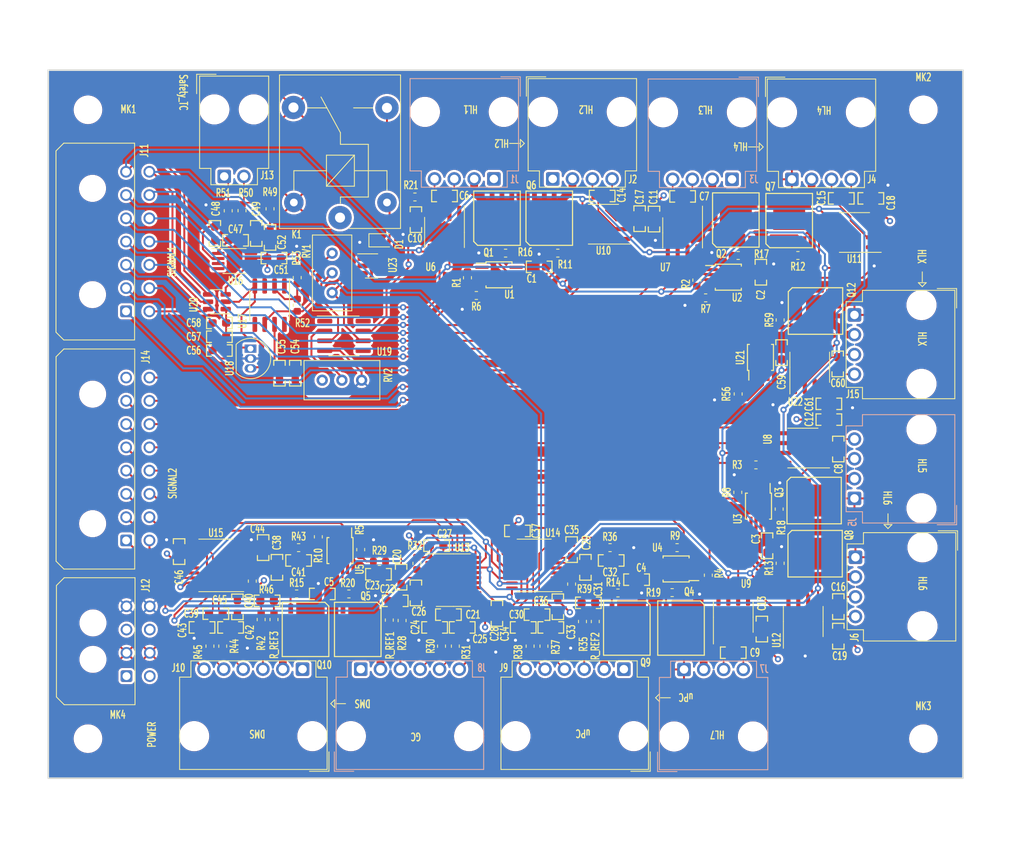
<source format=kicad_pcb>
(kicad_pcb (version 20221018) (generator pcbnew)
  (layers (0 "F.Cu" jumper) (1 "In1.Cu" signal) (2 "In2.Cu" signal) (31 "B.Cu" signal) (34 "B.Paste" user) (35 "F.Paste" user) (36 "B.SilkS" user "B.Silkscreen") (37 "F.SilkS" user "F.Silkscreen") (38 "B.Mask" user) (39 "F.Mask" user) (44 "Edge.Cuts" user))
  (net 0 "")
  (net 1 "+12V")
  (net 2 "GNDREF")
  (net 3 "/TC1-")
  (net 4 "/TC1+")
  (net 5 "/TC3-")
  (net 6 "/TC3+")
  (net 7 "/TC5-")
  (net 8 "/TC5+")
  (net 9 "/TC7-")
  (net 10 "/TC7+")
  (net 11 "+3.3V")
  (net 12 "/TC2-")
  (net 13 "/TC2+")
  (net 14 "/TC4-")
  (net 15 "/TC4+")
  (net 16 "/TC6-")
  (net 17 "/TC6+")
  (net 18 "/RTD Readout/GC_Ref_P")
  (net 19 "/RTD Readout/GC_RTD_N")
  (net 20 "/RTD Readout/GC_RTD_P")
  (net 21 "Net-(U13-VREFOUT)")
  (net 22 "/RTD Readout/uPC_Ref_P")
  (net 23 "/RTD Readout/uPC_Ref_N")
  (net 24 "/RTD Readout/uPC_RTD_N")
  (net 25 "/RTD Readout/uPC_RTD_P")
  (net 26 "Net-(U14-VREFOUT)")
  (net 27 "/RTD Readout/DMS_Ref_P")
  (net 28 "/RTD Readout/DMS_Ref_N")
  (net 29 "/RTD Readout/DMS_RTD_N")
  (net 30 "/RTD Readout/DMS_RTD_P")
  (net 31 "Net-(U15-VREFOUT)")
  (net 32 "Net-(U16--IN)")
  (net 33 "Net-(U16-+IN)")
  (net 34 "Net-(U18-VO)")
  (net 35 "Net-(D1-A)")
  (net 36 "/MOSFET_HL1")
  (net 37 "/SAFETY_12V")
  (net 38 "/MOSFET_HL2")
  (net 39 "/MOSFET_HL3")
  (net 40 "/MOSFET_HL4")
  (net 41 "/MOSFET_HL5")
  (net 42 "/MOSFET_HL6")
  (net 43 "/MOSFET_HL7")
  (net 44 "/GC_RTD-")
  (net 45 "/GC_RTD--")
  (net 46 "+24V")
  (net 47 "/MOSFET_GC")
  (net 48 "/GC_RTD+")
  (net 49 "/GC_RTD++")
  (net 50 "/uPC_RTD-")
  (net 51 "/uPC_RTD--")
  (net 52 "/MOSFET_uPC")
  (net 53 "/uPC_RTD+")
  (net 54 "/uPC_RTD++")
  (net 55 "/DMS_RTD-")
  (net 56 "/DMS_RTD--")
  (net 57 "/MOSFET_DMS")
  (net 58 "/DMS_RTD+")
  (net 59 "/DMS_RTD++")
  (net 60 "/HL1_PWM_IN")
  (net 61 "/HL2_PWM_IN")
  (net 62 "/TCX-")
  (net 63 "/HL3_PWM_IN")
  (net 64 "/HL4_PWM_IN")
  (net 65 "/HL5_PWM_IN")
  (net 66 "/HL6_PWM_IN")
  (net 67 "/HL6_CS")
  (net 68 "/HL5_CS")
  (net 69 "/HL4_CS")
  (net 70 "/HL3_CS")
  (net 71 "/SAFETY_CS")
  (net 72 "/HL2_CS")
  (net 73 "/HL1_CS")
  (net 74 "/Safet Cutoff/TC_SAFETY+")
  (net 75 "/Safet Cutoff/TC_SAFETY-")
  (net 76 "/HL7_PWM_IN")
  (net 77 "/uPC_PWM_IN")
  (net 78 "/DMS_PWM_IN")
  (net 79 "/GC_PWM_IN")
  (net 80 "/MOSI_1")
  (net 81 "/MISO_1")
  (net 82 "/SCK_1")
  (net 83 "/GC_RTD_DRDY")
  (net 84 "/DMS_RTD_DRDY")
  (net 85 "/uPC_RTD_DRDY")
  (net 86 "/GC_RTD_CS")
  (net 87 "/DMS_RTD_CS")
  (net 88 "/uPC_RTD_CS")
  (net 89 "/HL7_CS")
  (net 90 "Net-(Q1-G)")
  (net 91 "Net-(Q2-G)")
  (net 92 "Net-(Q3-G)")
  (net 93 "Net-(Q4-G)")
  (net 94 "Net-(Q5-G)")
  (net 95 "Net-(Q6-G)")
  (net 96 "Net-(Q7-G)")
  (net 97 "Net-(Q8-G)")
  (net 98 "Net-(Q9-G)")
  (net 99 "Net-(Q10-G)")
  (net 100 "/TCX+")
  (net 101 "/MOSFET_HLX")
  (net 102 "Net-(Q12-G)")
  (net 103 "/HLX_PWM_IN")
  (net 104 "/HLX_CS")
  (net 105 "Net-(U1-OUT_B)")
  (net 106 "Net-(U2-OUT_B)")
  (net 107 "Net-(U3-OUT_B)")
  (net 108 "Net-(U4-OUT_B)")
  (net 109 "Net-(U5-OUT_B)")
  (net 110 "Net-(U1-OUT_A)")
  (net 111 "Net-(U2-OUT_A)")
  (net 112 "Net-(U3-OUT_A)")
  (net 113 "Net-(U4-OUT_A)")
  (net 114 "Net-(U5-OUT_A)")
  (net 115 "Net-(U13-N_Reset)")
  (net 116 "Net-(U14-N_Reset)")
  (net 117 "Net-(U15-N_Reset)")
  (net 118 "Net-(R52-Pad1)")
  (net 119 "Net-(U17--)")
  (net 120 "Net-(U19-+)")
  (net 121 "/Safet Cutoff/V_CUTOFF")
  (net 132 "/RTD Readout/GC_Ref_N")
  (net 137 "Net-(U16-SENSE)")
  (net 151 "Net-(U21-OUT_A)")
  (net 158 "Net-(K1-Pad3)")
  (net 159 "Net-(U23-G1)")
  (footprint "NYSEARCH:R_0603_1608Metric" (layer "F.Cu") (at 173.926638 72.809073)
    (fp_text reference "R17")
    (fp_text value "100")
  )
  (footprint "NYSEARCH:C_0603_1608Metric_HandSolder" (layer "F.Cu") (at 150.685638 118.097323 -90)
    (fp_text reference "C36")
    (fp_text value "100n")
  )
  (footprint "NYSEARCH:Molex_SL_171975-0004_1x04_P2.54mm_Horizontal" (layer "F.Cu") (at 188.908638 80.471323 -90)
    (fp_text reference "J15")
    (fp_text value "HLX")
  )
  (footprint "NYSEARCH:C_0603_1608Metric_HandSolder" (layer "F.Cu") (at 176.974638 120.972323 90)
    (fp_text reference "C13")
    (fp_text value "100n")
  )
  (footprint "NYSEARCH:Molex_SL_171975-0004_1x04_P2.54mm_Horizontal" (layer "F.Cu") (at 189.035638 111.713323 -90)
    (fp_text reference "J6")
    (fp_text value "HL6")
  )
  (footprint "NYSEARCH:C_0603_1608Metric_HandSolder" (layer "F.Cu") (at 113.220638 117.335323 180)
    (fp_text reference "C40")
    (fp_text value "10n")
  )
  (footprint "NYSEARCH:C_0603_1608Metric_HandSolder" (layer "F.Cu") (at 186.749638 86.787823 -90)
    (fp_text reference "C60")
    (fp_text value "10n")
  )
  (footprint "NYSEARCH:R_0603_1608Metric" (layer "F.Cu") (at 150.685638 72.504323 180)
    (fp_text reference "R11")
    (fp_text value "100")
  )
  (footprint "NYSEARCH:R_0603_1608Metric" (layer "F.Cu") (at 132.270638 65.265323)
    (fp_text reference "R21")
    (fp_text value "10k")
  )
  (footprint "NYSEARCH:R_0603_1608Metric" (layer "F.Cu") (at 117.103638 75.662323 90)
    (fp_text reference "R53")
    (fp_text value "1k")
  )
  (footprint "NYSEARCH:R_0603_1608Metric" (layer "F.Cu") (at 158.432638 116.319323)
    (fp_text reference "R14")
    (fp_text value "100")
  )
  (footprint "NYSEARCH:C_0603_1608Metric_HandSolder" (layer "F.Cu") (at 152.463638 110.731323 -90)
    (fp_text reference "C35")
    (fp_text value "1u")
  )
  (footprint "NYSEARCH:C_0603_1608Metric_HandSolder" (layer "F.Cu") (at 148.2852 74.2696)
    (fp_text reference "C1")
    (fp_text value "1u")
  )
  (footprint "NYSEARCH:C_0603_1608Metric_HandSolder" (layer "F.Cu") (at 186.830638 118.080323 -90)
    (fp_text reference "C16")
    (fp_text value "10n")
  )
  (footprint "NYSEARCH:R_0603_1608Metric" (layer "F.Cu") (at 132.524638 112.509323 -90)
    (fp_text reference "R32")
    (fp_text value "10k")
  )
  (footprint "Connector_Molex:Molex_Micro-Fit_3.0_43045-1600_2x08_P3.00mm_Horizontal" (layer "F.Cu") (at 95.061638 109.547323 90)
    (fp_text reference "J14")
    (fp_text value "SIGNAL2")
  )
  (footprint "NYSEARCH:Molex_SL_171975-0006_1x06_P2.54mm_Horizontal" (layer "F.Cu") (at 117.789638 126.144323 180)
    (fp_text reference "J10")
    (fp_text value "DMS_RTD")
  )
  (footprint "NYSEARCH:R_0603_1608Metric" (layer "F.Cu") (at 113.601638 66.789323 90)
    (fp_text reference "R49")
    (fp_text value "1M")
  )
  (footprint "Package_SO:SOIC-8_3.9x4.9mm_P1.27mm" (layer "F.Cu") (at 123.126638 83.172323)
    (fp_text reference "U19")
    (fp_text value "LMC6081")
  )
  (footprint "Package_TO_SOT_THT:TO-92_Inline" (layer "F.Cu") (at 111.082638 84.823323 -90)
    (fp_text reference "U18")
    (fp_text value "LP2950-3.3_TO92")
  )
  (footprint "NYSEARCH:PowerDI5060-8" (layer "F.Cu") (at 159.575638 120.848323 180)
    (fp_text reference "Q9")
    (fp_text value "DMT6004LPS")
  )
  (footprint "NYSEARCH:PowerDI5060-8" (layer "F.Cu") (at 183.714638 104.401323 -90)
    (fp_text reference "Q3")
    (fp_text value "DMT6004LPS")
  )
  (footprint "NYSEARCH:C_0603_1608Metric_HandSolder" (layer "F.Cu") (at 135.064638 110.223323)
    (fp_text reference "C27")
    (fp_text value "100n")
  )
  (footprint "NYSEARCH:C_0603_1608Metric_HandSolder" (layer "F.Cu") (at 104.838638 120.764323)
    (fp_text reference "C43")
    (fp_text value "10n")
  )
  (footprint "NYSEARCH:R_0603_1608Metric" (layer "F.Cu") (at 128.968638 119.817623 90)
    (fp_text reference "R_REF1")
    (fp_text value "2k")
  )
  (footprint "NYSEARCH:C_0603_1608Metric_HandSolder" (layer "F.Cu") (at 114.490638 113.017323 90)
    (fp_text reference "C38")
    (fp_text value "100n")
  )
  (footprint "NYSEARCH:C_0603_1608Metric_HandSolder" (layer "F.Cu") (at 156.400638 65.138323)
    (fp_text reference "C14")
    (fp_text value "10n")
  )
  (footprint "NYSEARCH:SO-8_Maxim" (layer "F.Cu") (at 166.763888 69.888073 -90)
    (fp_text reference "U7")
    (fp_text value "MAX31855")
  )
  (footprint "NYSEARCH:R_0603_1608Metric" (layer "F.Cu") (at 139.042638 75.679323 -90)
    (fp_text reference "R1")
    (fp_text value "4.7k")
  )
  (footprint "NYSEARCH:R_0603_1608Metric" (layer "F.Cu") (at 107.505638 123.177323 -90)
    (fp_text reference "R44")
    (fp_text value "10.5k")
  )
  (footprint "NYSEARCH:R_0603_1608Metric" (layer "F.Cu") (at 181.622888 72.809073 180)
    (fp_text reference "R12")
    (fp_text value "100")
  )
  (footprint "Diode_SMD:D_SOD-323" (layer "F.Cu") (at 127.952638 70.853323)
    (fp_text reference "D1")
    (fp_text value "BAT48JFILM")
  )
  (footprint "NYSEARCH:C_0603_1608Metric_HandSolder" (layer "F.Cu") (at 154.622638 117.589323 180)
    (fp_text reference "C31")
    (fp_text value "10n")
  )
  (footprint "NYSEARCH:C_0603_1608Metric_HandSolder" (layer "F.Cu") (at 136.588638 119.113323)
    (fp_text reference "C21")
    (fp_text value "100n")
  )
  (footprint "NYSEARCH:MSOP-8_3x3mm_P0.65mm_TI" (layer "F.Cu") (at 172.656638 75.603073)
    (fp_text reference "U2")
    (fp_text value "TC4427")
  )
  (footprint "NYSEARCH:SO-8_Maxim" (layer "F.Cu") (at 182.258638 97.633323 180)
    (fp_text reference "U8")
    (fp_text value "MAX31855")
  )
  (footprint "NYSEARCH:MSOP-8_3x3mm_P0.65mm_TI" (layer "F.Cu") (at 176.543638 105.126323 -90)
    (fp_text reference "U3")
    (fp_text value "TC4427")
  )
  (footprint "NYSEARCH:Molex_SL_171975-0006_1x06_P2.54mm_Horizontal" (layer "F.Cu") (at 159.194638 126.144323 180)
    (fp_text reference "J9")
    (fp_text value "uPC_RTD")
  )
  (footprint "NYSEARCH:C_0603_1608Metric_HandSolder" (layer "F.Cu") (at 163.080888 68.110073 -90)
    (fp_text reference "C11")
    (fp_text value "100n")
  )
  (footprint "NYSEARCH:SO-8_Maxim" (layer "F.Cu") (at 182.308638 120.002323 90)
    (fp_text reference "U12")
    (fp_text value "MAX31855")
  )
  (footprint "NYSEARCH:C_0603_1608Metric_HandSolder" (layer "F.Cu") (at 120.332638 116.446323 180)
    (fp_text reference "C5")
    (fp_text value "1u")
  )
  (footprint "NYSEARCH:R_0603_1608Metric" (layer "F.Cu") (at 165.417638 116.273323 180)
    (fp_text reference "R19")
    (fp_text value "100")
  )
  (footprint "NYSEARCH:PowerDI5060-8" (layer "F.Cu") (at 173.621888 68.234073)
    (fp_text reference "Q2")
    (fp_text value "DMT6004LPS")
  )
  (footprint "MountingHole:MountingHole_3.2mm_M3" (layer "F.Cu") (at 90.1408 135.1064)
    (fp_text reference "MK4")
    (fp_text value "Mounting_Hole")
  )
  (footprint "NYSEARCH:SO-8_Maxim" (layer "F.Cu") (at 156.5656 68.771323 180)
    (fp_text reference "U10")
    (fp_text value "MAX31855")
  )
  (footprint "NYSEARCH:R_0603_1608Metric" (layer "F.Cu") (at 112.458638 119.748323 -90)
    (fp_text reference "R42")
    (fp_text value "9.53k")
  )
  (footprint "NYSEARCH:C_0603_1608Metric_HandSolder" (layer "F.Cu") (at 109.396638 118.111323 -90)
    (fp_text reference "C45")
    (fp_text value "100n")
  )
  (footprint "NYSEARCH:R_0603_1608Metric" (layer "F.Cu") (at 127.698638 112.255323 180)
    (fp_text reference "R29")
    (fp_text value "9.53k")
  )
  (footprint "NYSEARCH:C_0603_1608Metric_HandSolder" (layer "F.Cu") (at 116.849638 87.981323 -90)
    (fp_text reference "C54")
    (fp_text value "10u")
  )
  (footprint "NYSEARCH:R_0603_1608Metric" (layer "F.Cu") (at 168.592638 75.984073 -90)
    (fp_text reference "R2")
    (fp_text value "4.7k")
  )
  (footprint "NYSEARCH:C_0603_1608Metric_HandSolder" (layer "F.Cu") (at 112.712638 110.477323 -90)
    (fp_text reference "C44")
    (fp_text value "1u")
  )
  (footprint "NYSEARCH:C_0603_1608Metric_HandSolder" (layer "F.Cu") (at 160.8328 114.6048 180)
    (fp_text reference "C4")
    (fp_text value "1u")
  )
  (footprint "NYSEARCH:C_0603_1608Metric_HandSolder" (layer "F.Cu") (at 111.823638 69.964323 90)
    (fp_text reference "C49")
    (fp_text value "10u")
  )
  (footprint "NYSEARCH:PowerDI5060-8" (layer "F.Cu") (at 180.499888 68.305073)
    (fp_text reference "Q7")
    (fp_text value "DMT6004LPS")
  )
  (footprint "NYSEARCH:PowerDI5060-8" (layer "F.Cu") (at 166.560638 120.848323 180)
    (fp_text reference "Q4")
    (fp_text value "DMT6004LPS")
  )
  (footprint "NYSEARCH:MSOP-8_3x3mm_P0.65mm_TI" (layer "F.Cu") (at 143.106638 75.298323)
    (fp_text reference "U1")
    (fp_text value "TC4427")
  )
  (footprint "NYSEARCH:R_0603_1608Metric" (layer "F.Cu") (at 119.824638 109.080323 -90)
    (fp_text reference "R10")
    (fp_text value "4.7k")
  )
  (footprint "Package_TO_SOT_SMD:SOT-23-6" (layer "F.Cu") (at 126.682638 74.155323)
    (fp_text reference "U23")
    (fp_text value "NUD3124")
  )
  (footprint "MountingHole:MountingHole_3.2mm_M3" (layer "F.Cu") (at 197.7936 54.022)
    (fp_text reference "MK2")
    (fp_text value "Mounting_Hole")
  )
  (footprint "NYSEARCH:R_0603_1608Metric" (layer "F.Cu") (at 117.103638 79.218323 90)
    (fp_text reference "R52")
    (fp_text value "9k")
  )
  (footprint "NYSEARCH:C_0603_1608Metric_HandSolder" (layer "F.Cu") (at 136.080638 65.138323 180)
    (fp_text reference "C6")
    (fp_text value "10n")
  )
  (footprint "NYSEARCH:C_0603_1608Metric_HandSolder" (layer "F.Cu") (at 185.610638 93.967323)
    (fp_text reference "C12")
    (fp_text value "100n")
  )
  (footprint "NYSEARCH:C_0603_1608Metric_HandSolder" (layer "F.Cu") (at 185.610638 91.935323)
    (fp_text reference "C61")
    (fp_text value "100n")
  )
  (footprint "NYSEARCH:R_0603_1608Metric" (layer "F.Cu") (at 179.337638 81.123323 -90)
    (fp_text reference "R59")
    (fp_text value "100")
  )
  (footprint "NYSEARCH:PowerDI5060-8" (layer "F.Cu") (at 149.579638 68.000323)
    (fp_text reference "Q6")
    (fp_text value "DMT6004LPS")
  )
  (footprint "NYSEARCH:MSOP-8_3x3mm_P0.65mm_TI" (layer "F.Cu") (at 165.925638 113.225323 180)
    (fp_text reference "U4")
    (fp_text value "TC4427")
  )
  (footprint "NYSEARCH:R_0603_1608Metric" (layer "F.Cu") (at 170.0784 114.033323 -90)
    (fp_text reference "R4")
    (fp_text value "4.7k")
  )
  (footprint "NYSEARCH:C_0603_1608Metric_HandSolder" (layer "F.Cu") (at 146.226638 120.764323)
    (fp_text reference "C34")
    (fp_text value "10n")
  )
  (footprint "NYSEARCH:R_0603_1608Metric" (layer "F.Cu") (at 109.991638 67.026323 90)
    (fp_text reference "R50")
    (fp_text value "100")
  )
  (footprint "NYSEARCH:C_0603_1608Metric_HandSolder" (layer "F.Cu") (at 179.514638 85.331323 -90)
    (fp_text reference "C59")
    (fp_text value "1u")
  )
  (footprint "Connector_Molex:Molex_Micro-Fit_3.0_43045-1400_2x07_P3.00mm_Horizontal" (layer "F.Cu") (at 95.0468 80.0128 90)
    (fp_text reference "J11")
    (fp_text value "SIGNAL1")
  )
  (footprint "Potentiometer_THT:Potentiometer_Bourns_3296W_Vertical" (layer "F.Cu") (at 121.602638 77.594323 -90)
    (fp_text reference "RV1")
    (fp_text value "10k")
  )
  (footprint "NYSEARCH:PowerDI5060-8" (layer "F.Cu") (at 142.848638 68.000323)
    (fp_text reference "Q1")
    (fp_text value "DMT6004LPS")
  )
  (footprint "NYSEARCH:R_0603_1608Metric" (layer "F.Cu") (at 147.115638 123.177323 -90)
    (fp_text reference "R38")
    (fp_text value "10.5k")
  )
  (footprint "NYSEARCH:Molex_SL_171975-0004_1x04_P2.54mm_Horizontal" (layer "F.Cu") (at 150.033638 62.933323)
    (fp_text reference "J2")
    (fp_text value "HL2")
  )
  (footprint "NYSEARCH:C_0603_1608Metric_HandSolder" (layer "F.Cu") (at 114.817638 87.981323 -90)
    (fp_text reference "C55")
    (fp_text value "10u")
  )
  (footprint "NYSEARCH:C_0603_1608Metric_HandSolder" (layer "F.Cu") (at 142.837038 118.960923 -90)
    (fp_text reference "C28")
    (fp_text value "100n")
  )
  (footprint "NYSEARCH:R_0603_1608Metric" (layer "F.Cu") (at 117.030638 116.446323)
    (fp_text reference "R15")
    (fp_text value "100")
  )
  (footprint "NYSEARCH:R_0603_1608Metric" (layer "F.Cu") (at 173.876638 103.348323 90)
    (fp_text reference "R8")
    (fp_text value "4.7k")
  )
  (footprint "Package_SO:TSSOP-20_4.4x6.5mm_P0.65mm" (layer "F.Cu") (at 147.637638 112.763323 180)
    (fp_text reference "U14")
    (fp_text value "ADS1247")
  )
  (footprint "Package_SO:SOIC-8_3.9x4.9mm_P1.27mm" (layer "F.Cu") (at 113.547638 79.218323 -90)
    (fp_text reference "U17")
    (fp_text value "LMC6081")
  )
  (footprint "NYSEARCH:R_0603_1608Metric" (layer "F.Cu") (at 179.210638 105.507323 -90)
    (fp_text reference "R18")
    (fp_text value "100")
  )
  (footprint "NYSEARCH:PowerDI5060-8" (layer "F.Cu") (at 183.841638 111.259323 -90)
    (fp_text reference "Q8")
    (fp_text value "DMT6004LPS")
  )
  (footprint "NYSEARCH:R_0603_1608Metric" (layer "F.Cu") (at 125.285638 110.731323 -90)
    (fp_text reference "R5")
    (fp_text value "4.7k")
  )
  (footprint "Package_SO:TSSOP-20_4.4x6.5mm_P0.65mm" (layer "F.Cu") (at 106.616638 112.763323 180)
    (fp_text reference "U15")
    (fp_text value "ADS1247")
  )
  (footprint "NYSEARCH:R_0603_1608Metric" (layer "F.Cu") (at 111.315638 114.795323 90)
    (fp_text reference "R46")
    (fp_text value "10k")
  )
  (footprint "NYSEARCH:C_0603_1608Metric_HandSolder" (layer "F.Cu") (at 132.397638 68.186323 90)
    (fp_text reference "C10")
    (fp_text value "100n")
  )
  (footprint "NYSEARCH:R_0603_1608Metric" (layer "F.Cu") (at 137.477638 123.177323 -90)
    (fp_text reference "R31")
    (fp_text value "10.5k")
  )
  (footprint "NYSEARCH:R_0603_1608Metric" (layer "F.Cu") (at 130.619638 119.875323 -90)
    (fp_text reference "R28")
    (fp_text value "9.53k")
  )
  (footprint "NYSEARCH:MSOP-8_3x3mm_P0.65mm_TI" (layer "F.Cu") (at 122.618638 110.858323 -90)
    (fp_text reference "U5")
    (fp_text value "TC4427")
  )
  (footprint "NYSEARCH:SO-8_Maxim" (layer "F.Cu") (at 188.912638 69.837323 180)
    (fp_text reference "U11")
    (fp_text value "MAX31855")
  )
  (footprint "MountingHole:MountingHole_3.2mm_M3" (layer "F.Cu") (at 197.7936 135.1064)
    (fp_text reference "MK3")
    (fp_text value "Mounting_Hole")
  )
  (footprint "NYSEARCH:R_0603_1608Metric" (layer "F.Cu") (at 135.699638 123.177323 -90)
    (fp_text reference "R30")
    (fp_text value "10.5k")
  )
  (footprint "NYSEARCH:R_0603_1608Metric" (layer "F.Cu") (at 166.052638 110.477323 180)
    (fp_text reference "R9")
    (fp_text value "4.7k")
  )
  (footprint "NYSEARCH:Molex_SL_171975-0002_1x02_P2.54mm_Horizontal" (layer "F.Cu") (at 107.695638 62.609323)
    (fp_text reference "J13")
    (fp_text value "TC_SAFETY")
  )
  (footprint "NYSEARCH:C_0603_1608Metric_HandSolder" (layer "F.Cu") (at 145.478638 108.318323)
    (fp_text reference "C37")
    (fp_text value "100n")
  )
  (footprint "NYSEARCH:C_0603_1608Metric_HandSolder" (layer "F.Cu") (at 138.366638 120.764323 180)
    (fp_text reference "C25")
    (fp_text value "10n")
  )
  (footprint "NYSEARCH:C_0603_1608Metric_HandSolder" (layer "F.Cu") (at 176.847638 74.968073 90)
    (fp_text reference "C2")
    (fp_text value "1u")
  )
  (footprint "NYSEARCH:C_0603_1608Metric_HandSolder" (layer "F.Cu") (at 106.616638 118.986323 180)
    (fp_text reference "C39")
    (fp_text value "100n")
  )
  (footprint "NYSEARCH:R_0603_1608Metric" (layer "F.Cu") (at 157.416638 110.477323)
    (fp_text reference "R36")
    (fp_text value "9.53k")
  )
  (footprint "Connector_Molex:Molex_Micro-Fit_3.0_43045-0800_2x04_P3.00mm_Horizontal" (layer "F.Cu") (at 95.104638 127.042323 90)
    (fp_text reference "J12")
    (fp_text value "POWER")
  )
  (footprint "Package_SO:MSOP-8_3x3mm_P0.65mm" (layer "F.Cu") (at 109.029638 73.520323)
    (fp_text reference "U16")
    (fp_text value "AD8497")
  )
  (footprint "NYSEARCH:SO-8_Maxim" (layer "F.Cu") (at 136.080638 69.837323 -90)
    (fp_text reference "U6")
    (fp_text value "MAX31855")
  )
  (footprint "NYSEARCH:PowerDI5060-8" (layer "F.Cu") (at 124.904638 121.021323 180)
    (fp_text reference "Q5")
    (fp_text value "DMT6004LPS")
  )
  (footprint "NYSEARCH:R_0603_1608Metric" (layer "F.Cu") (at 176.212638 99.809323)
    (fp_text reference "R3")
    (fp_text value "4.7k")
  )
  (footprint "NYSEARCH:R_0603_1608Metric" (layer "F.Cu") (at 169.735638 78.270073 180)
    (fp_text reference "R7")
    (fp_text value "4.7k")
  )
  (footprint "Potentiometer_THT:Potentiometer_Bourns_3296W_Vertical" (layer "F.Cu") (at 120.322638 88.887323 180)
    (fp_text reference "RV2")
    (fp_text value "10k")
  )
  (footprint "NYSEARCH:C_0603_1608Metric_HandSolder" (layer "F.Cu") (at 132.397638 116.319323 90)
    (fp_text reference "C26")
    (fp_text value "1u")
  )
  (footprint "NYSEARCH:C_0603_1608Metric_HandSolder" (layer "F.Cu") (at 127.571638 113.906323 180)
    (fp_text reference "C23")
    (fp_text value "10n")
  )
  (footprint "NYSEARCH:C_0603_1608Metric_HandSolder" (layer "F.Cu") (at 161.226638 68.059323 -90)
    (fp_text reference "C17")
    (fp_text value "100n")
  )
  (footprint "NYSEARCH:C_0603_1608Metric_HandSolder" (layer "F.Cu") (at 106.489638 69.964323 -90)
    (fp_text reference "C48")
    (fp_text value "10u")
  )
  (footprint "MountingHole:MountingHole_3.2mm_M3" (layer "F.Cu") (at 90.1408 54.022)
    (fp_text reference "MK1")
    (fp_text value "Mounting_Hole")
  )
  (footprint "NYSEARCH:C_0603_1608Metric_HandSolder" (layer "F.Cu") (at 108.521638 120.764323 180)
    (fp_text reference "C42")
    (fp_text value "10n")
  )
  (footprint "NYSEARCH:C_0603_1608Metric_HandSolder" (layer "F.Cu") (at 186.830638 121.890323 -90)
    (fp_text reference "C19")
    (fp_text value "100n")
  )
  (footprint "NYSEARCH:R_0603_1608Metric" (layer "F.Cu") (at 155.511638 120.002323 90)
    (fp_text reference "R_REF2")
    (fp_text value "2k")
  )
  (footprint "NYSEARCH:SO-8_Maxim" (layer "F.Cu") (at 183.147638 87.219323 90)
    (fp_text reference "U22")
    (fp_text value "MAX31855")
  )
  (footprint "Relay_THT:Relay_SPDT_SANYOU_SRD_Series_Form_C" (layer "F.Cu") (at 122.618638 67.923323 90)
    (fp_text reference "K1")
    (fp_text value "J107F1CS1212VDC.36")
  )
  (footprint "NYSEARCH:C_0603_1608Metric_HandSolder" (layer "F.Cu") (at 113.601638 70.472323 -90)
    (fp_text reference "C52")
    (fp_text value "10u")
  )
  (footprint "NYSEARCH:C_0603_1608Metric_HandSolder" (layer "F.Cu") (at 191.020888 65.443073)
    (fp_text reference "C18")
    (fp_text value "100n")
  )
  (footprint "NYSEARCH:R_0603_1608Metric" (layer "F.Cu") (at 123.761638 116.446323 180)
    (fp_text reference "R20")
    (fp_text value "100")
  )
  (footprint "NYSEARCH:C_0603_1608Metric_HandSolder" (layer "F.Cu") (at 154.241638 113.017323 90)
    (fp_text reference "C29")
    (fp_text value "100n")
  )
  (footprint "NYSEARCH:C_0603_1608Metric_HandSolder" (layer "F.Cu") (at 107.070638 85.060323)
    (fp_text reference "C56")
    (fp_text value "0.1u")
  )
  (footprint "NYSEARCH:C_0603_1608Metric_HandSolder" (layer "F.Cu") (at 149.782638 120.764323 180)
    (fp_text reference "C33")
    (fp_text value "10n")
  )
  (footprint "NYSEARCH:MSOP-8_3x3mm_P0.65mm_TI" (layer "F.Cu") (at 176.797638 85.949323 90)
    (fp_text reference "U21")
    (fp_text value "TC4427")
  )
  (footprint "Package_TO_SOT_SMD:SOT-23-6" (layer "F.Cu") (at 106.749138 78.771323 180)
    (fp_text reference "U20")
    (fp_text value "ADC121S021")
  )
  (footprint "NYSEARCH:C_0603_1608Metric_HandSolder" (layer "F.Cu") (at 101.884638 110.985323 90)
    (fp_text reference "C46")
    (fp_text value "100n")
  )
  (footprint "NYSEARCH:C_0603_1608Metric_HandSolder" (layer "F.Cu") (at 166.763888 65.189073 180)
    (fp_text reference "C7")
    (fp_text value "10n")
  )
  (footprint "NYSEARCH:C_0603_1608Metric_HandSolder" (layer "F.Cu") (at 114.109638 73.139323 180)
    (fp_text reference "C51")
    (fp_text value "0.1u")
  )
  (footprint "NYSEARCH:C_0603_1608Metric_HandSolder" (layer "F.Cu") (at 148.004638 119.113323 180)
    (fp_text reference "C30")
    (fp_text value "100n")
  )
  (footprint "NYSEARCH:R_0603_1608Metric" (layer "F.Cu") (at 148.893638 123.177323 -90)
    (fp_text reference "R37")
    (fp_text value "10.5k")
  )
  (footprint "NYSEARCH:C_0603_1608Metric_HandSolder" (layer "F.Cu") (at 107.070638 81.504323)
    (fp_text reference "C58")
    (fp_text value "0.1u")
  )
  (footprint "NYSEARCH:C_0603_1608Metric_HandSolder" (layer "F.Cu") (at 134.810638 120.764323)
    (fp_text reference "C24")
    (fp_text value "10n")
  )
  (footprint "NYSEARCH:C_0603_1608Metric_HandSolder" (layer "F.Cu") (at 186.830638 97.760323 90)
    (fp_text reference "C8")
    (fp_text value "10n")
  )
  (footprint "NYSEARCH:C_0603_1608Metric_HandSolder" (layer "F.Cu") (at 109.156638 70.853323)
    (fp_text reference "C47")
    (fp_text value "10u")
  )
  (footprint "NYSEARCH:R_0603_1608Metric" (layer "F.Cu") (at 140.185638 77.965323 180)
    (fp_text reference "R6")
    (fp_text value "4.7k")
  )
  (footprint "NYSEARCH:C_0603_1608Metric_HandSolder" (layer "F.Cu") (at 177.6476 110.236 -90)
    (fp_text reference "C3")
    (fp_text value "1u")
  )
  (footprint "NYSEARCH:C_0603_1608Metric_HandSolder" (layer "F.Cu") (at 130.492638 114.287323 90)
    (fp_text reference "C20")
    (fp_text value "100n")
  )
  (footprint "NYSEARCH:PowerDI5060-8" (layer "F.Cu") (at 118.173638 121.021323 180)
    (fp_text reference "Q10")
    (fp_text value "DMT6004LPS")
  )
  (footprint "NYSEARCH:R_0603_1608Metric" (layer "F.Cu") (at 117.284638 110.477323)
    (fp_text reference "R43")
    (fp_text value "9.53k")
  )
  (footprint "NYSEARCH:C_0603_1608Metric_HandSolder" (layer "F.Cu") (at 157.557638 112.128323)
    (fp_text reference "C32")
    (fp_text value "10n")
  )
  (footprint "NYSEARCH:C_0603_1608Metric_HandSolder" (layer "F.Cu") (at 107.070638 83.282323)
    (fp_text reference "C57")
    (fp_text value "0.1u")
  )
  (footprint "NYSEARCH:SO-8_Maxim" (layer "F.Cu") (at 173.291638 119.448323 90)
    (fp_text reference "U9")
    (fp_text value "MAX31855")
  )
  (footprint "NYSEARCH:C_0603_1608Metric_HandSolder" (layer "F.Cu") (at 187.210888 65.443073)
    (fp_text reference "C15")
    (fp_text value "10n")
  )
  (footprint "NYSEARCH:R_0603_1608Metric" (layer "F.Cu") (at 173.926638 90.665323 -90)
    (fp_text reference "R56")
    (fp_text value "4.7k")
  )
  (footprint "NYSEARCH:Molex_SL_171975-0004_1x04_P2.54mm_Horizontal" (layer "F.Cu") (at 180.843888 62.984073)
    (fp_text reference "J4")
    (fp_text value "HL4")
  )
  (footprint "NYSEARCH:R_0603_1608Metric" (layer "F.Cu") (at 114.109638 119.748323 90)
    (fp_text reference "R_REF3")
    (fp_text value "2k")
  )
  (footprint "NYSEARCH:R_0603_1608Metric" (layer "F.Cu") (at 179.337638 112.492323 90)
    (fp_text reference "R13")
    (fp_text value "100")
  )
  (footprint "NYSEARCH:R_0603_1608Metric" (layer "F.Cu") (at 152.463638 115.176323 90)
    (fp_text reference "R39")
    (fp_text value "10k")
  )
  (footprint "NYSEARCH:C_0603_1608Metric_HandSolder" (layer "F.Cu") (at 117.284638 112.128323)
    (fp_text reference "C41")
    (fp_text value "10n")
  )
  (footprint "NYSEARCH:R_0603_1608Metric" (layer "F.Cu") (at 105.854638 123.177323 -90)
    (fp_text reference "R45")
    (fp_text value "10.5k")
  )
  (footprint "Package_SO:TSSOP-20_4.4x6.5mm_P0.65mm" (layer "F.Cu") (at 137.223638 114.668323)
    (fp_text reference "U13")
    (fp_text value "ADS1247")
  )
  (footprint "NYSEARCH:R_0603_1608Metric" (layer "F.Cu") (at 153.860638 120.002323 -90)
    (fp_text reference "R35")
    (fp_text value "9.53k")
  )
  (footprint "NYSEARCH:C_0603_1608Metric_HandSolder" (layer "F.Cu") (at 129.730638 117.335323)
    (fp_text reference "C22")
    (fp_text value "10n")
  )
  (footprint "NYSEARCH:PowerDI5060-8" (layer "F.Cu") (at 183.887638 79.966823 -90)
    (fp_text reference "Q12")
    (fp_text value "DMT6004LPS")
  )
  (footprint "NYSEARCH:R_0603_1608Metric" (layer "F.Cu") (at 108.213638 67.043323 -90)
    (fp_text reference "R51")
    (fp_text value "100")
  )
  (footprint "NYSEARCH:R_0603_1608Metric" (layer "F.Cu") (at 143.954638 72.504323)
    (fp_text reference "R16")
    (fp_text value "100")
  )
  (footprint "NYSEARCH:C_0603_1608Metric_HandSolder" (layer "F.Cu") (at 173.291638 124.020323)
    (fp_text reference "C9")
    (fp_text value "10n")
  )
  (footprint "NYSEARCH:Molex_SL_171975-0004_1x04_P2.54mm_Horizontal" (layer "B.Cu") (at 173.130888 62.984073 180)
    (fp_text reference "J3")
    (fp_text value "HL3")
  )
  (footprint "NYSEARCH:Molex_SL_171975-0006_1x06_P2.54mm_Horizontal" (layer "B.Cu") (at 125.288638 126.144323)
    (fp_text reference "J8")
    (fp_text value "GC_RTD")
  )
  (footprint "NYSEARCH:Molex_SL_171975-0004_1x04_P2.54mm_Horizontal" (layer "B.Cu") (at 142.447638 62.933323 180)
    (fp_text reference "J1")
    (fp_text value "HL1")
  )
  (footprint "NYSEARCH:Molex_SL_171975-0004_1x04_P2.54mm_Horizontal" (layer "B.Cu") (at 188.908638 104.127323 90)
    (fp_text reference "J5")
    (fp_text value "HL5")
  )
  (footprint "NYSEARCH:Molex_SL_171975-0004_1x04_P2.54mm_Horizontal" (layer "B.Cu") (at 166.941638 126.179323)
    (fp_text reference "J7")
    (fp_text value "HL7")
  )
  (gr_line (start 146.367638 58.356523) (end 145.859638 58.864523) (stroke (width 0.12)) (layer "F.SilkS"))
  (gr_line (start 193.230638 107.378523) (end 193.230638 106.108523) (stroke (width 0.12)) (layer "F.SilkS"))
  (gr_line (start 145.859638 58.864523) (end 145.859638 57.848523) (stroke (width 0.12)) (layer "F.SilkS"))
  (gr_line (start 121.932838 130.086123) (end 121.932838 131.102123) (stroke (width 0.12)) (layer "F.SilkS"))
  (gr_line (start 197.142238 76.314323) (end 198.158238 76.314323) (stroke (width 0.12)) (layer "F.SilkS"))
  (gr_line (start 197.650238 76.822323) (end 197.142238 76.314323) (stroke (width 0.12)) (layer "F.SilkS"))
  (gr_line (start 163.919038 129.832123) (end 165.189038 129.832123) (stroke (width 0.12)) (layer "F.SilkS"))
  (gr_line (start 193.230638 108.013523) (end 192.722638 107.505523) (stroke (width 0.12)) (layer "F.SilkS"))
  (gr_line (start 193.230638 108.013523) (end 193.738638 107.505523) (stroke (width 0.12)) (layer "F.SilkS"))
  (gr_line (start 197.650238 76.822323) (end 198.158238 76.314323) (stroke (width 0.12)) (layer "F.SilkS"))
  (gr_line (start 146.367638 58.356523) (end 145.859638 57.848523) (stroke (width 0.12)) (layer "F.SilkS"))
  (gr_line (start 121.424838 130.594123) (end 121.932838 130.086123) (stroke (width 0.12)) (layer "F.SilkS"))
  (gr_line (start 163.284038 129.832123) (end 163.792038 130.340123) (stroke (width 0.12)) (layer "F.SilkS"))
  (gr_line (start 145.732638 58.356523) (end 144.462638 58.356523) (stroke (width 0.12)) (layer "F.SilkS"))
  (gr_line (start 163.284038 129.832123) (end 163.792038 129.324123) (stroke (width 0.12)) (layer "F.SilkS"))
  (gr_line (start 163.792038 129.324123) (end 163.792038 130.340123) (stroke (width 0.12)) (layer "F.SilkS"))
  (gr_line (start 192.722638 107.505523) (end 193.738638 107.505523) (stroke (width 0.12)) (layer "F.SilkS"))
  (gr_line (start 177.152438 58.813723) (end 176.644438 58.305723) (stroke (width 0.12)) (layer "F.SilkS"))
  (gr_line (start 176.517438 58.813723) (end 175.247438 58.813723) (stroke (width 0.12)) (layer "F.SilkS"))
  (gr_line (start 122.059838 130.594123) (end 123.329838 130.594123) (stroke (width 0.12)) (layer "F.SilkS"))
  (gr_line (start 176.644438 59.321723) (end 176.644438 58.305723) (stroke (width 0.12)) (layer "F.SilkS"))
  (gr_line (start 177.152438 58.813723) (end 176.644438 59.321723) (stroke (width 0.12)) (layer "F.SilkS"))
  (gr_line (start 197.650238 76.187323) (end 197.650238 74.917323) (stroke (width 0.12)) (layer "F.SilkS"))
  (gr_line (start 121.424838 130.594123) (end 121.932838 131.102123) (stroke (width 0.12)) (layer "F.SilkS"))
  (gr_rect (start 85.026638 48.915323) (end 202.882638 140.195323) (stroke (width 0.2)) (fill none) (layer "Edge.Cuts"))
  (gr_text "uPC" (at 154.978238 133.845323 180) (layer "F.SilkS") (effects (font (size 1 0.65) (thickness 0.153) bold) (justify left bottom)))
  (gr_text "HL4" (at 175.247438 58.153323 180) (layer "F.SilkS") (effects (font (size 1 0.65) (thickness 0.153) bold) (justify left bottom)))
  (gr_text "HLX" (at 196.989838 71.920123 -90) (layer "F.SilkS") (effects (font (size 1 0.65) (thickness 0.153) bold) (justify left bottom)))
  (gr_text "uPC" (at 168.237038 129.171723 180) (layer "F.SilkS") (effects (font (size 1 0.65) (thickness 0.153) bold) (justify left bottom)))
  (gr_text "POWER" (at 98.945838 136.334523 90) (layer "F.SilkS") (effects (font (size 1 0.65) (thickness 0.153) bold) (justify left bottom)))
  (gr_text "HL1" (at 140.449438 53.378123 180) (layer "F.SilkS") (effects (font (size 1 0.65) (thickness 0.153) bold) (justify left bottom)))
  (gr_text "HL2\n" (at 144.462638 57.746923 180) (layer "F.SilkS") (effects (font (size 1 0.65) (thickness 0.153) bold) (justify left bottom)))
  (gr_text "HL3" (at 170.726238 53.428923 180) (layer "F.SilkS") (effects (font (size 1 0.65) (thickness 0.153) bold) (justify left bottom)))
  (gr_text "HL4" (at 186.017038 53.479723 180) (layer "F.SilkS") (effects (font (size 1 0.65) (thickness 0.153) bold) (justify left bottom)))
  (gr_text "GC" (at 133.134238 134.251723 180) (layer "F.SilkS") (effects (font (size 1 0.65) (thickness 0.153) bold) (justify left bottom)))
  (gr_text "SIGNAL1" (at 101.536638 75.679323 90) (layer "F.SilkS") (effects (font (size 1 0.65) (thickness 0.153) bold) (justify left bottom)))
  (gr_text "Safety_TC" (at 101.841438 49.364923 -90) (layer "F.SilkS") (effects (font (size 1 0.65) (thickness 0.153) bold) (justify left bottom)))
  (gr_text "DMS" (at 126.631838 129.984523 180) (layer "F.SilkS") (effects (font (size 1 0.65) (thickness 0.153) bold) (justify left bottom)))
  (gr_text "HLX" (at 197.040638 82.537323 -90) (layer "F.SilkS") (effects (font (size 1 0.65) (thickness 0.153) bold) (justify left bottom)))
  (gr_text "HL7" (at 172.250238 133.997723 180) (layer "F.SilkS") (effects (font (size 1 0.65) (thickness 0.153) bold) (justify left bottom)))
  (gr_text "HL5" (at 197.040638 98.894923 -90) (layer "F.SilkS") (effects (font (size 1 0.65) (thickness 0.153) bold) (justify left bottom)))
  (gr_text "HL2\n" (at 155.333838 53.378123 180) (layer "F.SilkS") (effects (font (size 1 0.65) (thickness 0.153) bold) (justify left bottom)))
  (gr_text "HL6" (at 197.091438 114.084123 -90) (layer "F.SilkS") (effects (font (size 1 0.65) (thickness 0.153) bold) (justify left bottom)))
  (gr_text "HL6" (at 192.570238 103.060523 -90) (layer "F.SilkS") (effects (font (size 1 0.65) (thickness 0.153) bold) (justify left bottom)))
  (gr_text "SIGNAL2" (at 101.638238 104.279723 90) (layer "F.SilkS") (effects (font (size 1 0.65) (thickness 0.153) bold) (justify left bottom)))
  (gr_text "DMS" (at 113.068238 133.896123 180) (layer "F.SilkS") (effects (font (size 1 0.65) (thickness 0.153) bold) (justify left bottom)))
  (segment (start 177.926638 109.317323) (end 177.963638 109.354323) (width 0.25) (layer "F.Cu") (net 1))
  (segment (start 174.856638 75.928073) (end 176.762638 75.928073) (width 0.25) (layer "F.Cu") (net 1))
  (segment (start 177.6476 109.361) (end 177.163315 109.361) (width 0.25) (layer "F.Cu") (net 1))
  (segment (start 161.7078 114.6048) (end 161.7078 113.828161) (width 0.25) (layer "F.Cu") (net 1))
  (segment (start 176.218638 108.416323) (end 176.218638 107.326323) (width 0.25) (layer "F.Cu") (net 1))
  (segment (start 162.635638 112.900323) (end 163.725638 112.900323) (width 0.25) (layer "F.Cu") (net 1))
  (segment (start 147.4102 74.609761) (end 146.396638 75.623323) (width 0.25) (layer "F.Cu") (net 1))
  (segment (start 178.639638 85.331323) (end 179.514638 84.456323) (width 0.25) (layer "F.Cu") (net 1))
  (segment (start 177.122638 83.749323) (end 177.122638 84.789323) (width 0.25) (layer "F.Cu") (net 1))
  (segment (start 122.293638 115.360323) (end 122.293638 113.058323) (width 0.25) (layer "F.Cu") (net 1))
  (segment (start 121.207638 116.446323) (end 122.293638 115.360323) (width 0.25) (layer "F.Cu") (net 1))
  (segment (start 147.4102 74.2696) (end 147.4102 74.609761) (width 0.25) (layer "F.Cu") (net 1))
  (segment (start 177.122638 84.789323) (end 177.664638 85.331323) (width 0.25) (layer "F.Cu") (net 1))
  (segment (start 161.7078 113.828161) (end 162.635638 112.900323) (width 0.25) (layer "F.Cu") (net 1))
  (segment (start 146.396638 75.623323) (end 145.306638 75.623323) (width 0.25) (layer "F.Cu") (net 1))
  (segment (start 177.664638 85.331323) (end 178.639638 85.331323) (width 0.25) (layer "F.Cu") (net 1))
  (segment (start 176.762638 75.928073) (end 176.847638 75.843073) (width 0.25) (layer "F.Cu") (net 1))
  (segment (start 177.163315 109.361) (end 176.218638 108.416323) (width 0.25) (layer "F.Cu") (net 1))
  (segment (start 183.595638 99.538323) (end 184.723638 99.538323) (width 0.25) (layer "F.Cu") (net 2))
  (segment (start 135.292638 113.043323) (end 134.361138 113.043323) (width 0.25) (layer "F.Cu") (net 2))
  (segment (start 172.986888 70.904073) (end 171.716888 70.904073) (width 0.25) (layer "F.Cu") (net 2))
  (segment (start 111.176638 111.138323) (end 109.479138 111.138323) (width 0.25) (layer "F.Cu") (net 2))
  (segment (start 161.226638 69.329323) (end 159.879638 70.676323) (width 0.25) (layer "F.Cu") (net 2))
  (segment (start 177.000138 99.834823) (end 177.000138 99.809323) (width 0.25) (layer "F.Cu") (net 2))
  (segment (start 110.807638 83.553323) (end 111.737638 83.553323) (width 0.25) (layer "F.Cu") (net 2))
  (segment (start 109.479138 111.138323) (end 108.495638 111.138323) (width 0.25) (layer "F.Cu") (net 2))
  (segment (start 103.963638 120.764323) (end 103.963638 122.020323) (width 0.25) (layer "F.Cu") (net 2))
  (segment (start 150.657638 120.764323) (end 150.657638 121.752323) (width 0.25) (layer "F.Cu") (net 2))
  (segment (start 146.353638 108.318323) (end 146.734638 107.937323) (width 0.25) (layer "F.Cu") (net 2))
  (segment (start 109.396638 120.764323) (end 109.396638 122.147323) (width 0.25) (layer "F.Cu") (net 2))
  (segment (start 103.754138 111.138323) (end 102.912638 111.138323) (width 0.25) (layer "F.Cu") (net 2))
  (segment (start 139.886138 75.623323) (end 139.042638 76.466823) (width 0.25) (layer "F.Cu") (net 2))
  (segment (start 143.483638 70.670323) (end 142.213638 70.670323) (width 0.25) (layer "F.Cu") (net 2))
  (segment (start 167.195638 118.178323) (end 165.925638 118.178323) (width 0.25) (layer "F.Cu") (net 2))
  (segment (start 165.265138 111.129823) (end 167.035638 112.900323) (width 0.25) (layer "F.Cu") (net 2))
  (segment (start 149.1602 73.518885) (end 148.272638 72.631323) (width 0.25) (layer "F.Cu") (net 2))
  (segment (start 118.808638 118.351323) (end 117.538638 118.351323) (width 0.25) (layer "F.Cu") (net 2))
  (segment (start 118.159638 112.128323) (end 118.159638 113.271323) (width 0.25) (layer "F.Cu") (net 2))
  (segment (start 118.072138 110.477323) (end 119.215138 110.477323) (width 0.25) (layer "F.Cu") (net 2))
  (segment (start 140.943638 70.670323) (end 137.985638 67.712323) (width 0.25) (layer "F.Cu") (net 2))
  (segment (start 168.948138 77.127073) (end 168.592638 76.771573) (width 0.25) (layer "F.Cu") (net 2))
  (segment (start 181.044638 103.766323) (end 181.044638 102.496323) (width 0.25) (layer "F.Cu") (net 2))
  (segment (start 150.500138 111.138323) (end 151.421638 111.138323) (width 0.25) (layer "F.Cu") (net 2))
  (segment (start 181.171638 111.894323) (end 181.171638 110.624323) (width 0.25) (layer "F.Cu") (net 2))
  (segment (start 191.895888 65.076073) (end 193.230638 63.741323) (width 0.25) (layer "F.Cu") (net 2))
  (segment (start 173.926638 91.452823) (end 173.901138 91.427323) (width 0.25) (layer "F.Cu") (net 2))
  (segment (start 180.403638 123.050323) (end 181.800638 124.447323) (width 0.25) (layer "F.Cu") (net 2))
  (segment (start 173.418638 102.102823) (end 173.418638 101.079323) (width 0.25) (layer "F.Cu") (net 2))
  (segment (start 177.6476 111.111) (end 178.408277 110.350323) (width 0.25) (layer "F.Cu") (net 2))
  (segment (start 181.800638 124.447323) (end 182.562638 124.447323) (width 0.25) (layer "F.Cu") (net 2))
  (segment (start 158.432638 112.128323) (end 155.497638 115.063323) (width 0.25) (layer "F.Cu") (net 2))
  (segment (start 179.661638 102.496323) (end 181.044638 102.496323) (width 0.25) (layer "F.Cu") (net 2))
  (segment (start 177.039388 73.901323) (end 176.847638 74.093073) (width 0.25) (layer "F.Cu") (net 2))
  (segment (start 168.948238 116.471723) (end 168.465638 116.954323) (width 0.25) (layer "F.Cu") (net 2))
  (segment (start 173.876638 102.560823) (end 173.418638 102.102823) (width 0.25) (layer "F.Cu") (net 2))
  (segment (start 180.973838 110.426523) (end 179.590838 110.426523) (width 0.25) (layer "F.Cu") (net 2))
  (segment (start 112.712638 85.585323) (end 112.204638 86.093323) (width 0.25) (layer "F.Cu") (net 2))
  (segment (start 106.195638 83.282323) (end 106.195638 85.060323) (width 0.25) (layer "F.Cu") (net 2))
  (segment (start 126.911138 112.255323) (end 126.022138 112.255323) (width 0.25) (layer "F.Cu") (net 2))
  (segment (start 181.171638 110.624323) (end 181.171638 109.354323) (width 0.25) (layer "F.Cu") (net 2))
  (segment (start 147.674638 70.670323) (end 147.674638 72.033323) (width 0.25) (layer "F.Cu") (net 2))
  (segment (start 111.737638 83.553323) (end 112.712638 84.528323) (width 0.25) (layer "F.Cu") (net 2))
  (segment (start 104.951638 69.865323) (end 104.951638 71.993364) (width 0.25) (layer "F.Cu") (net 2))
  (segment (start 106.489638 69.089323) (end 106.489638 67.424323) (width 0.25) (layer "F.Cu") (net 2))
  (segment (start 191.377638 74.080323) (end 191.452638 74.155323) (width 0.25) (layer "F.Cu") (net 2))
  (segment (start 126.911138 109.486823) (end 126.936638 109.461323) (width 0.25) (layer "F.Cu") (net 2))
  (segment (start 139.398138 77.965323) (end 139.398138 78.711823) (width 0.25) (layer "F.Cu") (net 2))
  (segment (start 170.523038 72.097923) (end 170.523038 72.428123) (width 0.25) (layer "F.Cu") (net 2))
  (segment (start 178.4096 92.0496) (end 178.638361 92.0496) (width 0.25) (layer "F.Cu") (net 2))
  (segment (start 161.480638 116.319323) (end 161.480638 118.178323) (width 0.25) (layer "F.Cu") (net 2))
  (segment (start 181.044638 102.496323) (end 181.044638 102.089323) (width 0.25) (layer "F.Cu") (net 2))
  (segment (start 114.095638 70.091323) (end 115.506638 70.091323) (width 0.25) (layer "F.Cu") (net 2))
  (segment (start 186.485638 91.935323) (end 186.485638 93.967323) (width 0.25) (layer "F.Cu") (net 2))
  (segment (start 126.809638 117.055923) (end 127.190638 116.674923) (width 0.25) (layer "F.Cu") (net 2))
  (segment (start 149.1602 74.2696) (end 149.1602 73.518885) (width 0.25) (layer "F.Cu") (net 2))
  (segment (start 120.651638 85.077323) (end 122.618638 85.077323) (width 0.25) (layer "F.Cu") (net 2))
  (segment (start 160.210638 118.178323) (end 158.940638 118.178323) (width 0.25) (layer "F.Cu") (net 2))
  (segment (start 150.685638 118.972323) (end 149.034638 117.321323) (width 0.25) (layer "F.Cu") (net 2))
  (segment (start 178.408277 110.350323) (end 179.514638 110.350323) (width 0.25) (layer "F.Cu") (net 2))
  (segment (start 102.912638 111.138323) (end 101.884638 110.110323) (width 0.25) (layer "F.Cu") (net 2))
  (segment (start 174.850138 101.587323) (end 173.876638 102.560823) (width 0.25) (layer "F.Cu") (net 2))
  (segment (start 149.034638 115.557323) (end 149.553638 115.038323) (width 0.25) (layer "F.Cu") (net 2))
  (segment (start 132.397638 67.311323) (end 130.746638 68.962323) (width 0.25) (layer "F.Cu") (net 2))
  (segment (start 112.712638 109.602323) (end 111.329638 109.602323) (width 0.25) (layer "F.Cu") (net 2))
  (segment (start 167.035638 112.900323) (end 168.125638 112.900323) (width 0.25) (layer "F.Cu") (net 2))
  (segment (start 142.837038 123.786923) (end 142.684638 123.939323) (width 0.25) (layer "F.Cu") (net 2))
  (segment (start 112.204638 86.093323) (end 111.082638 86.093323) (width 0.25) (layer "F.Cu") (net 2))
  (segment (start 181.217638 79.331823) (end 180.881138 79.331823) (width 0.25) (layer "F.Cu") (net 2))
  (segment (start 100.915638 110.110323) (end 100.266638 109.461323) (width 0.25) (layer "F.Cu") (net 2))
  (segment (start 126.911138 112.255323) (end 126.911138 109.486823) (width 0.25) (layer "F.Cu") (net 2))
  (segment (start 126.022138 112.255323) (end 125.285638 111.518823) (width 0.25) (layer "F.Cu") (net 2))
  (segment (start 139.398138 78.711823) (end 138.366638 79.743323) (width 0.25) (layer "F.Cu") (net 2))
  (segment (start 168.465638 118.178323) (end 167.195638 118.178323) (width 0.25) (layer "F.Cu") (net 2))
  (segment (start 173.926638 91.452823) (end 175.171138 91.452823) (width 0.25) (layer "F.Cu") (net 2))
  (segment (start 181.003638 89.684323) (end 181.242638 89.684323) (width 0.25) (layer "F.Cu") (net 2))
  (segment (start 122.293638 108.658323) (end 122.293638 109.748323) (width 0.25) (layer "F.Cu") (net 2))
  (segment (start 109.479138 115.038323) (end 109.479138 114.388323) (width 0.25) (layer "F.Cu") (net 2))
  (segment (start 111.329638 109.602323) (end 111.188638 109.461323) (width 0.25) (layer "F.Cu") (net 2))
  (segment (start 177.122638 87.059323) (end 177.122638 88.149323) (width 0.25) (layer "F.Cu") (net 2))
  (segment (start 123.624638 90.665323) (end 118.658638 90.665323) (width 0.25) (layer "F.Cu") (net 2))
  (segment (start 163.030138 68.934323) (end 163.080888 68.985073) (width 0.25) (layer "F.Cu") (net 2))
  (segment (start 126.809638 118.351323) (end 125.539638 118.351323) (width 0.25) (layer "F.Cu") (net 2))
  (segment (start 125.545138 71.493823) (end 125.158638 71.107323) (width 0.25) (layer "F.Cu") (net 2))
  (segment (start 120.434138 110.477323) (end 119.824638 109.867823) (width 0.25) (layer "F.Cu") (net 2))
  (segment (start 163.080888 68.985073) (end 163.080888 70.675573) (width 0.25) (layer "F.Cu") (net 2))
  (segment (start 140.943638 72.035523) (end 140.943638 70.670323) (width 0.25) (layer "F.Cu") (net 2))
  (segment (start 115.506638 73.139323) (end 117.030638 71.615323) (width 0.25) (layer "F.Cu") (net 2))
  (segment (start 189.928638 75.679323) (end 183.600138 75.679323) (width 0.25) (layer "F.Cu") (net 2))
  (segment (start 107.886638 111.747323) (end 107.886638 114.287323) (width 0.25) (layer "F.Cu") (net 2))
  (segment (start 180.403638 122.467323) (end 180.403638 123.050323) (width 0.25) (layer "F.Cu") (net 2))
  (segment (start 174.256888 70.904073) (end 172.986888 70.904073) (width 0.25) (layer "F.Cu") (net 2))
  (segment (start 125.545138 73.205323) (end 125.545138 71.493823) (width 0.25) (layer "F.Cu") (net 2))
  (segment (start 135.939638 112.396323) (end 135.292638 113.043323) (width 0.25) (layer "F.Cu") (net 2))
  (segment (start 104.951638 71.993364) (end 106.153597 73.195323) (width 0.25) (layer "F.Cu") (net 2))
  (segment (start 118.072138 110.477323) (end 117.197138 109.602323) (width 0.25) (layer "F.Cu") (net 2))
  (segment (start 113.601638 69.597323) (end 114.095638 70.091323) (width 0.25) (layer "F.Cu") (net 2))
  (segment (start 106.153597 73.195323) (end 106.917138 73.195323) (width 0.25) (layer "F.Cu") (net 2))
  (segment (start 171.386638 121.099323) (end 168.465638 118.178323) (width 0.25) (layer "F.Cu") (net 2))
  (segment (start 125.539638 118.351323) (end 124.269638 118.351323) (width 0.25) (layer "F.Cu") (net 2))
  (segment (start 128.968638 117.448323) (end 128.855638 117.335323) (width 0.25) (layer "F.Cu") (net 2))
  (segment (start 125.402638 88.887323) (end 123.624638 90.665323) (width 0.25) (layer "F.Cu") (net 2))
  (segment (start 107.228638 86.093323) (end 106.195638 85.060323) (width 0.25) (layer "F.Cu") (net 2))
  (segment (start 106.917138 73.195323) (end 106.917138 73.845323) (width 0.25) (layer "F.Cu") (net 2))
  (segment (start 106.489638 67.424323) (end 105.346638 66.281323) (width 0.25) (layer "F.Cu") (net 2))
  (segment (start 103.963638 122.020323) (end 103.822638 122.161323) (width 0.25) (layer "F.Cu") (net 2))
  (segment (start 168.033888 78.270073) (end 167.068638 79.235323) (width 0.25) (layer "F.Cu") (net 2))
  (segment (start 140.906638 75.623323) (end 139.886138 75.623323) (width 0.25) (layer "F.Cu") (net 2))
  (segment (start 168.948138 78.270073) (end 168.948138 77.127073) (width 0.25) (layer "F.Cu") (net 2))
  (segment (start 140.500238 72.478923) (end 140.943638 72.035523) (width 0.25) (layer "F.Cu") (net 2))
  (segment (start 145.986638 116.827323) (end 142.978038 119.835923) (width 0.25) (layer "F.Cu") (net 2))
  (segment (start 147.674638 72.033323) (end 148.272638 72.631323) (width 0.25) (layer "F.Cu") (net 2))
  (segment (start 118.658638 90.665323) (end 116.849638 88.856323) (width 0.25) (layer "F.Cu") (net 2))
  (segment (start 171.716888 70.904073) (end 170.523038 72.097923) (width 0.25) (layer "F.Cu") (net 2))
  (segment (start 150.685638 120.736323) (end 150.657638 120.764323) (width 0.25) (layer "F.Cu") (net 2))
  (segment (start 117.103638 71.688323) (end 117.030638 71.615323) (width 0.25) (layer "F.Cu") (net 2))
  (segment (start 119.457638 117.730323) (end 119.429638 117.730323) (width 0.25) (layer "F.Cu") (net 2))
  (segment (start 170.456638 75.928073) (end 169.436138 75.928073) (width 0.25) (layer "F.Cu") (net 2))
  (segment (start 105.727638 69.089323) (end 104.951638 69.865323) (width 0.25) (layer "F.Cu") (net 2))
  (segment (start 119.824638 109.867823) (end 119.215138 110.477323) (width 0.25) (layer "F.Cu") (net 2))
  (segment (start 126.696638 114.453723) (end 126.696638 113.906323) (width 0.25) (layer "F.Cu") (net 2))
  (segment (start 168.668888 67.423073) (end 168.668888 67.856073) (width 0.25) (layer "F.Cu") (net 2))
  (segment (start 111.642638 76.743323) (end 111.642638 78.781323) (width 0.25) (layer "F.Cu") (net 2))
  (segment (start 181.217638 79.331823) (end 181.217638 78.061823) (width 0.25) (layer "F.Cu") (net 2))
  (segment (start 159.9578 114.796485) (end 161.480638 116.319323) (width 0.25) (layer "F.Cu") (net 2))
  (segment (start 119.824638 115.100123) (end 119.457638 115.467123) (width 0.25) (layer "F.Cu") (net 2))
  (segment (start 163.258638 70.853323) (end 165.605641 70.853323) (width 0.25) (layer "F.Cu") (net 2))
  (segment (start 106.195638 81.504323) (end 106.195638 83.282323) (width 0.25) (layer "F.Cu") (net 2))
  (segment (start 175.171138 91.452823) (end 177.122638 89.501323) (width 0.25) (layer "F.Cu") (net 2))
  (segment (start 134.361138 116.293323) (end 140.086138 116.293323) (width 0.25) (layer "F.Cu") (net 2))
  (segment (start 134.361138 112.393323) (end 134.361138 113.043323) (width 0.25) (layer "F.Cu") (net 2))
  (segment (start 135.939638 110.223323) (end 134.161638 108.445323) (width 0.25) (layer "F.Cu") (net 2))
  (segment (start 191.895888 65.443073) (end 191.895888 65.076073) (width 0.25) (layer "F.Cu") (net 2))
  (segment (start 126.809638 118.351323) (end 126.809638 117.055923) (width 0.25) (layer "F.Cu") (net 2))
  (segment (start 178.594888 70.975073) (end 178.498638 71.071323) (width 0.25) (layer "F.Cu") (net 2))
  (segment (start 165.265138 110.477323) (end 165.265138 111.129823) (width 0.25) (layer "F.Cu") (net 2))
  (segment (start 179.286038 102.120723) (end 179.661638 102.496323) (width 0.25) (layer "F.Cu") (net 2))
  (segment (start 111.642638 78.781323) (end 109.918638 80.505323) (width 0.25) (layer "F.Cu") (net 2))
  (segment (start 152.463638 109.856323) (end 153.112638 109.207323) (width 0.25) (layer "F.Cu") (net 2))
  (segment (start 139.042638 77.609823) (end 139.398138 77.965323) (width 0.25) (layer "F.Cu") (net 2))
  (segment (start 179.286038 102.120723) (end 177.000138 99.834823) (width 0.25) (layer "F.Cu") (net 2))
  (segment (start 122.618638 85.077323) (end 125.402638 87.861323) (width 0.25) (layer "F.Cu") (net 2))
  (segment (start 142.978038 119.835923) (end 142.837038 119.835923) (width 0.25) (layer "F.Cu") (net 2))
  (segment (start 120.078638 118.351323) (end 118.808638 118.351323) (width 0.25) (layer "F.Cu") (net 2))
  (segment (start 111.642638 76.743323) (end 109.614638 78.771323) (width 0.25) (layer "F.Cu") (net 2))
  (segment (start 113.601638 69.597323) (end 112.331638 69.597323) (width 0.25) (layer "F.Cu") (net 2))
  (segment (start 119.457638 115.467123) (end 119.457638 116.446323) (width 0.25) (layer "F.Cu") (net 2))
  (segment (start 107.886638 114.287323) (end 108.637638 115.038323) (width 0.25) (layer "F.Cu") (net 2))
  (segment (start 133.058138 66.650823) (end 132.397638 67.311323) (width 0.25) (layer "F.Cu") (net 2))
  (segment (start 191.377638 71.742323) (end 191.377638 74.080323) (width 0.25) (layer "F.Cu") (net 2))
  (segment (start 119.457638 116.446323) (end 119.457638 117.730323) (width 0.25) (layer "F.Cu") (net 2))
  (segment (start 178.638361 92.0496) (end 181.003638 89.684323) (width 0.25) (layer "F.Cu") (net 2))
  (segment (start 168.465638 116.954323) (end 168.465638 118.178323) (width 0.25) (layer "F.Cu") (net 2))
  (segment (start 150.500138 114.388323) (end 150.500138 115.038323) (width 0.25) (layer "F.Cu") (net 2))
  (segment (start 109.918638 82.664323) (end 110.807638 83.553323) (width 0.25) (layer "F.Cu") (net 2))
  (segment (start 165.265138 110.477323) (end 160.464638 110.477323) (width 0.25) (layer "F.Cu") (net 2))
  (segment (start 191.452638 74.155323) (end 189.928638 75.679323) (width 0.25) (layer "F.Cu") (net 2))
  (segment (start 158.204138 110.477323) (end 158.204138 111.899823) (width 0.25) (layer "F.Cu") (net 2))
  (segment (start 175.969638 101.587323) (end 174.850138 101.587323) (width 0.25) (layer "F.Cu") (net 2))
  (segment (start 180.429038 78.879723) (end 179.565438 78.879723) (width 0.25) (layer "F.Cu") (net 2))
  (segment (start 155.497638 115.063323) (end 155.497638 117.589323) (width 0.25) (layer "F.Cu") (net 2))
  (segment (start 115.506638 70.091323) (end 117.030638 71.615323) (width 0.25) (layer "F.Cu") (net 2))
  (segment (start 133.935638 118.732323) (end 133.935638 120.764323) (width 0.25) (layer "F.Cu") (net 2))
  (segment (start 169.436138 75.928073) (end 168.592638 76.771573) (width 0.25) (layer "F.Cu") (net 2))
  (segment (start 180.881138 79.331823) (end 180.429038 78.879723) (width 0.25) (layer "F.Cu") (net 2))
  (segment (start 128.855638 116.612723) (end 126.696638 114.453723) (width 0.25) (layer "F.Cu") (net 2))
  (segment (start 149.034638 117.321323) (end 149.034638 115.557323) (width 0.25) (layer "F.Cu") (net 2))
  (segment (start 161.226638 68.934323) (end 161.226638 69.329323) (width 0.25) (layer "F.Cu") (net 2))
  (segment (start 160.464638 110.477323) (end 158.204138 110.477323) (width 0.25) (layer "F.Cu") (net 2))
  (segment (start 126.696638 112.469823) (end 126.911138 112.255323) (width 0.25) (layer "F.Cu") (net 2))
  (segment (start 139.042638 76.466823) (end 139.042638 77.609823) (width 0.25) (layer "F.Cu") (net 2))
  (segment (start 178.498638 71.071323) (end 178.498638 73.901323) (width 0.25) (layer "F.Cu") (net 2))
  (segment (start 118.072138 112.040823) (end 118.159638 112.128323) (width 0.25) (layer "F.Cu") (net 2))
  (segment (start 122.293638 109.748323) (end 121.564638 110.477323) (width 0.25) (layer "F.Cu") (net 2))
  (segment (start 188.150638 91.935323) (end 186.485638 91.935323) (width 0.25) (layer "F.Cu") (net 2))
  (segment (start 182.562638 124.447323) (end 185.148638 124.447323) (width 0.25) (layer "F.Cu") (net 2))
  (segment (start 146.734638 107.937323) (end 150.544638 107.937323) (width 0.25) (layer "F.Cu") (net 2))
  (segment (start 109.396638 118.986323) (end 109.396638 120.764323) (width 0.25) (layer "F.Cu") (net 2))
  (segment (start 108.637638 115.038323) (end 109.479138 115.038323) (width 0.25) (layer "F.Cu") (net 2))
  (segment (start 188.658638 92.443323) (end 188.150638 91.935323) (width 0.25) (layer "F.Cu") (net 2))
  (segment (start 137.985638 67.712323) (end 137.985638 67.372323) (width 0.25) (layer "F.Cu") (net 2))
  (segment (start 152.463638 110.096323) (end 152.463638 109.856323) (width 0.25) (layer "F.Cu") (net 2))
  (segment (start 133.935638 120.764323) (end 133.935638 121.258323) (width 0.25) (layer "F.Cu") (net 2))
  (segment (start 181.217638 80.601823) (end 181.217638 79.331823) (width 0.25) (layer "F.Cu") (net 2))
  (segment (start 109.918638 80.505323) (end 109.918638 82.664323) (width 0.25) (layer "F.Cu") (net 2))
  (segment (start 144.775138 111.138323) (end 145.463679 111.138323) (width 0.25) (layer "F.Cu") (net 2))
  (segment (start 181.044638 105.036323) (end 181.044638 103.766323) (width 0.25) (layer "F.Cu") (net 2))
  (segment (start 178.033638 120.097323) (end 176.974638 120.097323) (width 0.25) (layer "F.Cu") (net 2))
  (segment (start 158.204138 111.899823) (end 158.432638 112.128323) (width 0.25) (layer "F.Cu") (net 2))
  (segment (start 176.218638 102.926323) (end 176.218638 101.836323) (width 0.25) (layer "F.Cu") (net 2))
  (segment (start 177.122638 89.501323) (end 177.122638 88.149323) (width 0.25) (layer "F.Cu") (net 2))
  (segment (start 125.402638 87.861323) (end 125.402638 88.887323) (width 0.25) (layer "F.Cu") (net 2))
  (segment (start 135.939638 110.223323) (end 135.939638 112.396323) (width 0.25) (layer "F.Cu") (net 2))
  (segment (start 133.298638 116.293323) (end 134.361138 116.293323) (width 0.25) (layer "F.Cu") (net 2))
  (segment (start 159.9578 114.6048) (end 159.9578 114.796485) (width 0.25) (layer "F.Cu") (net 2))
  (segment (start 132.397638 117.194323) (end 133.935638 118.732323) (width 0.25) (layer "F.Cu") (net 2))
  (segment (start 112.712638 109.602323) (end 111.176638 111.138323) (width 0.25) (layer "F.Cu") (net 2))
  (segment (start 109.614638 78.771323) (end 107.886638 78.771323) (width 0.25) (layer "F.Cu") (net 2))
  (segment (start 150.214638 70.670323) (end 148.944638 70.670323) (width 0.25) (layer "F.Cu") (net 2))
  (segment (start 114.095638 118.946823) (end 114.109638 118.960823) (width 0.25) (layer "F.Cu") (net 2))
  (segment (start 155.497638 117.589323) (end 155.497638 119.200823) (width 0.25) (layer "F.Cu") (net 2))
  (segment (start 128.968638 119.030123) (end 128.968638 117.448323) (width 0.25) (layer "F.Cu") (net 2))
  (segment (start 114.095638 117.335323) (end 114.095638 118.946823) (width 0.25) (layer "F.Cu") (net 2))
  (segment (start 132.397638 117.194323) (end 133.298638 116.293323) (width 0.25) (layer "F.Cu") (net 2))
  (segment (start 149.553638 115.038323) (end 150.500138 115.038323) (width 0.25) (layer "F.Cu") (net 2))
  (segment (start 177.975638 86.206323) (end 177.122638 87.059323) (width 0.25) (layer "F.Cu") (net 2))
  (segment (start 181.171638 110.624323) (end 180.973838 110.426523) (width 0.25) (layer "F.Cu") (net 2))
  (segment (start 179.590838 110.426523) (end 179.514638 110.350323) (width 0.25) (layer "F.Cu") (net 2))
  (segment (start 128.855638 117.335323) (end 128.855638 116.612723) (width 0.25) (layer "F.Cu") (net 2))
  (segment (start 112.712638 84.528323) (end 112.712638 85.585323) (width 0.25) (layer "F.Cu") (net 2))
  (segment (start 171.386638 121.913323) (end 171.386638 121.099323) (width 0.25) (layer "F.Cu") (net 2))
  (segment (start 112.331638 69.597323) (end 111.823638 69.089323) (width 0.25) (layer "F.Cu") (net 2))
  (segment (start 145.986638 111.661282) (end 145.986638 116.827323) (width 0.25) (layer "F.Cu") (net 2))
  (segment (start 181.044638 102.089323) (end 183.595638 99.538323) (width 0.25) (layer "F.Cu") (net 2))
  (segment (start 101.884638 110.110323) (end 100.915638 110.110323) (width 0.25) (layer "F.Cu") (net 2))
  (segment (start 108.495638 111.138323) (end 107.886638 111.747323) (width 0.25) (layer "F.Cu") (net 2))
  (segment (start 161.480638 118.178323) (end 160.210638 118.178323) (width 0.25) (layer "F.Cu") (net 2))
  (segment (start 170.0784 115.341561) (end 170.0784 114.820823) (width 0.25) (layer "F.Cu") (net 2))
  (segment (start 142.213638 70.670323) (end 140.943638 70.670323) (width 0.25) (layer "F.Cu") (net 2))
  (segment (start 118.159638 113.271323) (end 114.095638 117.335323) (width 0.25) (layer "F.Cu") (net 2))
  (segment (start 150.544638 107.937323) (end 152.463638 109.856323) (width 0.25) (layer "F.Cu") (net 2))
  (segment (start 126.809638 118.351323) (end 127.393838 118.351323) (width 0.25) (layer "F.Cu") (net 2))
  (segment (start 176.218638 101.836323) (end 175.969638 101.587323) (width 0.25) (layer "F.Cu") (net 2))
  (segment (start 119.429638 117.730323) (end 118.808638 118.351323) (width 0.25) (layer "F.Cu") (net 2))
  (segment (start 134.161638 108.445323) (end 133.032638 108.445323) (width 0.25) (layer "F.Cu") (net 2))
  (segment (start 168.948138 78.270073) (end 168.033888 78.270073) (width 0.25) (layer "F.Cu") (net 2))
  (segment (start 130.746638 68.962323) (end 130.746638 70.091323) (width 0.25) (layer "F.Cu") (net 2))
  (segment (start 139.241638 120.764323) (end 139.241638 122.302323) (width 0.25) (layer "F.Cu") (net 2))
  (segment (start 145.463679 111.138323) (end 145.986638 111.661282) (width 0.25) (layer "F.Cu") (net 2))
  (segment (start 145.351638 122.288323) (end 145.224638 122.415323) (width 0.25) (layer "F.Cu") (net 2))
  (segment (start 178.498638 73.901323) (end 177.039388 73.901323) (width 0.25) (layer "F.Cu") (net 2))
  (segment (start 178.594888 70.975073) (end 179.864888 70.975073) (width 0.25) (layer "F.Cu") (net 2))
  (segment (start 165.605641 70.853323) (end 168.668888 67.790076) (width 0.25) (layer "F.Cu") (net 2))
  (segment (start 139.241638 122.302323) (end 139.128638 122.415323) (width 0.25) (layer "F.Cu") (net 2))
  (segment (start 128.072638 119.030123) (end 128.968638 119.030123) (width 0.25) (layer "F.Cu") (net 2))
  (segment (start 168.948238 116.471723) (end 170.0784 115.341561) (width 0.25) (layer "F.Cu") (net 2))
  (segment (start 118.072138 110.477323) (end 118.072138 112.040823) (width 0.25) (layer "F.Cu") (net 2))
  (segment (start 183.600138 75.679323) (end 181.217638 78.061823) (width 0.25) (layer "F.Cu") (net 2))
  (segment (start 161.226638 68.934323) (end 163.030138 68.934323) (width 0.25) (layer "F.Cu") (net 2))
  (segment (start 127.393838 118.351323) (end 128.072638 119.030123) (width 0.25) (layer "F.Cu") (net 2))
  (segment (start 155.497638 119.200823) (end 155.511638 119.214823) (width 0.25) (layer "F.Cu") (net 2))
  (segment (start 148.944638 70.670323) (end 147.674638 70.670323) (width 0.25) (layer "F.Cu") (net 2))
  (segment (start 181.134888 70.975073) (end 179.864888 70.975073) (width 0.25) (layer "F.Cu") (net 2))
  (segment (start 133.058138 65.265323) (end 133.058138 66.650823) (width 0.25) (layer "F.Cu") (net 2))
  (segment (start 150.685638 118.972323) (end 150.685638 120.736323) (width 0.25) (layer "F.Cu") (net 2))
  (segment (start 121.564638 110.477323) (end 120.434138 110.477323) (width 0.25) (layer "F.Cu") (net 2))
  (segment (start 106.489638 69.089323) (end 105.727638 69.089323) (width 0.25) (layer "F.Cu") (net 2))
  (segment (start 163.080888 70.675573) (end 163.258638 70.853323) (width 0.25) (layer "F.Cu") (net 2))
  (segment (start 117.197138 109.602323) (end 112.712638 109.602323) (width 0.25) (layer "F.Cu") (net 2))
  (segment (start 156.934138 109.207323) (end 158.204138 110.477323) (width 0.25) (layer "F.Cu") (net 2))
  (segment (start 150.657638 121.752323) (end 152.336638 123.431323) (width 0.25) (layer "F.Cu") (net 2))
  (segment (start 151.421638 111.138323) (end 152.463638 110.096323) (width 0.25) (layer "F.Cu") (net 2))
  (segment (start 168.668888 67.790076) (end 168.668888 67.423073) (width 0.25) (layer "F.Cu") (net 2))
  (segment (start 180.403638 122.467323) (end 178.033638 120.097323) (width 0.25) (layer "F.Cu") (net 2))
  (segment (start 142.837038 119.835923) (end 142.837038 123.786923) (width 0.25) (layer "F.Cu") (net 2))
  (segment (start 116.849638 88.856323) (end 114.817638 88.856323) (width 0.25) (layer "F.Cu") (net 2))
  (segment (start 111.082638 86.093323) (end 107.228638 86.093323) (width 0.25) (layer "F.Cu") (net 2))
  (segment (start 109.396638 122.147323) (end 110.680638 123.431323) (width 0.25) (layer "F.Cu") (net 2))
  (segment (start 145.351638 120.764323) (end 145.351638 122.288323) (width 0.25) (layer "F.Cu") (net 2))
  (segment (start 159.879638 70.676323) (end 159.0306 70.676323) (width 0.25) (layer "F.Cu") (net 2))
  (segment (start 153.112638 109.207323) (end 156.934138 109.207323) (width 0.25) (layer "F.Cu") (net 2))
  (segment (start 179.514638 86.206323) (end 177.975638 86.206323) (width 0.25) (layer "F.Cu") (net 2))
  (segment (start 114.984638 73.139323) (end 115.506638 73.139323) (width 0.25) (layer "F.Cu") (net 2))
  (segment (start 173.901138 91.427323) (end 170.878638 91.427323) (width 0.25) (layer "F.Cu") (net 2))
  (segment (start 185.148638 124.447323) (end 186.830638 122.765323) (width 0.25) (layer "F.Cu") (net 2))
  (segment (start 117.103638 74.874823) (end 117.103638 71.688323) (width 0.25) (layer "F.Cu") (net 2))
  (segment (start 133.935638 121.258323) (end 132.778638 122.415323) (width 0.25) (layer "F.Cu") (net 2))
  (segment (start 126.696638 113.906323) (end 126.696638 112.469823) (width 0.25) (layer "F.Cu") (net 2))
  (segment (start 113.601638 67.576823) (end 113.601638 69.597323) (width 0.25) (layer "F.Cu") (net 2))
  (via (at 191.452638 74.155323) (size 0.8) (drill 0.4) (layers "F.Cu" "B.Cu") (net 2))
  (via (at 168.948238 116.471723) (size 0.8) (drill 0.4) (layers "F.Cu" "B.Cu") (net 2))
  (via (at 163.258638 70.853323) (size 0.8) (drill 0.4) (layers "F.Cu" "B.Cu") (net 2))
  (via (at 110.680638 123.431323) (size 0.8) (drill 0.4) (layers "F.Cu" "B.Cu") (net 2))
  (via (at 117.030638 71.615323) (size 0.8) (drill 0.4) (layers "F.Cu" "B.Cu") (net 2))
  (via (at 178.4096 92.0496) (size 0.8) (drill 0.4) (layers "F.Cu" "B.Cu") (net 2))
  (via (at 139.128638 122.415323) (size 0.8) (drill 0.4) (layers "F.Cu" "B.Cu") (net 2))
  (via (at 152.336638 123.431323) (size 0.8) (drill 0.4) (layers "F.Cu" "B.Cu") (net 2))
  (via (at 167.068638 79.235323) (size 0.8) (drill 0.4) (layers "F.Cu" "B.Cu") (net 2))
  (via (at 173.418638 101.079323) (size 0.8) (drill 0.4) (layers "F.Cu" "B.Cu") (net 2))
  (via (at 119.824638 115.100123) (size 0.8) (drill 0.4) (layers "F.Cu" "B.Cu") (net 2))
  (via (at 140.500238 72.478923) (size 0.8) (drill 0.4) (layers "F.Cu" "B.Cu") (net 2))
  (via (at 133.032638 108.445323) (size 0.8) (drill 0.4) (layers "F.Cu" "B.Cu") (net 2))
  (via (at 145.224638 122.415323) (size 0.8) (drill 0.4) (layers "F.Cu" "B.Cu") (net 2))
  (via (at 178.498638 73.901323) (size 0.8) (drill 0.4) (layers "F.Cu" "B.Cu") (net 2))
  (via (at 142.684638 123.939323) (size 0.8) (drill 0.4) (layers "F.Cu" "B.Cu") (net 2))
  (via (at 161.480638 116.319323) (size 0.8) (drill 0.4) (layers "F.Cu" "B.Cu") (net 2))
  (via (at 125.158638 71.107323) (size 0.8) (drill 0.4) (layers "F.Cu" "B.Cu") (net 2))
  (via (at 170.523038 72.428123) (size 0.8) (drill 0.4) (layers "F.Cu" "B.Cu") (net 2))
  (via (at 179.565438 78.879723) (size 0.8) (drill 0.4) (layers "F.Cu" "B.Cu") (net 2))
  (via (at 138.366638 79.743323) (size 0.8) (drill 0.4) (layers "F.Cu" "B.Cu") (net 2))
  (via (at 105.346638 66.281323) (size 0.8) (drill 0.4) (layers "F.Cu" "B.Cu") (net 2))
  (via (at 182.562638 124.447323) (size 0.8) (drill 0.4) (layers "F.Cu" "B.Cu") (net 2))
  (via (at 126.936638 109.461323) (size 0.8) (drill 0.4) (layers "F.Cu" "B.Cu") (net 2))
  (via (at 160.464638 110.477323) (size 0.8) (drill 0.4) (layers "F.Cu" "B.Cu") (net 2))
  (via (at 188.658638 92.443323) (size 0.8) (drill 0.4) (layers "F.Cu" "B.Cu") (net 2))
  (via (at 111.188638 109.461323) (size 0.8) (drill 0.4) (layers "F.Cu" "B.Cu") (net 2))
  (via (at 100.266638 109.461323) (size 0.8) (drill 0.4) (layers "F.Cu" "B.Cu") (net 2))
  (via (at 148.272638 72.631323) (size 0.8) (drill 0.4) (layers "F.Cu" "B.Cu") (net 2))
  (via (at 170.878638 91.427323) (size 0.8) (drill 0.4) (layers "F.Cu" "B.Cu") (net 2))
  (via (at 179.514638 110.350323) (size 0.8) (drill 0.4) (layers "F.Cu" "B.Cu") (net 2))
  (via (at 193.230638 63.741323) (size 0.8) (drill 0.4) (layers "F.Cu" "B.Cu") (net 2))
  (via (at 127.190638 116.674923) (size 0.8) (drill 0.4) (layers "F.Cu" "B.Cu") (net 2))
  (via (at 132.778638 122.415323) (size 0.8) (drill 0.4) (layers "F.Cu" "B.Cu") (net 2))
  (via (at 179.286038 102.120723) (size 0.8) (drill 0.4) (layers "F.Cu" "B.Cu") (net 2))
  (via (at 103.822638 122.161323) (size 0.8) (drill 0.4) (layers "F.Cu" "B.Cu") (net 2))
  (via (at 130.746638 70.091323) (size 0.8) (drill 0.4) (layers "F.Cu" "B.Cu") (net 2))
  (segment (start 136.955638 65.138323) (end 137.337638 64.756323) (width 0.2) (layer "F.Cu") (net 3))
  (segment (start 136.715638 65.378323) (end 136.955638 65.138323) (width 0.2) (layer "F.Cu") (net 3))
  (segment (start 136.715638 67.372323) (end 136.715638 65.378323) (width 0.2) (layer "F.Cu") (net 3))
  (segment (start 137.337638 64.756323) (end 137.337638 62.933323) (width 0.2) (layer "F.Cu") (net 3))
  (segment (start 135.445638 67.372323) (end 135.445638 65.378323) (width 0.2) (layer "F.Cu") (net 4))
  (segment (start 134.797638 64.730323) (end 134.797638 62.933323) (width 0.2) (layer "F.Cu") (net 4))
  (segment (start 135.205638 65.138323) (end 134.797638 64.730323) (width 0.2) (layer "F.Cu") (net 4))
  (segment (start 135.445638 65.378323) (end 135.205638 65.138323) (width 0.2) (layer "F.Cu") (net 4))
  (segment (start 167.398888 65.429073) (end 167.638888 65.189073) (width 0.2) (layer "F.Cu") (net 5))
  (segment (start 168.020888 64.807073) (end 168.020888 62.984073) (width 0.2) (layer "F.Cu") (net 5))
  (segment (start 167.398888 67.423073) (end 167.398888 65.429073) (width 0.2) (layer "F.Cu") (net 5))
  (segment (start 167.638888 65.189073) (end 168.020888 64.807073) (width 0.2) (layer "F.Cu") (net 5))
  (segment (start 166.128888 67.423073) (end 166.128888 65.429073) (width 0.2) (layer "F.Cu") (net 6))
  (segment (start 165.888888 65.189073) (end 165.480888 64.781073) (width 0.2) (layer "F.Cu") (net 6))
  (segment (start 165.480888 64.781073) (end 165.480888 62.984073) (width 0.2) (layer "F.Cu") (net 6))
  (segment (start 166.128888 65.429073) (end 165.888888 65.189073) (width 0.2) (layer "F.Cu") (net 6))
  (segment (start 184.723638 98.268323) (end 186.463638 98.268323) (width 0.2) (layer "F.Cu") (net 7))
  (segment (start 186.463638 98.268323) (end 186.830638 98.635323) (width 0.2) (layer "F.Cu") (net 7))
  (segment (start 186.830638 98.635323) (end 187.212638 99.017323) (width 0.2) (layer "F.Cu") (net 7))
  (segment (start 187.212638 99.017323) (end 188.908638 99.017323) (width 0.2) (layer "F.Cu") (net 7))
  (segment (start 187.238638 96.477323) (end 188.908638 96.477323) (width 0.2) (layer "F.Cu") (net 8))
  (segment (start 186.717638 96.998323) (end 186.830638 96.885323) (width 0.2) (layer "F.Cu") (net 8))
  (segment (start 186.830638 96.885323) (end 187.238638 96.477323) (width 0.2) (layer "F.Cu") (net 8))
  (segment (start 184.723638 96.998323) (end 186.717638 96.998323) (width 0.2) (layer "F.Cu") (net 8))
  (segment (start 172.656638 121.913323) (end 172.656638 123.780323) (width 0.2) (layer "F.Cu") (net 9))
  (segment (start 172.416638 124.020323) (end 172.051638 124.385323) (width 0.2) (layer "F.Cu") (net 9))
  (segment (start 172.656638 123.780323) (end 172.416638 124.020323) (width 0.2) (layer "F.Cu") (net 9))
  (segment (start 172.051638 124.385323) (end 172.051638 126.179323) (width 0.2) (layer "F.Cu") (net 9))
  (segment (start 173.926638 121.913323) (end 173.926638 123.780323) (width 0.2) (layer "F.Cu") (net 10))
  (segment (start 173.926638 123.780323) (end 174.166638 124.020323) (width 0.2) (layer "F.Cu") (net 10))
  (segment (start 174.591638 124.445323) (end 174.591638 126.179323) (width 0.2) (layer "F.Cu") (net 10))
  (segment (start 174.166638 124.020323) (end 174.591638 124.445323) (width 0.2) (layer "F.Cu") (net 10))
  (segment (start 101.884638 111.860323) (end 100.938438 111.860323) (width 0.25) (layer "F.Cu") (net 11))
  (segment (start 159.119638 66.866323) (end 160.908638 66.866323) (width 0.25) (layer "F.Cu") (net 11))
  (segment (start 126.682638 82.537323) (end 128.613038 80.606923) (width 0.25) (layer "F.Cu") (net 11))
  (segment (start 140.774679 115.643323) (end 142.466679 117.335323) (width 0.25) (layer "F.Cu") (net 11))
  (segment (start 150.685638 117.222323) (end 150.685638 115.873823) (width 0.25) (layer "F.Cu") (net 11))
  (segment (start 134.339638 111.721823) (end 134.361138 111.743323) (width 0.25) (layer "F.Cu") (net 11))
  (segment (start 184.735638 93.872323) (end 184.657638 93.950323) (width 0.25) (layer "F.Cu") (net 11))
  (segment (start 113.234638 73.139323) (end 113.234638 74.626523) (width 0.25) (layer "F.Cu") (net 11))
  (segment (start 150.685638 115.873823) (end 150.500138 115.688323) (width 0.25) (layer "F.Cu") (net 11))
  (segment (start 143.573638 111.275364) (end 143.573638 109.348323) (width 0.25) (layer "F.Cu") (net 11))
  (segment (start 114.182638 81.693323) (end 114.182638 86.471323) (width 0.25) (layer "F.Cu") (net 11))
  (segment (start 113.234638 71.714323) (end 113.601638 71.347323) (width 0.25) (layer "F.Cu") (net 11))
  (segment (start 176.974638 121.847323) (end 176.974638 122.770923) (width 0.25) (layer "F.Cu") (net 11))
  (segment (start 125.601638 82.537323) (end 126.682638 82.537323) (width 0.25) (layer "F.Cu") (net 11))
  (segment (start 103.754138 111.788323) (end 101.956638 111.788323) (width 0.25) (layer "F.Cu") (net 11))
  (segment (start 109.483138 115.684323) (end 109.479138 115.688323) (width 0.25) (layer "F.Cu") (net 11))
  (segment (start 161.226638 67.184323) (end 163.030138 67.184323) (width 0.25) (layer "F.Cu") (net 11))
  (segment (start 131.407038 71.716923) (end 131.407038 73.901323) (width 0.25) (layer "F.Cu") (net 11))
  (segment (start 100.938438 111.860323) (end 100.317438 111.239323) (width 0.25) (layer "F.Cu") (net 11))
  (segment (start 114.182638 86.471323) (end 114.817638 87.106323) (width 0.25) (layer "F.Cu") (net 11))
  (segment (start 189.319038 123.503723) (end 189.319038 123.685323) (width 0.25) (layer "F.Cu") (net 11))
  (segment (start 128.613038 80.606923) (end 128.613038 77.203323) (width 0.25) (layer "F.Cu") (net 11))
  (segment (start 128.613038 77.203323) (end 131.457838 74.358523) (width 0.25) (layer "F.Cu") (net 11))
  (segment (start 142.466679 117.715564) (end 142.837038 118.085923) (width 0.25) (layer "F.Cu") (net 11))
  (segment (start 113.234638 73.139323) (end 111.198138 73.139323) (width 0.25) (layer "F.Cu") (net 11))
  (segment (start 131.457838 74.358523) (end 131.457838 73.952123) (width 0.25) (layer "F.Cu") (net 11))
  (segment (start 144.086597 111.788323) (end 143.573638 111.275364) (width 0.25) (layer "F.Cu") (net 11))
  (segment (start 184.723638 94.016323) (end 184.657638 93.950323) (width 0.25) (layer "F.Cu") (net 11))
  (segment (start 134.189638 110.223323) (end 132.829438 110.223323) (width 0.25) (layer "F.Cu") (net 11))
  (segment (start 184.723638 95.728323) (end 184.723638 94.016323) (width 0.25) (layer "F.Cu") (net 11))
  (segment (start 114.817638 87.106323) (end 116.849638 87.106323) (width 0.25) (layer "F.Cu") (net 11))
  (segment (start 132.524638 111.721823) (end 134.339638 111.721823) (width 0.25) (layer "F.Cu") (net 11))
  (segment (start 163.268888 67.423073) (end 163.080888 67.235073) (width 0.25) (layer "F.Cu") (net 11))
  (segment (start 189.928638 66.483323) (end 189.928638 65.660323) (width 0.25) (layer "F.Cu") (net 11))
  (segment (start 163.030138 67.184323) (end 163.080888 67.235073) (width 0.25) (layer "F.Cu") (net 11))
  (segment (start 189.928638 65.660323) (end 190.145888 65.443073) (width 0.25) (layer "F.Cu") (net 11))
  (segment (start 175.196638 121.913323) (end 176.908638 121.913323) (width 0.25) (layer "F.Cu") (net 11))
  (segment (start 101.956638 111.788323) (end 101.884638 111.860323) (width 0.25) (layer "F.Cu") (net 11))
  (segment (start 141.313038 119.609923) (end 141.313038 120.738923) (width 0.25) (layer "F.Cu") (net 11))
  (segment (start 103.754138 112.438323) (end 102.462638 112.438323) (width 0.25) (layer "F.Cu") (net 11))
  (segment (start 131.407038 73.901323) (end 131.457838 73.952123) (width 0.25) (layer "F.Cu") (net 11))
  (segment (start 186.830638 121.015323) (end 189.319038 123.503723) (width 0.25) (layer "F.Cu") (net 11))
  (segment (start 176.908638 121.913323) (end 176.974638 121.847323) (width 0.25) (layer "F.Cu") (net 11))
  (segment (start 109.396638 117.236323) (end 109.396638 115.770823) (width 0.25) (layer "F.Cu") (net 11))
  (segment (start 160.908638 66.866323) (end 161.226638 67.184323) (width 0.25) (layer "F.Cu") (net 11))
  (segment (start 142.466679 117.335323) (end 142.466679 117.715564) (width 0.25) (layer "F.Cu") (net 11))
  (segment (start 185.052638 89.684323) (end 185.052638 91.618323) (width 0.25) (layer "F.Cu") (net 11))
  (segment (start 181.495838 93.967323) (end 181.445038 93.916523) (width 0.25) (layer "F.Cu") (net 11))
  (segment (start 163.080888 66.306673) (end 164.325438 65.062123) (width 0.25) (layer "F.Cu") (net 11))
  (segment (start 111.198138 73.139323) (end 111.142138 73.195323) (width 0.25) (layer "F.Cu") (net 11))
  (segment (start 143.573638 109.348323) (end 144.603638 108.318323) (width 0.25) (layer "F.Cu") (net 11))
  (segment (start 102.462638 112.438323) (end 101.884638 111.860323) (width 0.25) (layer "F.Cu") (net 11))
  (segment (start 111.214138 115.684323) (end 109.483138 115.684323) (width 0.25) (layer "F.Cu") (net 11))
  (segment (start 184.735638 93.967323) (end 181.495838 93.967323) (width 0.25) (layer "F.Cu") (net 11))
  (segment (start 114.704638 87.219323) (end 114.817638 87.106323) (width 0.25) (layer "F.Cu") (net 11))
  (segment (start 134.361138 111.743323) (end 134.361138 110.394823) (width 0.25) (layer "F.Cu") (net 11))
  (segment (start 150.775638 115.963823) (end 150.500138 115.688323) (width 0.25) (layer "F.Cu") (net 11))
  (segment (start 163.080888 67.235073) (end 163.080888 66.306673) (width 0.25) (layer "F.Cu") (net 11))
  (segment (start 134.361138 110.394823) (end 134.189638 110.223323) (width 0.25) (layer "F.Cu") (net 11))
  (segment (start 132.053638 71.070323) (end 131.407038 71.716923) (width 0.25) (layer "F.Cu") (net 11))
  (segment (start 111.315638 115.582823) (end 111.925138 115.582823) (width 0.25) (layer "F.Cu") (net 11))
  (segment (start 140.086138 115.643323) (end 140.774679 115.643323) (width 0.25) (layer "F.Cu") (net 11))
  (segment (start 144.294638 111.788323) (end 144.222638 111.860323) (width 0.25) (layer "F.Cu") (net 11))
  (segment (start 186.830638 121.015323) (end 185.665638 121.015323) (width 0.25) (layer "F.Cu") (net 11))
  (segment (start 111.315638 115.582823) (end 111.214138 115.684323) (width 0.25) (layer "F.Cu") (net 11))
  (segment (start 134.086638 67.372323) (end 132.397638 69.061323) (width 0.25) (layer "F.Cu") (net 11))
  (segment (start 113.234638 73.139323) (end 113.234638 71.714323) (width 0.25) (layer "F.Cu") (net 11))
  (segment (start 140.086138 114.993323) (end 140.086138 115.643323) (width 0.25) (layer "F.Cu") (net 11))
  (segment (start 111.925138 115.582823) (end 112.814238 114.693723) (width 0.25) (layer "F.Cu") (net 11))
  (segment (start 132.397638 69.061323) (end 132.053638 69.405323) (width 0.25) (layer "F.Cu") (net 11))
  (segment (start 134.175638 67.372323) (end 134.086638 67.372323) (width 0.25) (layer "F.Cu") (net 11))
  (segment (start 164.858888 67.423073) (end 163.268888 67.423073) (width 0.25) (layer "F.Cu") (net 11))
  (segment (start 176.974638 122.770923) (end 179.057438 124.853723) (width 0.25) (layer "F.Cu") (net 11))
  (segment (start 193.052838 67.932323) (end 193.484638 68.364123) (width 0.25) (layer "F.Cu") (net 11))
  (segment (start 144.775138 112.438323) (end 144.775138 111.788323) (width 0.25) (layer "F.Cu") (net 11))
  (segment (start 185.665638 121.015323) (end 184.213638 122.467323) (width 0.25) (layer "F.Cu") (net 11))
  (segment (start 150.685638 117.222323) (end 150.685638 117.259123) (width 0.25) (layer "F.Cu") (net 11))
  (segment (start 110.901638 87.219323) (end 114.704638 87.219323) (width 0.25) (layer "F.Cu") (net 11))
  (segment (start 142.837038 118.085923) (end 141.313038 119.609923) (width 0.25) (layer "F.Cu") (net 11))
  (segment (start 191.377638 67.932323) (end 193.052838 67.932323) (width 0.25) (layer "F.Cu") (net 11))
  (segment (start 144.603638 107.948723) (end 145.631038 106.921323) (width 0.25) (layer "F.Cu") (net 11))
  (segment (start 132.053638 69.405323) (end 132.053638 71.070323) (width 0.25) (layer "F.Cu") (net 11))
  (segment (start 132.829438 110.223323) (end 131.508638 108.902523) (width 0.25) (layer "F.Cu") (net 11))
  (segment (start 150.685638 117.259123) (end 152.235038 118.808523) (width 0.25) (layer "F.Cu") (net 11))
  (segment (start 144.775138 111.788323) (end 144.086597 111.788323) (width 0.25) (layer "F.Cu") (net 11))
  (segment (start 191.377638 67.932323) (end 189.928638 66.483323) (width 0.25) (layer "F.Cu") (net 11))
  (segment (start 113.234638 74.626523) (end 113.271438 74.663323) (width 0.25) (layer "F.Cu") (net 11))
  (segment (start 184.735638 91.935323) (end 184.735638 93.872323) (width 0.25) (layer "F.Cu") (net 11))
  (segment (start 185.052638 91.618323) (end 184.735638 91.935323) (width 0.25) (layer "F.Cu") (net 11))
  (segment (start 144.603638 108.318323) (end 144.603638 107.948723) (width 0.25) (layer "F.Cu") (net 11))
  (segment (start 152.463638 115.963823) (end 150.775638 115.963823) (width 0.25) (layer "F.Cu") (net 11))
  (segment (start 109.396638 115.770823) (end 109.479138 115.688323) (width 0.25) (layer "F.Cu") (net 11))
  (via (at 113.271438 74.663323) (size 0.8) (drill 0.4) (layers "F.Cu" "B.Cu") (net 11))
  (via (at 145.631038 106.921323) (size 0.8) (drill 0.4) (layers "F.Cu" "B.Cu") (net 11))
  (via (at 100.317438 111.239323) (size 0.8) (drill 0.4) (layers "F.Cu" "B.Cu") (net 11))
  (via (at 193.484638 68.364123) (size 0.8) (drill 0.4) (layers "F.Cu" "B.Cu") (net 11))
  (via (at 112.814238 114.693723) (size 0.8) (drill 0.4) (layers "F.Cu" "B.Cu") (net 11))
  (via (at 181.445038 93.916523) (size 0.8) (drill 0.4) (layers "F.Cu" "B.Cu") (net 11))
  (via (at 131.457838 73.952123) (size 0.8) (drill 0.4) (layers "F.Cu" "B.Cu") (net 11))
  (via (at 179.057438 124.853723) (size 0.8) (drill 0.4) (layers "F.Cu" "B.Cu") (net 11))
  (via (at 131.508638 108.902523) (size 0.8) (drill 0.4) (layers "F.Cu" "B.Cu") (net 11))
  (via (at 152.235038 118.808523) (size 0.8) (drill 0.4) (layers "F.Cu" "B.Cu") (net 11))
  (via (at 164.325438 65.062123) (size 0.8) (drill 0.4) (layers "F.Cu" "B.Cu") (net 11))
  (via (at 141.313038 120.738923) (size 0.8) (drill 0.4) (layers "F.Cu" "B.Cu") (net 11))
  (via (at 189.319038 123.685323) (size 0.8) (drill 0.4) (layers "F.Cu" "B.Cu") (net 11))
  (segment (start 155.143638 64.756323) (end 155.143638 62.933323) (width 0.2) (layer "F.Cu") (net 12))
  (segment (start 155.525638 65.138323) (end 155.143638 64.756323) (width 0.2) (layer "F.Cu") (net 12))
  (segment (start 158.255638 69.406323) (end 155.892638 67.043323) (width 0.2) (layer "F.Cu") (net 12))
  (segment (start 155.892638 65.505323) (end 155.525638 65.138323) (width 0.2) (layer "F.Cu") (net 12))
  (segment (start 159.0306 69.406323) (end 158.255638 69.406323) (width 0.2) (layer "F.Cu") (net 12))
  (segment (start 155.892638 67.043323) (end 155.892638 65.505323) (width 0.2) (layer "F.Cu") (net 12))
  (segment (start 157.683638 64.730323) (end 157.683638 62.933323) (width 0.2) (layer "F.Cu") (net 13))
  (segment (start 156.891638 66.993323) (end 156.891638 65.522323) (width 0.2) (layer "F.Cu") (net 13))
  (segment (start 158.034638 68.136323) (end 156.891638 66.993323) (width 0.2) (layer "F.Cu") (net 13))
  (segment (start 156.891638 65.522323) (end 157.275638 65.138323) (width 0.2) (layer "F.Cu") (net 13))
  (segment (start 157.275638 65.138323) (end 157.683638 64.730323) (width 0.2) (layer "F.Cu") (net 13))
  (segment (start 159.0306 68.136323) (end 158.034638 68.136323) (width 0.2) (layer "F.Cu") (net 13))
  (segment (start 188.404638 68.326147) (end 188.404638 67.805323) (width 0.2) (layer "F.Cu") (net 14))
  (segment (start 191.377638 70.472323) (end 190.550814 70.472323) (width 0.2) (layer "F.Cu") (net 14))
  (segment (start 190.550814 70.472323) (end 188.404638 68.326147) (width 0.2) (layer "F.Cu") (net 14))
  (segment (start 186.335888 65.736573) (end 186.335888 65.443073) (width 0.2) (layer "F.Cu") (net 14))
  (segment (start 188.404638 67.805323) (end 186.335888 65.736573) (width 0.2) (layer "F.Cu") (net 14))
  (segment (start 185.953888 62.984073) (end 185.953888 65.061073) (width 0.2) (layer "F.Cu") (net 14))
  (segment (start 185.953888 65.061073) (end 186.335888 65.443073) (width 0.2) (layer "F.Cu") (net 14))
  (segment (start 188.085888 66.470573) (end 188.085888 65.443073) (width 0.2) (layer "F.Cu") (net 15))
  (segment (start 188.493888 62.984073) (end 188.493888 65.035073) (width 0.2) (layer "F.Cu") (net 15))
  (segment (start 188.493888 65.035073) (end 188.085888 65.443073) (width 0.2) (layer "F.Cu") (net 15))
  (segment (start 190.817638 69.202323) (end 188.085888 66.470573) (width 0.2) (layer "F.Cu") (net 15))
  (segment (start 191.377638 69.202323) (end 190.817638 69.202323) (width 0.2) (layer "F.Cu") (net 15))
  (segment (start 181.673638 122.034323) (end 186.502638 117.205323) (width 0.2) (layer "F.Cu") (net 16))
  (segment (start 186.830638 117.205323) (end 187.212638 116.823323) (width 0.2) (layer "F.Cu") (net 16))
  (segment (start 186.502638 117.205323) (end 186.830638 117.205323) (width 0.2) (layer "F.Cu") (net 16))
  (segment (start 181.673638 122.467323) (end 181.673638 122.034323) (width 0.2) (layer "F.Cu") (net 16))
  (segment (start 187.212638 116.823323) (end 189.035638 116.823323) (width 0.2) (layer "F.Cu") (net 16))
  (segment (start 187.238638 119.363323) (end 189.035638 119.363323) (width 0.2) (layer "F.Cu") (net 17))
  (segment (start 182.943638 121.653323) (end 185.641638 118.955323) (width 0.2) (layer "F.Cu") (net 17))
  (segment (start 186.830638 118.955323) (end 187.238638 119.363323) (width 0.2) (layer "F.Cu") (net 17))
  (segment (start 182.943638 122.467323) (end 182.943638 121.653323) (width 0.2) (layer "F.Cu") (net 17))
  (segment (start 185.641638 118.955323) (end 186.830638 118.955323) (width 0.2) (layer "F.Cu") (net 17))
  (segment (start 130.492638 115.162323) (end 131.311638 114.343323) (width 0.2) (layer "F.Cu") (net 18))
  (segment (start 130.619638 119.087823) (end 130.619638 117.349323) (width 0.2) (layer "F.Cu") (net 18))
  (segment (start 131.311638 114.343323) (end 134.361138 114.343323) (width 0.2) (layer "F.Cu") (net 18))
  (segment (start 130.492638 117.222323) (end 130.492638 115.162323) (width 0.2) (layer "F.Cu") (net 18))
  (segment (start 135.713638 119.113323) (end 135.713638 120.736323) (width 0.2) (layer "F.Cu") (net 19))
  (segment (start 135.713638 118.945823) (end 134.361138 117.593323) (width 0.2) (layer "F.Cu") (net 19))
  (segment (start 135.699638 122.389823) (end 135.699638 120.778323) (width 0.2) (layer "F.Cu") (net 19))
  (segment (start 135.713638 119.113323) (end 135.713638 118.945823) (width 0.2) (layer "F.Cu") (net 19))
  (segment (start 135.713638 120.736323) (end 135.685638 120.764323) (width 0.2) (layer "F.Cu") (net 19))
  (segment (start 135.699638 120.778323) (end 135.685638 120.764323) (width 0.2) (layer "F.Cu") (net 19))
  (segment (start 137.477638 122.389823) (end 137.477638 120.778323) (width 0.2) (layer "F.Cu") (net 20))
  (segment (start 137.463638 119.113323) (end 138.983638 117.593323) (width 0.2) (layer "F.Cu") (net 20))
  (segment (start 137.477638 120.778323) (end 137.491638 120.764323) (width 0.2) (layer "F.Cu") (net 20))
  (segment (start 138.983638 117.593323) (end 140.086138 117.593323) (width 0.2) (layer "F.Cu") (net 20))
  (segment (start 137.463638 119.113323) (end 137.463638 120.736323) (width 0.2) (layer "F.Cu") (net 20))
  (segment (start 137.463638 120.736323) (end 137.491638 120.764323) (width 0.2) (layer "F.Cu") (net 20))
  (segment (start 132.397638 115.444323) (end 132.596638 115.643323) (width 0.25) (layer "F.Cu") (net 21))
  (segment (start 132.596638 115.643323) (end 134.361138 115.643323) (width 0.25) (layer "F.Cu") (net 21))
  (segment (start 153.747638 117.589323) (end 153.747638 114.386323) (width 0.2) (layer "F.Cu") (net 22))
  (segment (start 153.437638 113.088323) (end 150.500138 113.088323) (width 0.2) (layer "F.Cu") (net 22))
  (segment (start 153.860638 119.214823) (end 153.860638 117.702323) (width 0.2) (layer "F.Cu") (net 22))
  (segment (start 153.860638 117.702323) (end 153.747638 117.589323) (width 0.2) (layer "F.Cu") (net 22))
  (segment (start 153.747638 114.386323) (end 154.241638 113.892323) (width 0.2) (layer "F.Cu") (net 22))
  (segment (start 154.241638 113.892323) (end 153.437638 113.088323) (width 0.2) (layer "F.Cu") (net 22))
  (segment (start 153.945638 112.438323) (end 150.500138 112.438323) (width 0.2) (layer "F.Cu") (net 23))
  (segment (start 154.241638 112.142323) (end 153.945638 112.438323) (width 0.2) (layer "F.Cu") (net 23))
  (segment (start 154.241638 112.142323) (end 156.668638 112.142323) (width 0.2) (layer "F.Cu") (net 23))
  (segment (start 156.668638 112.142323) (end 156.682638 112.128323) (width 0.2) (layer "F.Cu") (net 23))
  (segment (start 156.629138 110.477323) (end 156.629138 112.074823) (width 0.2) (layer "F.Cu") (net 23))
  (segment (start 156.629138 112.074823) (end 156.682638 112.128323) (width 0.2) (layer "F.Cu") (net 23))
  (segment (start 148.893638 122.389823) (end 148.893638 120.778323) (width 0.2) (layer "F.Cu") (net 24))
  (segment (start 148.893638 120.778323) (end 148.907638 120.764323) (width 0.2) (layer "F.Cu") (net 24))
  (segment (start 148.272638 111.242323) (end 149.676638 109.838323) (width 0.2) (layer "F.Cu") (net 24))
  (segment (start 148.272638 118.506323) (end 148.272638 111.242323) (width 0.2) (layer "F.Cu") (net 24))
  (segment (start 149.676638 109.838323) (end 150.500138 109.838323) (width 0.2) (layer "F.Cu") (net 24))
  (segment (start 148.879638 119.113323) (end 148.272638 118.506323) (width 0.2) (layer "F.Cu") (net 24))
  (segment (start 148.907638 120.764323) (end 148.907638 119.141323) (width 0.2) (layer "F.Cu") (net 24))
  (segment (start 148.907638 119.141323) (end 148.879638 119.113323) (width 0.2) (layer "F.Cu") (net 24))
  (segment (start 147.510638 111.109323) (end 146.239638 109.838323) (width 0.2) (layer "F.Cu") (net 25))
  (segment (start 147.510638 118.732323) (end 147.510638 111.109323) (width 0.2) (layer "F.Cu") (net 25))
  (segment (start 146.239638 109.838323) (end 144.775138 109.838323) (width 0.2) (layer "F.Cu") (net 25))
  (segment (start 147.101638 119.141323) (end 147.129638 119.113323) (width 0.2) (layer "F.Cu") (net 25))
  (segment (start 147.129638 119.113323) (end 147.510638 118.732323) (width 0.2) (layer "F.Cu") (net 25))
  (segment (start 147.115638 120.778323) (end 147.101638 120.764323) (width 0.2) (layer "F.Cu") (net 25))
  (segment (start 147.115638 122.389823) (end 147.115638 120.778323) (width 0.2) (layer "F.Cu") (net 25))
  (segment (start 147.101638 120.764323) (end 147.101638 119.141323) (width 0.2) (layer "F.Cu") (net 25))
  (segment (start 152.281638 111.788323) (end 150.500138 111.788323) (width 0.25) (layer "F.Cu") (net 26))
  (segment (start 152.463638 111.606323) (end 152.281638 111.788323) (width 0.25) (layer "F.Cu") (net 26))
  (segment (start 112.458638 117.448323) (end 112.345638 117.335323) (width 0.2) (layer "F.Cu") (net 27))
  (segment (start 112.289638 113.088323) (end 109.479138 113.088323) (width 0.2) (layer "F.Cu") (net 27))
  (segment (start 114.490638 113.892323) (end 114.490638 115.190323) (width 0.2) (layer "F.Cu") (net 27))
  (segment (start 114.490638 115.190323) (end 112.345638 117.335323) (width 0.2) (layer "F.Cu") (net 27))
  (segment (start 114.490638 113.892323) (end 113.093638 113.892323) (width 0.2) (layer "F.Cu") (net 27))
  (segment (start 112.458638 118.960823) (end 112.458638 117.448323) (width 0.2) (layer "F.Cu") (net 27))
  (segment (start 113.093638 113.892323) (end 112.289638 113.088323) (width 0.2) (layer "F.Cu") (net 27))
  (segment (start 116.497138 112.040823) (end 116.409638 112.128323) (width 0.2) (layer "F.Cu") (net 28))
  (segment (start 114.194638 112.438323) (end 109.479138 112.438323) (width 0.2) (layer "F.Cu") (net 28))
  (segment (start 114.490638 112.142323) (end 114.194638 112.438323) (width 0.2) (layer "F.Cu") (net 28))
  (segment (start 116.409638 112.128323) (end 114.504638 112.128323) (width 0.2) (layer "F.Cu") (net 28))
  (segment (start 114.504638 112.128323) (end 114.490638 112.142323) (width 0.2) (layer "F.Cu") (net 28))
  (segment (start 116.497138 110.477323) (end 116.497138 112.040823) (width 0.2) (layer "F.Cu") (net 28))
  (segment (start 107.505638 120.905323) (end 107.646638 120.764323) (width 0.2) (layer "F.Cu") (net 29))
  (segment (start 107.505638 122.389823) (end 107.505638 120.905323) (width 0.2) (layer "F.Cu") (net 29))
  (segment (start 106.997638 118.492323) (end 106.997638 111.366323) (width 0.2) (layer "F.Cu") (net 29))
  (segment (start 107.646638 120.764323) (end 107.646638 119.141323) (width 0.2) (layer "F.Cu") (net 29))
  (segment (start 106.997638 111.366323) (end 108.525638 109.838323) (width 0.2) (layer "F.Cu") (net 29))
  (segment (start 108.525638 109.838323) (end 109.479138 109.838323) (width 0.2) (layer "F.Cu") (net 29))
  (segment (start 107.646638 119.141323) (end 107.491638 118.986323) (width 0.2) (layer "F.Cu") (net 29))
  (segment (start 107.491638 118.986323) (end 106.997638 118.492323) (width 0.2) (layer "F.Cu") (net 29))
  (segment (start 106.235638 118.492323) (end 106.235638 111.366323) (width 0.2) (layer "F.Cu") (net 30))
  (segment (start 105.713638 119.014323) (end 105.741638 118.986323) (width 0.2) (layer "F.Cu") (net 30))
  (segment (start 105.713638 120.764323) (end 105.713638 119.014323) (width 0.2) (layer "F.Cu") (net 30))
  (segment (start 105.854638 120.905323) (end 105.713638 120.764323) (width 0.2) (layer "F.Cu") (net 30))
  (segment (start 105.741638 118.986323) (end 106.235638 118.492323) (width 0.2) (layer "F.Cu") (net 30))
  (segment (start 105.854638 122.389823) (end 105.854638 120.905323) (width 0.2) (layer "F.Cu") (net 30))
  (segment (start 104.707638 109.838323) (end 103.754138 109.838323) (width 0.2) (layer "F.Cu") (net 30))
  (segment (start 106.235638 111.366323) (end 104.707638 109.838323) (width 0.2) (layer "F.Cu") (net 30))
  (segment (start 112.712638 111.352323) (end 112.276638 111.788323) (width 0.25) (layer "F.Cu") (net 31))
  (segment (start 112.276638 111.788323) (end 109.479138 111.788323) (width 0.25) (layer "F.Cu") (net 31))
  (segment (start 106.917138 72.217823) (end 108.281638 70.853323) (width 0.25) (layer "F.Cu") (net 32))
  (segment (start 108.281638 70.853323) (end 106.503638 70.853323) (width 0.25) (layer "F.Cu") (net 32))
  (segment (start 108.213638 70.785323) (end 108.281638 70.853323) (width 0.25) (layer "F.Cu") (net 32))
  (segment (start 106.503638 70.853323) (end 106.489638 70.839323) (width 0.25) (layer "F.Cu") (net 32))
  (segment (start 106.917138 72.545323) (end 106.917138 72.217823) (width 0.25) (layer "F.Cu") (net 32))
  (segment (start 108.213638 67.830823) (end 108.213638 70.785323) (width 0.25) (layer "F.Cu") (net 32))
  (segment (start 109.991638 70.813323) (end 110.031638 70.853323) (width 0.25) (layer "F.Cu") (net 33))
  (segment (start 110.045638 70.839323) (end 110.031638 70.853323) (width 0.25) (layer "F.Cu") (net 33))
  (segment (start 111.823638 70.839323) (end 110.045638 70.839323) (width 0.25) (layer "F.Cu") (net 33))
  (segment (start 111.142138 71.963823) (end 110.031638 70.853323) (width 0.25) (layer "F.Cu") (net 33))
  (segment (start 109.991638 67.813823) (end 109.991638 70.813323) (width 0.25) (layer "F.Cu") (net 33))
  (segment (start 111.142138 72.545323) (end 111.142138 71.963823) (width 0.25) (layer "F.Cu") (net 33))
  (segment (start 107.945638 79.780323) (end 107.886638 79.721323) (width 0.25) (layer "F.Cu") (net 34))
  (segment (start 110.901638 84.679323) (end 108.326638 84.679323) (width 0.25) (layer "F.Cu") (net 34))
  (segment (start 107.945638 81.504323) (end 107.945638 79.780323) (width 0.25) (layer "F.Cu") (net 34))
  (segment (start 107.945638 83.282323) (end 107.945638 81.504323) (width 0.25) (layer "F.Cu") (net 34))
  (segment (start 108.326638 84.679323) (end 107.945638 85.060323) (width 0.25) (layer "F.Cu") (net 34))
  (segment (start 107.945638 85.060323) (end 107.945638 83.282323) (width 0.25) (layer "F.Cu") (net 34))
  (segment (start 129.002638 70.853323) (end 129.002638 72.022823) (width 0.25) (layer "F.Cu") (net 35))
  (segment (start 129.002638 72.022823) (end 127.820138 73.205323) (width 0.25) (layer "F.Cu") (net 35))
  (segment (start 129.002638 66.307323) (end 129.002638 70.853323) (width 0.25) (layer "F.Cu") (net 35))
  (segment (start 128.668638 65.973323) (end 129.002638 66.307323) (width 0.25) (layer "F.Cu") (net 35))
  (segment (start 142.938638 67.170323) (end 142.463638 67.170323) (width 0.25) (layer "F.Cu") (net 36))
  (segment (start 142.463638 67.170323) (end 139.907638 64.614323) (width 1) (layer "F.Cu") (net 36))
  (segment (start 139.907638 64.614323) (end 139.907638 62.933323) (width 1) (layer "F.Cu") (net 36))
  (segment (start 149.669638 67.170323) (end 152.573638 64.266323) (width 1) (layer "F.Cu") (net 38))
  (segment (start 152.573638 64.266323) (end 152.573638 62.933323) (width 1) (layer "F.Cu") (net 38))
  (segment (start 173.711888 67.404073) (end 170.590888 64.283073) (width 1) (layer "F.Cu") (net 39))
  (segment (start 170.590888 64.283073) (end 170.590888 62.984073) (width 1) (layer "F.Cu") (net 39))
  (segment (start 183.383888 64.681073) (end 183.383888 62.984073) (width 1) (layer "F.Cu") (net 40))
  (segment (start 180.589888 67.475073) (end 183.383888 64.681073) (width 1) (layer "F.Cu") (net 40))
  (segment (start 187.448638 101.587323) (end 188.908638 101.587323) (width 1) (layer "F.Cu") (net 41))
  (segment (start 184.544638 104.491323) (end 187.448638 101.587323) (width 1) (layer "F.Cu") (net 41))
  (segment (start 187.575638 114.253323) (end 189.035638 114.253323) (width 1) (layer "F.Cu") (net 42))
  (segment (start 184.671638 111.349323) (end 187.575638 114.253323) (width 1) (layer "F.Cu") (net 42))
  (segment (start 169.481638 124.689323) (end 169.481638 126.179323) (width 1) (layer "F.Cu") (net 43))
  (segment (start 166.470638 121.678323) (end 169.481638 124.689323) (width 1) (layer "F.Cu") (net 43))
  (segment (start 135.699638 123.964823) (end 135.118138 123.964823) (width 0.2) (layer "F.Cu") (net 44))
  (segment (start 135.118138 123.964823) (end 132.938638 126.144323) (width 0.2) (layer "F.Cu") (net 44))
  (segment (start 130.398638 120.883823) (end 130.398638 126.144323) (width 0.25) (layer "F.Cu") (net 45))
  (segment (start 130.619638 120.662823) (end 129.026338 120.662823) (width 0.25) (layer "F.Cu") (net 45))
  (segment (start 127.828638 124.865323) (end 127.828638 126.144323) (width 1) (layer "F.Cu") (net 47))
  (segment (start 124.814638 121.851323) (end 127.828638 124.865323) (width 1) (layer "F.Cu") (net 47))
  (segment (start 137.477638 124.115323) (end 135.448638 126.144323) (width 0.2) (layer "F.Cu") (net 48))
  (segment (start 137.477638 123.964823) (end 137.477638 124.115323) (width 0.2) (layer "F.Cu") (net 48))
  (segment (start 140.774679 116.943323) (end 140.086138 116.943323) (width 0.25) (layer "F.Cu") (net 49))
  (segment (start 140.398638 119.367323) (end 141.160638 118.605323) (width 0.25) (layer "F.Cu") (net 49))
  (segment (start 137.988638 126.144323) (end 140.398638 123.734323) (width 0.25) (layer "F.Cu") (net 49))
  (segment (start 141.160638 118.605323) (end 141.160638 117.329282) (width 0.25) (layer "F.Cu") (net 49))
  (segment (start 141.160638 117.329282) (end 140.774679 116.943323) (width 0.25) (layer "F.Cu") (net 49))
  (segment (start 140.398638 123.734323) (end 140.398638 119.367323) (width 0.25) (layer "F.Cu") (net 49))
  (segment (start 149.365138 123.964823) (end 151.544638 126.144323) (width 0.2) (layer "F.Cu") (net 50))
  (segment (start 148.893638 123.964823) (end 149.365138 123.964823) (width 0.2) (layer "F.Cu") (net 50))
  (segment (start 155.511638 120.789823) (end 153.860638 120.789823) (width 0.25) (layer "F.Cu") (net 51))
  (segment (start 154.084638 121.013823) (end 154.084638 126.144323) (width 0.25) (layer "F.Cu") (net 51))
  (segment (start 153.860638 120.789823) (end 154.084638 121.013823) (width 0.25) (layer "F.Cu") (net 51))
  (segment (start 159.485638 121.678323) (end 156.654638 124.509323) (width 1) (layer "F.Cu") (net 52))
  (segment (start 156.654638 124.509323) (end 156.654638 126.144323) (width 1) (layer "F.Cu") (net 52))
  (segment (start 147.115638 124.225323) (end 149.034638 126.144323) (width 0.2) (layer "F.Cu") (net 53))
  (segment (start 147.115638 123.964823) (end 147.115638 124.225323) (width 0.2) (layer "F.Cu") (net 53))
  (segment (start 143.957638 123.607323) (end 146.494638 126.144323) (width 0.25) (layer "F.Cu") (net 54))
  (segment (start 144.775138 110.488323) (end 146.000638 110.488323) (width 0.25) (layer "F.Cu") (net 54))
  (segment (start 146.000638 110.488323) (end 146.748638 111.236323) (width 0.25) (layer "F.Cu") (net 54))
  (segment (start 146.748638 117.084323) (end 143.957638 119.875323) (width 0.25) (layer "F.Cu") (net 54))
  (segment (start 143.957638 119.875323) (end 143.957638 123.607323) (width 0.25) (layer "F.Cu") (net 54))
  (segment (start 146.748638 111.236323) (end 146.748638 117.084323) (width 0.25) (layer "F.Cu") (net 54))
  (segment (start 107.505638 123.964823) (end 107.960138 123.964823) (width 0.2) (layer "F.Cu") (net 55))
  (segment (start 107.960138 123.964823) (end 110.139638 126.144323) (width 0.2) (layer "F.Cu") (net 55))
  (segment (start 112.679638 126.144323) (end 112.679638 120.756823) (width 0.25) (layer "F.Cu") (net 56))
  (segment (start 112.458638 120.535823) (end 114.109638 120.535823) (width 0.25) (layer "F.Cu") (net 56))
  (segment (start 112.679638 120.756823) (end 112.458638 120.535823) (width 0.25) (layer "F.Cu") (net 56))
  (segment (start 118.083638 121.851323) (end 115.249638 124.685323) (width 1) (layer "F.Cu") (net 57))
  (segment (start 115.249638 124.685323) (end 115.249638 126.144323) (width 1) (layer "F.Cu") (net 57))
  (segment (start 105.854638 124.369323) (end 107.629638 126.144323) (width 0.2) (layer "F.Cu") (net 58))
  (segment (start 105.854638 123.964823) (end 105.854638 124.369323) (width 0.2) (layer "F.Cu") (net 58))
  (segment (start 102.552638 123.607323) (end 102.552638 119.824523) (width 0.25) (layer "F.Cu") (net 59))
  (segment (start 102.552638 119.824523) (end 105.473638 116.903523) (width 0.25) (layer "F.Cu") (net 59))
  (segment (start 104.442679 110.488323) (end 103.754138 110.488323) (width 0.25) (layer "F.Cu") (net 59))
  (segment (start 105.473638 111.519282) (end 104.442679 110.488323) (width 0.25) (layer "F.Cu") (net 59))
  (segment (start 105.089638 126.144323) (end 102.552638 123.607323) (width 0.25) (layer "F.Cu") (net 59))
  (segment (start 105.473638 116.903523) (end 105.473638 111.519282) (width 0.25) (layer "F.Cu") (net 59))
  (segment (start 137.604638 78.219323) (end 137.604638 75.933323) (width 0.25) (layer "F.Cu") (net 60))
  (segment (start 130.746638 80.759323) (end 135.064638 80.759323) (width 0.25) (layer "F.Cu") (net 60))
  (segment (start 139.124138 74.973323) (end 139.042638 74.891823) (width 0.25) (layer "F.Cu") (net 60))
  (segment (start 140.906638 74.973323) (end 139.124138 74.973323) (width 0.25) (layer "F.Cu") (net 60))
  (segment (start 135.064638 80.759323) (end 137.604638 78.219323) (width 0.25) (layer "F.Cu") (net 60))
  (segment (start 137.604638 75.933323) (end 138.646138 74.891823) (width 0.25) (layer "F.Cu") (net 60))
  (segment (start 138.646138 74.891823) (end 139.042638 74.891823) (width 0.25) (layer "F.Cu") (net 60))
  (via (at 130.746638 80.759323) (size 0.8) (drill 0.4) (layers "F.Cu" "B.Cu") (net 60))
  (segment (start 119.062638 80.759323) (end 115.506638 77.203323) (width 0.25) (layer "B.Cu") (net 60))
  (segment (start 130.746638 80.759323) (end 119.062638 80.759323) (width 0.25) (layer "B.Cu") (net 60))
  (segment (start 98.0552 68.0212) (end 98.0468 68.0128) (width 0.25) (layer "B.Cu") (net 60))
  (segment (start 101.498515 68.0212) (end 98.0552 68.0212) (width 0.25) (layer "B.Cu") (net 60))
  (segment (start 110.680638 77.203323) (end 101.498515 68.0212) (width 0.25) (layer "B.Cu") (net 60))
  (segment (start 115.506638 77.203323) (end 110.680638 77.203323) (width 0.25) (layer "B.Cu") (net 60))
  (segment (start 140.973138 77.965323) (end 140.973138 76.339823) (width 0.25) (layer "F.Cu") (net 61))
  (segment (start 138.620638 81.775323) (end 140.973138 79.422823) (width 0.25) (layer "F.Cu") (net 61))
  (segment (start 140.973138 76.339823) (end 140.906638 76.273323) (width 0.25) (layer "F.Cu") (net 61))
  (segment (start 130.763135 81.775323) (end 138.620638 81.775323) (width 0.25) (layer "F.Cu") (net 61))
  (segment (start 130.746638 81.758826) (end 130.763135 81.775323) (width 0.25) (layer "F.Cu") (net 61))
  (segment (start 140.973138 79.422823) (end 140.973138 77.965323) (width 0.25) (layer "F.Cu") (net 61))
  (via (at 130.746638 81.758826) (size 0.8) (drill 0.4) (layers "F.Cu" "B.Cu") (net 61))
  (segment (start 114.744638 78.473323) (end 110.172638 78.473323) (width 0.25) (layer "B.Cu") (net 61))
  (segment (start 118.046638 81.775323) (end 114.744638 78.473323) (width 0.25) (layer "B.Cu") (net 61))
  (segment (start 101.193715 69.4944) (end 96.5284 69.4944) (width 0.25) (layer "B.Cu") (net 61))
  (segment (start 110.172638 78.473323) (end 101.193715 69.4944) (width 0.25) (layer "B.Cu") (net 61))
  (segment (start 130.746638 81.758826) (end 130.730141 81.775323) (width 0.25) (layer "B.Cu") (net 61))
  (segment (start 130.730141 81.775323) (end 118.046638 81.775323) (width 0.25) (layer "B.Cu") (net 61))
  (segment (start 96.5284 69.4944) (end 95.0468 68.0128) (width 0.25) (layer "B.Cu") (net 61))
  (segment (start 186.749638 85.912823) (end 187.081138 85.581323) (width 0.2) (layer "F.Cu") (net 62))
  (segment (start 182.512638 89.352676) (end 185.952491 85.912823) (width 0.2) (layer "F.Cu") (net 62))
  (segment (start 182.512638 89.684323) (end 182.512638 89.352676) (width 0.2) (layer "F.Cu") (net 62))
  (segment (start 185.952491 85.912823) (end 186.749638 85.912823) (width 0.2) (layer "F.Cu") (net 62))
  (segment (start 187.081138 85.581323) (end 188.908638 85.581323) (width 0.2) (layer "F.Cu") (net 62))
  (segment (start 158.178638 84.823323) (end 167.805388 75.196573) (width 0.25) (layer "F.Cu") (net 63))
  (segment (start 167.805388 75.196573) (end 168.592638 75.196573) (width 0.25) (layer "F.Cu") (net 63))
  (segment (start 168.592638 75.196573) (end 170.375138 75.196573) (width 0.25) (layer "F.Cu") (net 63))
  (segment (start 130.746638 84.823323) (end 158.178638 84.823323) (width 0.25) (layer "F.Cu") (net 63))
  (via (at 130.746638 84.823323) (size 0.8) (drill 0.4) (layers "F.Cu" "B.Cu") (net 63))
  (segment (start 112.204638 81.521323) (end 108.140638 81.521323) (width 0.25) (layer "B.Cu") (net 63))
  (segment (start 108.140638 81.521323) (end 100.632115 74.0128) (width 0.25) (layer "B.Cu") (net 63))
  (segment (start 100.632115 74.0128) (end 98.0468 74.0128) (width 0.25) (layer "B.Cu") (net 63))
  (segment (start 115.506638 84.823323) (end 112.204638 81.521323) (width 0.25) (layer "B.Cu") (net 63))
  (segment (start 130.746638 84.823323) (end 115.506638 84.823323) (width 0.25) (layer "B.Cu") (net 63))
  (segment (start 170.523138 78.270073) (end 170.523138 76.644573) (width 0.25) (layer "F.Cu") (net 64))
  (segment (start 170.523138 76.644573) (end 170.456638 76.578073) (width 0.25) (layer "F.Cu") (net 64))
  (segment (start 163.766638 85.839323) (end 170.523138 79.082823) (width 0.25) (layer "F.Cu") (net 64))
  (segment (start 130.746638 85.839323) (end 163.766638 85.839323) (width 0.25) (layer "F.Cu") (net 64))
  (segment (start 170.523138 79.082823) (end 170.523138 78.270073) (width 0.25) (layer "F.Cu") (net 64))
  (via (at 130.746638 85.839323) (size 0.8) (drill 0.4) (layers "F.Cu" "B.Cu") (net 64))
  (segment (start 130.746638 85.839323) (end 114.490638 85.839323) (width 0.25) (layer "B.Cu") (net 64))
  (segment (start 114.490638 85.839323) (end 111.442638 82.791323) (width 0.25) (layer "B.Cu") (net 64))
  (segment (start 96.5736 75.5396) (end 95.0468 74.0128) (width 0.25) (layer "B.Cu") (net 64))
  (segment (start 107.632638 82.791323) (end 100.380915 75.5396) (width 0.25) (layer "B.Cu") (net 64))
  (segment (start 111.442638 82.791323) (end 107.632638 82.791323) (width 0.25) (layer "B.Cu") (net 64))
  (segment (start 100.380915 75.5396) (end 96.5736 75.5396) (width 0.25) (layer "B.Cu") (net 64))
  (segment (start 146.875638 99.174323) (end 141.541638 93.840323) (width 0.25) (layer "F.Cu") (net 65))
  (segment (start 176.868638 101.252823) (end 175.171138 99.555323) (width 0.25) (layer "F.Cu") (net 65))
  (segment (start 141.541638 93.840323) (end 106.235638 93.840323) (width 0.25) (layer "F.Cu") (net 65))
  (segment (start 166.814638 99.174323) (end 146.875638 99.174323) (width 0.25) (layer "F.Cu") (net 65))
  (segment (start 175.171138 99.555323) (end 167.195638 99.555323) (width 0.25) (layer "F.Cu") (net 65))
  (segment (start 176.868638 102.926323) (end 176.868638 101.252823) (width 0.25) (layer "F.Cu") (net 65))
  (segment (start 167.195638 99.555323) (end 166.814638 99.174323) (width 0.25) (layer "F.Cu") (net 65))
  (segment (start 103.942638 91.547323) (end 98.061638 91.547323) (width 0.25) (layer "F.Cu") (net 65))
  (segment (start 106.235638 93.840323) (end 103.942638 91.547323) (width 0.25) (layer "F.Cu") (net 65))
  (segment (start 105.346638 95.237323) (end 103.060638 92.951323) (width 0.25) (layer "F.Cu") (net 66))
  (segment (start 166.306638 100.571323) (end 146.494638 100.571323) (width 0.25) (layer "F.Cu") (net 66))
  (segment (start 146.494638 100.571323) (end 141.160638 95.237323) (width 0.25) (layer "F.Cu") (net 66))
  (segment (start 175.568638 102.926323) (end 175.568638 103.307323) (width 0.25) (layer "F.Cu") (net 66))
  (segment (start 174.740138 104.135823) (end 173.876638 104.135823) (width 0.25) (layer "F.Cu") (net 66))
  (segment (start 96.465638 92.951323) (end 95.061638 91.547323) (width 0.25) (layer "F.Cu") (net 66))
  (segment (start 173.876638 104.135823) (end 169.871138 104.135823) (width 0.25) (layer "F.Cu") (net 66))
  (segment (start 141.160638 95.237323) (end 105.346638 95.237323) (width 0.25) (layer "F.Cu") (net 66))
  (segment (start 169.871138 104.135823) (end 166.306638 100.571323) (width 0.25) (layer "F.Cu") (net 66))
  (segment (start 103.060638 92.951323) (end 96.465638 92.951323) (width 0.25) (layer "F.Cu") (net 66))
  (segment (start 175.568638 103.307323) (end 174.740138 104.135823) (width 0.25) (layer "F.Cu") (net 66))
  (segment (start 182.943638 116.446323) (end 181.419638 114.922323) (width 0.25) (layer "F.Cu") (net 67))
  (segment (start 104.584638 97.015323) (end 102.116638 94.547323) (width 0.25) (layer "F.Cu") (net 67))
  (segment (start 140.906638 97.015323) (end 104.584638 97.015323) (width 0.25) (layer "F.Cu") (net 67))
  (segment (start 145.986638 102.095323) (end 140.906638 97.015323) (width 0.25) (layer "F.Cu") (net 67))
  (segment (start 102.116638 94.547323) (end 98.061638 94.547323) (width 0.25) (layer "F.Cu") (net 67))
  (segment (start 165.163638 102.095323) (end 145.986638 102.095323) (width 0.25) (layer "F.Cu") (net 67))
  (segment (start 177.990638 114.922323) (end 165.163638 102.095323) (width 0.25) (layer "F.Cu") (net 67))
  (segment (start 181.419638 114.922323) (end 177.990638 114.922323) (width 0.25) (layer "F.Cu") (net 67))
  (segment (start 182.943638 117.537323) (end 182.943638 116.446323) (width 0.25) (layer "F.Cu") (net 67))
  (segment (start 146.858638 96.998323) (end 142.557638 92.697323) (width 0.25) (layer "F.Cu") (net 68))
  (segment (start 103.736638 88.547323) (end 98.061638 88.547323) (width 0.25) (layer "F.Cu") (net 68))
  (segment (start 142.557638 92.697323) (end 107.886638 92.697323) (width 0.25) (layer "F.Cu") (net 68))
  (segment (start 179.793638 96.998323) (end 146.858638 96.998323) (width 0.25) (layer "F.Cu") (net 68))
  (segment (start 107.886638 92.697323) (end 103.736638 88.547323) (width 0.25) (layer "F.Cu") (net 68))
  (segment (start 182.308638 75.425323) (end 184.340638 73.393323) (width 0.25) (layer "F.Cu") (net 69))
  (segment (start 130.746638 87.617323) (end 169.100638 87.617323) (width 0.25) (layer "F.Cu") (net 69))
  (segment (start 181.292638 75.425323) (end 182.308638 75.425323) (width 0.25) (layer "F.Cu") (net 69))
  (segment (start 184.340638 73.393323) (end 184.340638 69.837323) (width 0.25) (layer "F.Cu") (net 69))
  (segment (start 184.975638 69.202323) (end 186.447638 69.202323) (width 0.25) (layer "F.Cu") (net 69))
  (segment (start 169.100638 87.617323) (end 181.292638 75.425323) (width 0.25) (layer "F.Cu") (net 69))
  (segment (start 184.340638 69.837323) (end 184.975638 69.202323) (width 0.25) (layer "F.Cu") (net 69))
  (via (at 130.746638 87.617323) (size 0.8) (drill 0.4) (layers "F.Cu" "B.Cu") (net 69))
  (segment (start 109.918638 88.887323) (end 101.028638 79.997323) (width 0.25) (layer "B.Cu") (net 69))
  (segment (start 117.538638 88.887323) (end 109.918638 88.887323) (width 0.25) (layer "B.Cu") (net 69))
  (segment (start 99.6696 77.0128) (end 98.0468 77.0128) (width 0.25) (layer "B.Cu") (net 69))
  (segment (start 118.808638 87.617323) (end 117.538638 88.887323) (width 0.25) (layer "B.Cu") (net 69))
  (segment (start 101.028638 79.997323) (end 101.028638 78.371838) (width 0.25) (layer "B.Cu") (net 69))
  (segment (start 101.028638 78.371838) (end 99.6696 77.0128) (width 0.25) (layer "B.Cu") (net 69))
  (segment (start 130.746638 87.617323) (end 118.808638 87.617323) (width 0.25) (layer "B.Cu") (net 69))
  (segment (start 155.384638 83.807323) (end 166.128888 73.063073) (width 0.25) (layer "F.Cu") (net 70))
  (segment (start 166.128888 73.063073) (end 166.128888 72.353073) (width 0.25) (layer "F.Cu") (net 70))
  (segment (start 130.746638 83.807323) (end 155.384638 83.807323) (width 0.25) (layer "F.Cu") (net 70))
  (via (at 130.746638 83.807323) (size 0.8) (drill 0.4) (layers "F.Cu" "B.Cu") (net 70))
  (segment (start 130.746638 83.807323) (end 116.268638 83.807323) (width 0.25) (layer "B.Cu") (net 70))
  (segment (start 108.902638 80.505323) (end 100.838115 72.4408) (width 0.25) (layer "B.Cu") (net 70))
  (segment (start 112.966638 80.505323) (end 108.902638 80.505323) (width 0.25) (layer "B.Cu") (net 70))
  (segment (start 96.4748 72.4408) (end 95.0468 71.0128) (width 0.25) (layer "B.Cu") (net 70))
  (segment (start 100.838115 72.4408) (end 96.4748 72.4408) (width 0.25) (layer "B.Cu") (net 70))
  (segment (start 116.268638 83.807323) (end 112.966638 80.505323) (width 0.25) (layer "B.Cu") (net 70))
  (segment (start 105.611638 79.721323) (end 105.322961 80.01) (width 0.25) (layer "F.Cu") (net 71))
  (segment (start 105.322961 80.01) (end 98.0496 80.01) (width 0.25) (layer "F.Cu") (net 71))
  (segment (start 98.0496 80.01) (end 98.0468 80.0128) (width 0.25) (layer "F.Cu") (net 71))
  (segment (start 156.908638 69.329323) (end 155.715638 68.136323) (width 0.25) (layer "F.Cu") (net 72))
  (segment (start 130.746638 82.791323) (end 147.510638 82.791323) (width 0.25) (layer "F.Cu") (net 72))
  (segment (start 156.908638 73.393323) (end 156.908638 69.329323) (width 0.25) (layer "F.Cu") (net 72))
  (segment (start 155.715638 68.136323) (end 154.1006 68.136323) (width 0.25) (layer "F.Cu") (net 72))
  (segment (start 147.510638 82.791323) (end 156.908638 73.393323) (width 0.25) (layer "F.Cu") (net 72))
  (via (at 130.746638 82.791323) (size 0.8) (drill 0.4) (layers "F.Cu" "B.Cu") (net 72))
  (segment (start 130.746638 82.791323) (end 117.030638 82.791323) (width 0.25) (layer "B.Cu") (net 72))
  (segment (start 100.934115 71.0128) (end 98.0468 71.0128) (width 0.25) (layer "B.Cu") (net 72))
  (segment (start 109.410638 79.489323) (end 100.934115 71.0128) (width 0.25) (layer "B.Cu") (net 72))
  (segment (start 113.728638 79.489323) (end 109.410638 79.489323) (width 0.25) (layer "B.Cu") (net 72))
  (segment (start 117.030638 82.791323) (end 113.728638 79.489323) (width 0.25) (layer "B.Cu") (net 72))
  (segment (start 135.445638 78.092323) (end 135.445638 72.302323) (width 0.25) (layer "F.Cu") (net 73))
  (segment (start 134.048638 79.489323) (end 135.445638 78.092323) (width 0.25) (layer "F.Cu") (net 73))
  (segment (start 130.746638 79.489323) (end 134.048638 79.489323) (width 0.25) (layer "F.Cu") (net 73))
  (via (at 130.746638 79.489323) (size 0.8) (drill 0.4) (layers "F.Cu" "B.Cu") (net 73))
  (segment (start 130.746638 79.489323) (end 119.570638 79.489323) (width 0.25) (layer "B.Cu") (net 73))
  (segment (start 119.570638 79.489323) (end 116.268638 76.187323) (width 0.25) (layer "B.Cu") (net 73))
  (segment (start 116.268638 76.187323) (end 111.085918 76.187323) (width 0.25) (layer "B.Cu") (net 73))
  (segment (start 101.395795 66.4972) (end 96.5312 66.4972) (width 0.25) (layer "B.Cu") (net 73))
  (segment (start 111.085918 76.187323) (end 101.395795 66.4972) (width 0.25) (layer "B.Cu") (net 73))
  (segment (start 96.5312 66.4972) (end 95.0468 65.0128) (width 0.25) (layer "B.Cu") (net 73))
  (segment (start 110.228638 66.001823) (end 113.601638 66.001823) (width 0.2) (layer "F.Cu") (net 74))
  (segment (start 109.991638 66.238823) (end 110.228638 66.001823) (width 0.2) (layer "F.Cu") (net 74))
  (segment (start 110.235638 65.994823) (end 110.235638 62.609323) (width 0.2) (layer "F.Cu") (net 74))
  (segment (start 109.991638 66.238823) (end 110.235638 65.994823) (width 0.2) (layer "F.Cu") (net 74))
  (segment (start 108.213638 66.255823) (end 108.213638 63.127323) (width 0.2) (layer "F.Cu") (net 75))
  (segment (start 108.213638 63.127323) (end 107.695638 62.609323) (width 0.2) (layer "F.Cu") (net 75))
  (segment (start 170.0784 113.245823) (end 170.243638 113.080585) (width 0.25) (layer "F.Cu") (net 76))
  (segment (start 168.125638 113.550323) (end 169.7739 113.550323) (width 0.25) (layer "F.Cu") (net 76))
  (segment (start 170.243638 109.842323) (end 165.417638 105.016323) (width 0.25) (layer "F.Cu") (net 76))
  (segment (start 100.544638 97.547323) (end 98.061638 97.547323) (width 0.25) (layer "F.Cu") (net 76))
  (segment (start 144.335638 105.016323) (end 139.001638 99.682323) (width 0.25) (layer "F.Cu") (net 76))
  (segment (start 165.417638 105.016323) (end 144.335638 105.016323) (width 0.25) (layer "F.Cu") (net 76))
  (segment (start 170.243638 113.080585) (end 170.243638 109.842323) (width 0.25) (layer "F.Cu") (net 76))
  (segment (start 139.001638 99.682323) (end 102.679638 99.682323) (width 0.25) (layer "F.Cu") (net 76))
  (segment (start 169.7739 113.550323) (end 170.0784 113.245823) (width 0.25) (layer "F.Cu") (net 76))
  (segment (start 102.679638 99.682323) (end 100.544638 97.547323) (width 0.25) (layer "F.Cu") (net 76))
  (segment (start 164.782638 106.159323) (end 143.446638 106.159323) (width 0.25) (layer "F.Cu") (net 77))
  (segment (start 96.561638 99.047323) (end 95.061638 97.547323) (width 0.25) (layer "F.Cu") (net 77))
  (segment (start 166.916138 108.292823) (end 164.782638 106.159323) (width 0.25) (layer "F.Cu") (net 77))
  (segment (start 166.944638 110.586823) (end 166.916138 110.558323) (width 0.25) (layer "F.Cu") (net 77))
  (segment (start 168.125638 112.250323) (end 167.828638 112.250323) (width 0.25) (layer "F.Cu") (net 77))
  (segment (start 102.044638 101.079323) (end 100.012638 99.047323) (width 0.25) (layer "F.Cu") (net 77))
  (segment (start 166.944638 111.366323) (end 166.944638 110.586823) (width 0.25) (layer "F.Cu") (net 77))
  (segment (start 143.446638 106.159323) (end 138.366638 101.079323) (width 0.25) (layer "F.Cu") (net 77))
  (segment (start 138.366638 101.079323) (end 102.044638 101.079323) (width 0.25) (layer "F.Cu") (net 77))
  (segment (start 166.916138 110.558323) (end 166.916138 108.292823) (width 0.25) (layer "F.Cu") (net 77))
  (segment (start 167.828638 112.250323) (end 166.944638 111.366323) (width 0.25) (layer "F.Cu") (net 77))
  (segment (start 100.012638 99.047323) (end 96.561638 99.047323) (width 0.25) (layer "F.Cu") (net 77))
  (segment (start 119.824638 108.292823) (end 96.807138 108.292823) (width 0.25) (layer "F.Cu") (net 78))
  (segment (start 96.807138 108.292823) (end 95.061638 106.547323) (width 0.25) (layer "F.Cu") (net 78))
  (segment (start 121.278138 108.292823) (end 121.643638 108.658323) (width 0.25) (layer "F.Cu") (net 78))
  (segment (start 119.824638 108.292823) (end 121.278138 108.292823) (width 0.25) (layer "F.Cu") (net 78))
  (segment (start 122.943638 107.568323) (end 122.677638 107.302323) (width 0.25) (layer "F.Cu") (net 79))
  (segment (start 123.545638 110.350323) (end 124.879138 110.350323) (width 0.25) (layer "F.Cu") (net 79))
  (segment (start 98.816638 107.302323) (end 98.061638 106.547323) (width 0.25) (layer "F.Cu") (net 79))
  (segment (start 122.943638 108.658323) (end 122.943638 107.568323) (width 0.25) (layer "F.Cu") (net 79))
  (segment (start 122.943638 108.658323) (end 122.943638 109.748323) (width 0.25) (layer "F.Cu") (net 79))
  (segment (start 124.879138 110.350323) (end 125.285638 109.943823) (width 0.25) (layer "F.Cu") (net 79))
  (segment (start 122.943638 109.748323) (end 123.545638 110.350323) (width 0.25) (layer "F.Cu") (net 79))
  (segment (start 122.677638 107.302323) (end 98.816638 107.302323) (width 0.25) (layer "F.Cu") (net 79))
  (segment (start 140.774679 112.393323) (end 140.086138 112.393323) (width 0.25) (layer "F.Cu") (net 80))
  (segment (start 102.817638 115.038323) (end 103.754138 115.038323) (width 0.25) (layer "F.Cu") (net 80))
  (segment (start 102.044638 115.557323) (end 102.298638 115.557323) (width 0.25) (layer "F.Cu") (net 80))
  (segment (start 143.192638 115.112823) (end 143.267138 115.038323) (width 0.25) (layer "F.Cu") (net 80))
  (segment (start 102.298638 115.557323) (end 102.817638 115.038323) (width 0.25) (layer "F.Cu") (net 80))
  (segment (start 143.267138 115.038323) (end 144.775138 115.038323) (width 0.25) (layer "F.Cu") (net 80))
  (segment (start 141.414638 111.753364) (end 140.774679 112.393323) (width 0.25) (layer "F.Cu") (net 80))
  (segment (start 141.414638 109.715323) (end 141.414638 111.753364) (width 0.25) (layer "F.Cu") (net 80))
  (via (at 143.192638 115.112823) (size 0.8) (drill 0.4) (layers "F.Cu" "B.Cu") (net 80))
  (via (at 141.414638 109.715323) (size 0.8) (drill 0.4) (layers "F.Cu" "B.Cu") (net 80))
  (via (at 102.044638 115.557323) (size 0.8) (drill 0.4) (layers "F.Cu" "B.Cu") (net 80))
  (segment (start 138.874638 107.175323) (end 141.414638 109.715323) (width 0.25) (layer "B.Cu") (net 80))
  (segment (start 120.383438 76.339723) (end 116.979838 72.936123) (width 0.25) (layer "B.Cu") (net 80))
  (segment (start 116.979838 72.936123) (end 109.969438 72.936123) (width 0.25) (layer "B.Cu") (net 80))
  (segment (start 143.192638 111.493323) (end 143.192638 115.112823) (width 0.25) (layer "B.Cu") (net 80))
  (segment (start 132.931038 77.609723) (end 123.545892 77.609723) (width 0.25) (layer "B.Cu") (net 80))
  (segment (start 123.545892 77.609723) (end 122.275892 76.339723) (width 0.25) (layer "B.Cu") (net 80))
  (segment (start 110.426638 107.175323) (end 138.874638 107.175323) (width 0.25) (layer "B.Cu") (net 80))
  (segment (start 102.044638 115.557323) (end 110.426638 107.175323) (width 0.25) (layer "B.Cu") (net 80))
  (segment (start 148.526638 113.271323) (end 148.526638 93.205323) (width 0.25) (layer "B.Cu") (net 80))
  (segment (start 122.275892 76.339723) (end 120.383438 76.339723) (width 0.25) (layer "B.Cu") (net 80))
  (segment (start 109.969438 72.936123) (end 101.632638 64.599323) (width 0.25) (layer "B.Cu") (net 80))
  (segment (start 143.192638 115.112823) (end 146.685138 115.112823) (width 0.25) (layer "B.Cu") (net 80))
  (segment (start 101.632638 64.599323) (end 98.460277 64.599323) (width 0.25) (layer "B.Cu") (net 80))
  (segment (start 146.685138 115.112823) (end 148.526638 113.271323) (width 0.25) (layer "B.Cu") (net 80))
  (segment (start 98.460277 64.599323) (end 98.0468 65.0128) (width 0.25) (layer "B.Cu") (net 80))
  (segment (start 141.414638 109.715323) (end 143.192638 111.493323) (width 0.25) (layer "B.Cu") (net 80))
  (segment (start 148.526638 93.205323) (end 132.931038 77.609723) (width 0.25) (layer "B.Cu") (net 80))
  (segment (start 101.689638 114.388323) (end 103.754138 114.388323) (width 0.25) (layer "F.Cu") (net 81))
  (segment (start 155.892638 71.869323) (end 155.892638 70.091323) (width 0.25) (layer "F.Cu") (net 81))
  (segment (start 182.512638 85.121326) (end 180.016641 87.617323) (width 0.25) (layer "F.Cu") (net 81))
  (segment (start 171.911638 98.268323) (end 179.793638 98.268323) (width 0.25) (layer "F.Cu") (net 81))
  (segment (start 171.894638 98.285323) (end 171.911638 98.268323) (width 0.25) (layer "F.Cu") (net 81))
  (segment (start 180.016641 87.617323) (end 179.514638 87.617323) (width 0.25) (layer "F.Cu") (net 81))
  (segment (start 136.461638 74.282323) (end 136.715638 74.028323) (width 0.25) (layer "F.Cu") (net 81))
  (segment (start 141.922638 113.271323) (end 143.039638 114.388323) (width 0.25) (layer "F.Cu") (net 81))
  (segment (start 104.669918 78.771323) (end 101.028638 75.130043) (width 0.25) (layer "F.Cu") (net 81))
  (segment (start 172.656638 116.983323) (end 172.656638 113.779323) (width 0.25) (layer "F.Cu") (net 81))
  (segment (start 175.450638 113.779323) (end 177.482638 115.811323) (width 0.25) (layer "F.Cu") (net 81))
  (segment (start 101.028638 64.650323) (end 98.391115 62.0128) (width 0.25) (layer "F.Cu") (net 81))
  (segment (start 141.694638 113.043323) (end 140.086138 113.043323) (width 0.25) (layer "F.Cu") (net 81))
  (segment (start 101.028638 75.130043) (end 101.028638 64.650323) (width 0.25) (layer "F.Cu") (net 81))
  (segment (start 177.482638 115.811323) (end 181.038638 115.811323) (width 0.25) (layer "F.Cu") (net 81))
  (segment (start 186.372638 74.409323) (end 187.762638 73.019323) (width 0.25) (layer "F.Cu") (net 81))
  (segment (start 141.922638 113.271323) (end 141.694638 113.043323) (width 0.25) (layer "F.Cu") (net 81))
  (segment (start 136.715638 74.028323) (end 136.715638 72.302323) (width 0.25) (layer "F.Cu") (net 81))
  (segment (start 187.762638 71.42032) (end 186.814641 70.472323) (width 0.25) (layer "F.Cu") (net 81))
  (segment (start 182.512638 84.754323) (end 182.512638 85.121326) (width 0.25) (layer "F.Cu") (net 81))
  (segment (start 155.892638 70.091323) (end 155.207638 69.406323) (width 0.25) (layer "F.Cu") (net 81))
  (segment (start 167.398888 74.079073) (end 167.398888 72.353073) (width 0.25) (layer "F.Cu") (net 81))
  (segment (start 187.762638 73.019323) (end 187.762638 71.42032) (width 0.25) (layer "F.Cu") (net 81))
  (segment (start 155.207638 69.406323) (end 154.1006 69.406323) (width 0.25) (layer "F.Cu") (net 81))
  (segment (start 185.102638 74.409323) (end 186.372638 74.409323) (width 0.25) (layer "F.Cu") (net 81))
  (segment (start 181.038638 115.811323) (end 181.673638 116.446323) (width 0.25) (layer "F.Cu") (net 81))
  (segment (start 100.114238 118.605323) (end 100.114238 115.963723) (width 0.25) (layer "F.Cu") (net 81))
  (segment (start 143.039638 114.388323) (end 144.775138 114.388323) (width 0.25) (layer "F.Cu") (net 81))
  (segment (start 100.114238 115.963723) (end 101.689638 114.388323) (width 0.25) (layer "F.Cu") (net 81))
  (segment (start 164.020638 77.457323) (end 167.398888 74.079073) (width 0.25) (layer "F.Cu") (net 81))
  (segment (start 105.611638 78.771323) (end 104.669918 78.771323) (width 0.25) (layer "F.Cu") (net 81))
  (segment (start 98.391115 62.0128) (end 98.0468 62.0128) (width 0.25) (layer "F.Cu") (net 81))
  (segment (start 186.814641 70.472323) (end 186.447638 70.472323) (width 0.25) (layer "F.Cu") (net 81))
  (segment (start 181.673638 116.446323) (end 181.673638 117.537323) (width 0.25) (layer "F.Cu") (net 81))
  (segment (start 151.320638 76.441323) (end 155.892638 71.869323) (width 0.25) (layer "F.Cu") (net 81))
  (via (at 185.102638 74.409323) (size 0.8) (drill 0.4) (layers "F.Cu" "B.Cu") (net 81))
  (via (at 175.450638 113.779323) (size 0.8) (drill 0.4) (layers "F.Cu" "B.Cu") (net 81))
  (via (at 151.320638 76.441323) (size 0.8) (drill 0.4) (layers "F.Cu" "B.Cu") (net 81))
  (via (at 172.656638 113.779323) (size 0.8) (drill 0.4) (layers "F.Cu" "B.Cu") (net 81))
  (via (at 141.922638 113.271323) (size 0.8) (drill 0.4) (layers "F.Cu" "B.Cu") (net 81))
  (via (at 136.461638 74.282323) (size 0.8) (drill 0.4) (layers "F.Cu" "B.Cu") (net 81))
  (via (at 171.894638 98.285323) (size 0.8) (drill 0.4) (layers "F.Cu" "B.Cu") (net 81))
  (via (at 164.020638 77.457323) (size 0.8) (drill 0.4) (layers "F.Cu" "B.Cu") (net 81))
  (via (at 100.114238 118.605323) (size 0.8) (drill 0.4) (layers "F.Cu" "B.Cu") (net 81))
  (via (at 179.514638 87.617323) (size 0.8) (drill 0.4) (layers "F.Cu" "B.Cu") (net 81))
  (segment (start 151.066638 76.441323) (end 148.907638 74.282323) (width 0.25) (layer "B.Cu") (net 81))
  (segment (start 102.451038 117.386123) (end 119.570638 117.386123) (width 0.25) (layer "B.Cu") (net 81))
  (segment (start 147.738138 115.837823) (end 156.146638 107.429323) (width 0.25) (layer "B.Cu") (net 81))
  (segment (start 185.102638 72.631323) (end 185.102638 74.409323) (width 0.25) (layer "B.Cu") (net 81))
  (segment (start 109.664638 65.265323) (end 106.362638 65.265323) (width 0.25) (layer "B.Cu") (net 81))
  (segment (start 151.320638 76.441323) (end 152.336638 77.457323) (width 0.25) (layer "B.Cu") (net 81))
  (segment (start 171.894638 98.285323) (end 171.894638 103.111323) (width 0.25) (layer "B.Cu") (net 81))
  (segment (start 141.922638 113.271323) (end 141.922638 114.868128) (width 0.25) (layer "B.Cu") (net 81))
  (segment (start 133.845438 109.207323) (end 139.645943 109.207323) (width 0.25) (layer "B.Cu") (net 81))
  (segment (start 124.752238 112.204523) (end 130.848238 112.204523) (width 0.25) (layer "B.Cu") (net 81))
  (segment (start 141.922638 111.484018) (end 141.922638 113.271323) (width 0.25) (layer "B.Cu") (net 81))
  (segment (start 171.894638 98.285323) (end 171.894638 95.237323) (width 0.25) (layer "B.Cu") (net 81))
  (segment (start 176.974638 112.255323) (end 175.450638 113.779323) (width 0.25) (layer "B.Cu") (net 81))
  (segment (start 176.974638 108.191323) (end 176.974638 112.255323) (width 0.25) (layer "B.Cu") (net 81))
  (segment (start 166.306638 107.429323) (end 172.656638 113.779323) (width 0.25) (layer "B.Cu") (net 81))
  (segment (start 156.146638 107.429323) (end 166.306638 107.429323) (width 0.25) (layer "B.Cu") (net 81))
  (segment (start 120.332638 69.075323) (end 113.474638 69.075323) (width 0.25) (layer "B.Cu") (net 81))
  (segment (start 98.0608 62.0268) (end 98.0468 62.0128) (width 0.25) (layer "B.Cu") (net 81))
  (segment (start 148.907638 74.282323) (end 136.461638 74.282323) (width 0.25) (layer "B.Cu") (net 81))
  (segment (start 152.336638 77.457323) (end 164.020638 77.457323) (width 0.25) (layer "B.Cu") (net 81))
  (segment (start 134.861438 75.882523) (end 127.139838 75.882523) (width 0.25) (layer "B.Cu") (net 81))
  (segment (start 136.461638 74.282323) (end 134.861438 75.882523) (width 0.25) (layer "B.Cu") (net 81))
  (segment (start 142.892333 115.837823) (end 147.738138 115.837823) (width 0.25) (layer "B.Cu") (net 81))
  (segment (start 185.102638 74.409323) (end 185.102638 76.949323) (width 0.25) (layer "B.Cu") (net 81))
  (segment (start 130.848238 112.204523) (end 133.845438 109.207323) (width 0.25) (layer "B.Cu") (net 81))
  (segment (start 127.139838 75.882523) (end 120.332638 69.075323) (width 0.25) (layer "B.Cu") (net 81))
  (segment (start 119.570638 117.386123) (end 124.752238 112.204523) (width 0.25) (layer "B.Cu") (net 81))
  (segment (start 164.020638 77.457323) (end 167.830638 77.457323) (width 0.25) (layer "B.Cu") (net 81))
  (segment (start 113.474638 69.075323) (end 109.664638 65.265323) (width 0.25) (layer "B.Cu") (net 81))
  (segment (start 182.308638 69.837323) (end 185.102638 72.631323) (width 0.25) (layer "B.Cu") (net 81))
  (segment (start 175.450638 69.837323) (end 182.308638 69.837323) (width 0.25) (layer "B.Cu") (net 81))
  (segment (start 106.362638 65.265323) (end 103.124115 62.0268) (width 0.25) (layer "B.Cu") (net 81))
  (segment (start 171.894638 103.111323) (end 176.974638 108.191323) (width 0.25) (layer "B.Cu") (net 81))
  (segment (start 100.114238 118.605323) (end 101.231838 118.605323) (width 0.25) (layer "B.Cu") (net 81))
  (segment (start 139.645943 109.207323) (end 141.922638 111.484018) (width 0.25) (layer "B.Cu") (net 81))
  (segment (start 101.231838 118.605323) (end 102.451038 117.386123) (width 0.25) (layer "B.Cu") (net 81))
  (segment (start 185.102638 76.949323) (end 179.514638 82.537323) (width 0.25) (layer "B.Cu") (net 81))
  (segment (start 141.922638 114.868128) (end 142.892333 115.837823) (width 0.25) (layer "B.Cu") (net 81))
  (segment (start 167.830638 77.457323) (end 175.450638 69.837323) (width 0.25) (layer "B.Cu") (net 81))
  (segment (start 179.514638 82.537323) (end 179.514638 87.617323) (width 0.25) (layer "B.Cu") (net 81))
  (segment (start 172.656638 113.779323) (end 175.450638 113.779323) (width 0.25) (layer "B.Cu") (net 81))
  (segment (start 171.894638 95.237323) (end 179.514638 87.617323) (width 0.25) (layer "B.Cu") (net 81))
  (segment (start 151.320638 76.441323) (end 151.066638 76.441323) (width 0.25) (layer "B.Cu") (net 81))
  (segment (start 103.124115 62.0268) (end 98.0608 62.0268) (width 0.25) (layer "B.Cu") (net 81))
  (segment (start 139.890638 110.477323) (end 140.086138 110.672823) (width 0.25) (layer "F.Cu") (net 82))
  (segment (start 153.860638 66.626361) (end 154.1006 66.866323) (width 0.25) (layer "F.Cu") (net 82))
  (segment (start 96.874277 60.185323) (end 99.250638 60.185323) (width 0.25) (layer "F.Cu") (net 82))
  (segment (start 184.213638 115.7224) (end 184.213638 117.537323) (width 0.25) (layer "F.Cu") (net 82))
  (segment (start 99.250638 60.185323) (end 102.552638 63.487323) (width 0.25) (layer "F.Cu") (net 82))
  (segment (start 103.754138 116.692623) (end 103.754138 115.688323) (width 0.25) (layer "F.Cu") (net 82))
  (segment (start 177.130638 116.983323) (end 179.768638 119.621323) (width 0.25) (layer "F.Cu") (net 82))
  (segment (start 185.933638 84.754323) (end 186.626638 84.061323) (width 0.25) (layer "F.Cu") (net 82))
  (segment (start 102.552638 63.487323) (end 102.552638 74.762323) (width 0.25) (layer "F.Cu") (net 82))
  (segment (start 101.282638 119.164123) (end 103.754138 116.692623) (width 0.25) (layer "F.Cu") (net 82))
  (segment (start 144.462638 116.827323) (end 144.775138 116.514823) (width 0.25) (layer "F.Cu") (net 82))
  (segment (start 185.052638 84.754323) (end 185.933638 84.754323) (width 0.25) (layer "F.Cu") (net 82))
  (segment (start 184.213638 117.970323) (end 184.213638 117.537323) (width 0.25) (layer "F.Cu") (net 82))
  (segment (start 179.793638 92.722323) (end 179.793638 95.728323) (width 0.25) (layer "F.Cu") (net 82))
  (segment (start 175.196638 116.983323) (end 177.130638 116.983323) (width 0.25) (layer "F.Cu") (net 82))
  (segment (start 179.768638 92.697323) (end 179.793638 92.722323) (width 0.25) (layer "F.Cu") (net 82))
  (segment (start 102.552638 74.762323) (end 105.611638 77.821323) (width 0.25) (layer "F.Cu") (net 82))
  (segment (start 179.768638 119.621323) (end 182.562638 119.621323) (width 0.25) (layer "F.Cu") (net 82))
  (segment (start 95.0468 62.0128) (end 96.874277 60.185323) (width 0.25) (layer "F.Cu") (net 82))
  (segment (start 132.778638 72.123323) (end 132.957638 72.302323) (width 0.25) (layer "F.Cu") (net 82))
  (segment (start 153.860638 65.532) (end 153.860638 66.626361) (width 0.25) (layer "F.Cu") (net 82))
  (segment (start 185.483638 67.932323) (end 186.447638 67.932323) (width 0.25) (layer "F.Cu") (net 82))
  (segment (start 132.957638 72.302323) (end 134.175638 72.302323) (width 0.25) (layer "F.Cu") (net 82))
  (segment (start 162.520888 72.353073) (end 162.496638 72.377323) (width 0.25) (layer "F.Cu") (net 82))
  (segment (start 144.775138 116.514823) (end 144.775138 115.688323) (width 0.25) (layer "F.Cu") (net 82))
  (segment (start 140.086138 110.672823) (end 140.086138 111.743323) (width 0.25) (layer "F.Cu") (net 82))
  (segment (start 101.282638 119.875323) (end 101.282638 119.164123) (width 0.25) (layer "F.Cu") (net 82))
  (segment (start 182.562638 119.621323) (end 184.213638 117.970323) (width 0.25) (layer "F.Cu") (net 82))
  (segment (start 164.858888 72.353073) (end 162.520888 72.353073) (width 0.25) (layer "F.Cu") (net 82))
  (segment (start 184.340638 66.789323) (end 185.483638 67.932323) (width 0.25) (layer "F.Cu") (net 82))
  (via (at 153.860638 65.532) (size 0.8) (drill 0.4) (layers "F.Cu" "B.Cu") (net 82))
  (via (at 132.778638 72.123323) (size 0.8) (drill 0.4) (layers "F.Cu" "B.Cu") (net 82))
  (via (at 179.768638 92.697323) (size 0.8) (drill 0.4) (layers "F.Cu" "B.Cu") (net 82))
  (via (at 139.890638 110.477323) (size 0.8) (drill 0.4) (layers "F.Cu" "B.Cu") (net 82))
  (via (at 184.213638 115.7224) (size 0.8) (drill 0.4) (layers "F.Cu" "B.Cu") (net 82))
  (via (at 184.340638 66.789323) (size 0.8) (drill 0.4) (layers "F.Cu" "B.Cu") (net 82))
  (via (at 162.496638 72.377323) (size 0.8) (drill 0.4) (layers "F.Cu" "B.Cu") (net 82))
  (via (at 101.282638 119.875323) (size 0.8) (drill 0.4) (layers "F.Cu" "B.Cu") (net 82))
  (via (at 186.626638 84.061323) (size 0.8) (drill 0.4) (layers "F.Cu" "B.Cu") (net 82))
  (via (at 144.462638 116.827323) (size 0.8) (drill 0.4) (layers "F.Cu" "B.Cu") (net 82))
  (segment (start 153.860638 65.532) (end 154.889315 65.532) (width 0.25) (layer "B.Cu") (net 82))
  (segment (start 132.778638 72.123323) (end 130.492638 72.123323) (width 0.25) (layer "B.Cu") (net 82))
  (segment (start 179.768638 92.697323) (end 186.626638 85.839323) (width 0.25) (layer "B.Cu") (net 82))
  (segment (start 144.462638 116.827323) (end 141.922638 116.827323) (width 0.25) (layer "B.Cu") (net 82))
  (segment (start 96.456638 59.169323) (end 95.0468 60.579161) (width 0.25) (layer "B.Cu") (net 82))
  (segment (start 145.224638 117.589323) (end 144.462638 116.827323) (width 0.25) (layer "B.Cu") (net 82))
  (segment (start 126.936638 118.605323) (end 135.064638 110.477323) (width 0.25) (layer "B.Cu") (net 82))
  (segment (start 182.333877 117.589323) (end 145.224638 117.589323) (width 0.25) (layer "B.Cu") (net 82))
  (segment (start 95.0468 60.579161) (end 95.0468 62.0128) (width 0.25) (layer "B.Cu") (net 82))
  (segment (start 190.182638 76.695323) (end 186.626638 80.251323) (width 0.25) (layer "B.Cu") (net 82))
  (segment (start 184.213638 115.7224) (end 184.2008 115.709562) (width 0.25) (layer "B.Cu") (net 82))
  (segment (start 140.652638 111.239323) (end 139.890638 110.477323) (width 0.25) (layer "B.Cu") (net 82))
  (segment (start 184.2008 115.709562) (end 184.2008 102.412685) (width 0.25) (layer "B.Cu") (net 82))
  (segment (start 101.282638 119.875323) (end 102.552638 118.605323) (width 0.25) (layer "B.Cu") (net 82))
  (segment (start 139.636638 65.265323) (end 132.778638 72.123323) (width 0.25) (layer "B.Cu") (net 82))
  (segment (start 153.860638 65.532) (end 153.593961 65.265323) (width 0.25) (layer "B.Cu") (net 82))
  (segment (start 184.2008 115.7224) (end 182.333877 117.589323) (width 0.25) (layer "B.Cu") (net 82))
  (segment (start 184.340638 66.789323) (end 172.656638 66.789323) (width 0.25) (layer "B.Cu") (net 82))
  (segment (start 154.889315 65.532) (end 161.734638 72.377323) (width 0.25) (layer "B.Cu") (net 82))
  (segment (start 187.134638 66.789323) (end 190.182638 69.837323) (width 0.25) (layer "B.Cu") (net 82))
  (segment (start 179.768638 97.980523) (end 179.768638 92.697323) (width 0.25) (layer "B.Cu") (net 82))
  (segment (start 135.064638 110.477323) (end 139.890638 110.477323) (width 0.25) (layer "B.Cu") (net 82))
  (segment (start 172.656638 66.789323) (end 167.068638 72.377323) (width 0.25) (layer "B.Cu") (net 82))
  (segment (start 117.538638 59.169323) (end 96.456638 59.169323) (width 0.25) (layer "B.Cu") (net 82))
  (segment (start 186.626638 80.251323) (end 186.626638 84.061323) (width 0.25) (layer "B.Cu") (net 82))
  (segment (start 184.2008 102.412685) (end 179.768638 97.980523) (width 0.25) (layer "B.Cu") (net 82))
  (segment (start 184.213638 115.7224) (end 184.2008 115.7224) (width 0.25) (layer "B.Cu") (net 82))
  (segment (start 141.922638 116.827323) (end 140.652638 115.557323) (width 0.25) (layer "B.Cu") (net 82))
  (segment (start 130.492638 72.123323) (end 117.538638 59.169323) (width 0.25) (layer "B.Cu") (net 82))
  (segment (start 161.734638 72.377323) (end 162.496638 72.377323) (width 0.25) (layer "B.Cu") (net 82))
  (segment (start 140.652638 115.557323) (end 140.652638 111.239323) (width 0.25) (layer "B.Cu") (net 82))
  (segment (start 184.340638 66.789323) (end 187.134638 66.789323) (width 0.25) (layer "B.Cu") (net 82))
  (segment (start 167.068638 72.377323) (end 162.496638 72.377323) (width 0.25) (layer "B.Cu") (net 82))
  (segment (start 153.593961 65.265323) (end 139.636638 65.265323) (width 0.25) (layer "B.Cu") (net 82))
  (segment (start 102.552638 118.605323) (end 126.936638 118.605323) (width 0.25) (layer "B.Cu") (net 82))
  (segment (start 186.626638 85.839323) (end 186.626638 84.061323) (width 0.25) (layer "B.Cu") (net 82))
  (segment (start 190.182638 69.837323) (end 190.182638 76.695323) (width 0.25) (layer "B.Cu") (net 82))
  (segment (start 100.012638 105.143323) (end 98.416638 103.547323) (width 0.25) (layer "F.Cu") (net 83))
  (segment (start 136.080638 105.143323) (end 100.012638 105.143323) (width 0.25) (layer "F.Cu") (net 83))
  (segment (start 139.397597 113.693323) (end 138.620638 112.916364) (width 0.25) (layer "F.Cu") (net 83))
  (segment (start 140.086138 113.693323) (end 139.397597 113.693323) (width 0.25) (layer "F.Cu") (net 83))
  (segment (start 98.416638 103.547323) (end 98.061638 103.547323) (width 0.25) (layer "F.Cu") (net 83))
  (segment (start 138.620638 112.916364) (end 138.620638 107.683323) (width 0.25) (layer "F.Cu") (net 83))
  (segment (start 138.620638 107.683323) (end 136.080638 105.143323) (width 0.25) (layer "F.Cu") (net 83))
  (segment (start 99.252638 113.738323) (end 95.061638 109.547323) (width 0.25) (layer "F.Cu") (net 84))
  (segment (start 103.754138 113.738323) (end 99.252638 113.738323) (width 0.25) (layer "F.Cu") (net 84))
  (segment (start 136.842638 103.619323) (end 100.012638 103.619323) (width 0.25) (layer "F.Cu") (net 85))
  (segment (start 142.176638 108.953323) (end 136.842638 103.619323) (width 0.25) (layer "F.Cu") (net 85))
  (segment (start 96.609638 102.095323) (end 95.061638 100.547323) (width 0.25) (layer "F.Cu") (net 85))
  (segment (start 143.659638 113.738323) (end 142.176638 112.255323) (width 0.25) (layer "F.Cu") (net 85))
  (segment (start 98.488638 102.095323) (end 96.609638 102.095323) (width 0.25) (layer "F.Cu") (net 85))
  (segment (start 142.176638 112.255323) (end 142.176638 108.953323) (width 0.25) (layer "F.Cu") (net 85))
  (segment (start 144.775138 113.738323) (end 143.659638 113.738323) (width 0.25) (layer "F.Cu") (net 85))
  (segment (start 100.012638 103.619323) (end 98.488638 102.095323) (width 0.25) (layer "F.Cu") (net 85))
  (segment (start 135.572638 106.159323) (end 99.758638 106.159323) (width 0.25) (layer "F.Cu") (net 86))
  (segment (start 138.803638 114.343323) (end 137.731638 113.271323) (width 0.25) (layer "F.Cu") (net 86))
  (segment (start 137.731638 113.271323) (end 137.731638 108.318323) (width 0.25) (layer "F.Cu") (net 86))
  (segment (start 98.742638 105.143323) (end 96.657638 105.143323) (width 0.25) (layer "F.Cu") (net 86))
  (segment (start 96.657638 105.143323) (end 95.061638 103.547323) (width 0.25) (layer "F.Cu") (net 86))
  (segment (start 99.758638 106.159323) (end 98.742638 105.143323) (width 0.25) (layer "F.Cu") (net 86))
  (segment (start 137.731638 108.318323) (end 135.572638 106.159323) (width 0.25) (layer "F.Cu") (net 86))
  (segment (start 140.086138 114.343323) (end 138.803638 114.343323) (width 0.25) (layer "F.Cu") (net 86))
  (segment (start 98.061638 110.558323) (end 98.061638 109.547323) (width 0.25) (layer "F.Cu") (net 87))
  (segment (start 100.591638 113.088323) (end 98.061638 110.558323) (width 0.25) (layer "F.Cu") (net 87))
  (segment (start 103.754138 113.088323) (end 100.591638 113.088323) (width 0.25) (layer "F.Cu") (net 87))
  (segment (start 143.898638 113.088323) (end 142.938638 112.128323) (width 0.25) (layer "F.Cu") (net 88))
  (segment (start 144.775138 113.088323) (end 143.898638 113.088323) (width 0.25) (layer "F.Cu") (net 88))
  (segment (start 142.938638 112.128323) (end 142.938638 107.683323) (width 0.25) (layer "F.Cu") (net 88))
  (segment (start 99.226638 100.547323) (end 98.061638 100.547323) (width 0.25) (layer "F.Cu") (net 88))
  (segment (start 142.938638 107.683323) (end 137.350638 102.095323) (width 0.25) (layer "F.Cu") (net 88))
  (segment (start 100.774638 102.095323) (end 99.226638 100.547323) (width 0.25) (layer "F.Cu") (net 88))
  (segment (start 137.350638 102.095323) (end 100.774638 102.095323) (width 0.25) (layer "F.Cu") (net 88))
  (segment (start 173.926638 112.382323) (end 165.163638 103.619323) (width 0.25) (layer "F.Cu") (net 89))
  (segment (start 101.028638 95.999323) (end 96.513638 95.999323) (width 0.25) (layer "F.Cu") (net 89))
  (segment (start 103.568638 98.539323) (end 101.028638 95.999323) (width 0.25) (layer "F.Cu") (net 89))
  (segment (start 144.970638 103.619323) (end 139.890638 98.539323) (width 0.25) (layer "F.Cu") (net 89))
  (segment (start 165.163638 103.619323) (end 144.970638 103.619323) (width 0.25) (layer "F.Cu") (net 89))
  (segment (start 173.926638 116.983323) (end 173.926638 112.382323) (width 0.25) (layer "F.Cu") (net 89))
  (segment (start 139.890638 98.539323) (end 103.568638 98.539323) (width 0.25) (layer "F.Cu") (net 89))
  (segment (start 96.513638 95.999323) (end 95.061638 94.547323) (width 0.25) (layer "F.Cu") (net 89))
  (segment (start 144.742138 70.681823) (end 144.753638 70.670323) (width 0.25) (layer "F.Cu") (net 90))
  (segment (start 144.742138 72.504323) (end 144.742138 70.681823) (width 0.25) (layer "F.Cu") (net 90))
  (segment (start 175.526888 71.996323) (end 174.714138 72.809073) (width 0.25) (layer "F.Cu") (net 91))
  (segment (start 175.526888 70.904073) (end 175.526888 71.996323) (width 0.25) (layer "F.Cu") (net 91))
  (segment (start 181.033138 106.294823) (end 181.044638 106.306323) (width 0.25) (layer "F.Cu") (net 92))
  (segment (start 179.210638 106.294823) (end 181.033138 106.294823) (width 0.25) (layer "F.Cu") (net 92))
  (segment (start 164.630138 118.152823) (end 164.655638 118.178323) (width 0.25) (layer "F.Cu") (net 93))
  (segment (start 164.630138 116.273323) (end 164.630138 118.152823) (width 0.25) (layer "F.Cu") (net 93))
  (segment (start 122.999638 118.351323) (end 122.999638 116.471823) (width 0.25) (layer "F.Cu") (net 94))
  (segment (start 122.999638 116.471823) (end 122.974138 116.446323) (width 0.25) (layer "F.Cu") (net 94))
  (segment (start 151.473138 72.504323) (end 151.473138 70.681823) (width 0.25) (layer "F.Cu") (net 95))
  (segment (start 151.473138 70.681823) (end 151.484638 70.670323) (width 0.25) (layer "F.Cu") (net 95))
  (segment (start 182.410388 72.809073) (end 182.410388 70.980573) (width 0.25) (layer "F.Cu") (net 96))
  (segment (start 182.410388 70.980573) (end 182.404888 70.975073) (width 0.25) (layer "F.Cu") (net 96))
  (segment (start 181.056138 113.279823) (end 181.171638 113.164323) (width 0.25) (layer "F.Cu") (net 97))
  (segment (start 179.337638 113.279823) (end 181.056138 113.279823) (width 0.25) (layer "F.Cu") (net 97))
  (segment (start 157.645138 118.152823) (end 157.670638 118.178323) (width 0.25) (layer "F.Cu") (net 98))
  (segment (start 157.645138 116.319323) (end 157.645138 118.152823) (width 0.25) (layer "F.Cu") (net 98))
  (segment (start 116.243138 116.446323) (end 116.243138 118.325823) (width 0.25) (layer "F.Cu") (net 99))
  (segment (start 116.243138 118.325823) (end 116.268638 118.351323) (width 0.25) (layer "F.Cu") (net 99))
  (segment (start 185.472491 87.662823) (end 186.749638 87.662823) (width 0.2) (layer "F.Cu") (net 100))
  (segment (start 183.782638 89.352676) (end 185.472491 87.662823) (width 0.2) (layer "F.Cu") (net 100))
  (segment (start 187.208138 88.121323) (end 188.908638 88.121323) (width 0.2) (layer "F.Cu") (net 100))
  (segment (start 186.749638 87.662823) (end 187.208138 88.121323) (width 0.2) (layer "F.Cu") (net 100))
  (segment (start 183.782638 89.684323) (end 183.782638 89.352676) (width 0.2) (layer "F.Cu") (net 100))
  (segment (start 187.672138 83.011323) (end 188.908638 83.011323) (width 1) (layer "F.Cu") (net 101))
  (segment (start 184.717638 80.056823) (end 187.672138 83.011323) (width 1) (layer "F.Cu") (net 101))
  (segment (start 181.178638 81.910823) (end 181.217638 81.871823) (width 0.25) (layer "F.Cu") (net 102))
  (segment (start 179.337638 81.910823) (end 181.178638 81.910823) (width 0.25) (layer "F.Cu") (net 102))
  (segment (start 130.7084 89.7636) (end 130.7592 89.7128) (width 0.25) (layer "F.Cu") (net 103))
  (segment (start 175.506638 86.093323) (end 176.472638 87.059323) (width 0.25) (layer "F.Cu") (net 103))
  (segment (start 173.926638 89.877823) (end 175.784138 89.877823) (width 0.25) (layer "F.Cu") (net 103))
  (segment (start 170.053161 89.7128) (end 173.672638 86.093323) (width 0.25) (layer "F.Cu") (net 103))
  (segment (start 176.472638 89.189323) (end 176.472638 88.149323) (width 0.25) (layer "F.Cu") (net 103))
  (segment (start 130.7592 89.7128) (end 170.053161 89.7128) (width 0.25) (layer "F.Cu") (net 103))
  (segment (start 175.784138 89.877823) (end 176.472638 89.189323) (width 0.25) (layer "F.Cu") (net 103))
  (segment (start 176.472638 87.059323) (end 176.472638 88.149323) (width 0.25) (layer "F.Cu") (net 103))
  (segment (start 173.672638 86.093323) (end 175.506638 86.093323) (width 0.25) (layer "F.Cu") (net 103))
  (via (at 130.7084 89.7636) (size 0.8) (drill 0.4) (layers "F.Cu" "B.Cu") (net 103))
  (segment (start 128.778 91.2368) (end 110.490115 91.2368) (width 0.25) (layer "B.Cu") (net 103))
  (segment (start 110.490115 91.2368) (end 100.012638 80.759323) (width 0.25) (layer "B.Cu") (net 103))
  (segment (start 130.7084 89.7636) (end 130.2512 89.7636) (width 0.25) (layer "B.Cu") (net 103))
  (segment (start 100.012638 80.759323) (end 100.012638 79.235323) (width 0.25) (layer "B.Cu") (net 103))
  (segment (start 100.012638 79.235323) (end 99.212515 78.4352) (width 0.25) (layer "B.Cu") (net 103))
  (segment (start 99.212515 78.4352) (end 96.4692 78.4352) (width 0.25) (layer "B.Cu") (net 103))
  (segment (start 96.4692 78.4352) (end 95.0468 77.0128) (width 0.25) (layer "B.Cu") (net 103))
  (segment (start 130.2512 89.7636) (end 128.778 91.2368) (width 0.25) (layer "B.Cu") (net 103))
  (segment (start 182.308638 87.617323) (end 183.782638 86.143323) (width 0.25) (layer "F.Cu") (net 104))
  (segment (start 183.782638 86.143323) (end 183.782638 84.754323) (width 0.25) (layer "F.Cu") (net 104))
  (segment (start 147.256638 94.983323) (end 173.926638 94.983323) (width 0.25) (layer "F.Cu") (net 104))
  (segment (start 173.926638 94.983323) (end 181.292638 87.617323) (width 0.25) (layer "F.Cu") (net 104))
  (segment (start 181.292638 87.617323) (end 182.308638 87.617323) (width 0.25) (layer "F.Cu") (net 104))
  (segment (start 143.700638 91.427323) (end 147.256638 94.983323) (width 0.25) (layer "F.Cu") (net 104))
  (segment (start 130.746638 91.427323) (end 143.700638 91.427323) (width 0.25) (layer "F.Cu") (net 104))
  (via (at 130.746638 91.427323) (size 0.8) (drill 0.4) (layers "F.Cu" "B.Cu") (net 104))
  (segment (start 102.397323 87.363323) (end 94.977638 79.943638) (width 0.25) (layer "B.Cu") (net 104))
  (segment (start 130.746638 91.427323) (end 129.870361 92.3036) (width 0.25) (layer "B.Cu") (net 104))
  (segment (start 109.778915 92.3036) (end 104.838638 87.363323) (width 0.25) (layer "B.Cu") (net 104))
  (segment (start 129.870361 92.3036) (end 109.778915 92.3036) (width 0.25) (layer "B.Cu") (net 104))
  (segment (start 104.838638 87.363323) (end 102.397323 87.363323) (width 0.25) (layer "B.Cu") (net 104))
  (segment (start 145.306638 76.273323) (end 145.805638 76.772323) (width 0.25) (layer "F.Cu") (net 105))
  (segment (start 150.2156 75.00584) (end 150.2156 72.821785) (width 0.25) (layer "F.Cu") (net 105))
  (segment (start 150.2156 72.821785) (end 149.898138 72.504323) (width 0.25) (layer "F.Cu") (net 105))
  (segment (start 148.449117 76.772323) (end 150.2156 75.00584) (width 0.25) (layer "F.Cu") (net 105))
  (segment (start 145.805638 76.772323) (end 148.449117 76.772323) (width 0.25) (layer "F.Cu") (net 105))
  (segment (start 174.856638 76.578073) (end 175.278638 77.000073) (width 0.25) (layer "F.Cu") (net 106))
  (segment (start 175.278638 77.000073) (end 177.736638 77.000073) (width 0.25) (layer "F.Cu") (net 106))
  (segment (start 177.736638 77.000073) (end 178.371638 76.365073) (width 0.25) (layer "F.Cu") (net 106))
  (segment (start 178.371638 75.552323) (end 180.835388 73.088573) (width 0.25) (layer "F.Cu") (net 106))
  (segment (start 178.371638 76.365073) (end 178.371638 75.552323) (width 0.25) (layer "F.Cu") (net 106))
  (segment (start 180.835388 73.088573) (end 180.835388 72.809073) (width 0.25) (layer "F.Cu") (net 106))
  (segment (start 175.019638 107.875323) (end 175.019638 110.148038) (width 0.25) (layer "F.Cu") (net 107))
  (segment (start 175.568638 107.326323) (end 175.019638 107.875323) (width 0.25) (layer "F.Cu") (net 107))
  (segment (start 175.019638 110.148038) (end 177.038 112.1664) (width 0.25) (layer "F.Cu") (net 107))
  (segment (start 178.876061 112.1664) (end 179.337638 111.704823) (width 0.25) (layer "F.Cu") (net 107))
  (segment (start 177.038 112.1664) (end 178.876061 112.1664) (width 0.25) (layer "F.Cu") (net 107))
  (segment (start 158.8516 113.792) (end 158.8516 115.950785) (width 0.25) (layer "F.Cu") (net 108))
  (segment (start 160.896277 111.747323) (end 158.8516 113.792) (width 0.25) (layer "F.Cu") (net 108))
  (segment (start 163.725638 112.250323) (end 163.222638 111.747323) (width 0.25) (layer "F.Cu") (net 108))
  (segment (start 158.8516 115.950785) (end 159.220138 116.319323) (width 0.25) (layer "F.Cu") (net 108))
  (segment (start 163.222638 111.747323) (end 160.896277 111.747323) (width 0.25) (layer "F.Cu") (net 108))
  (segment (start 117.818138 116.446323) (end 117.818138 115.023823) (width 0.25) (layer "F.Cu") (net 109))
  (segment (start 117.818138 115.023823) (end 119.783638 113.058323) (width 0.25) (layer "F.Cu") (net 109))
  (segment (start 119.783638 113.058323) (end 121.643638 113.058323) (width 0.25) (layer "F.Cu") (net 109))
  (segment (start 143.167138 73.923823) (end 143.167138 72.504323) (width 0.25) (layer "F.Cu") (net 110))
  (segment (start 145.306638 74.973323) (end 144.216638 74.973323) (width 0.25) (layer "F.Cu") (net 110))
  (segment (start 144.216638 74.973323) (end 143.167138 73.923823) (width 0.25) (layer "F.Cu") (net 110))
  (segment (start 173.766638 75.278073) (end 173.139138 74.650573) (width 0.25) (layer "F.Cu") (net 111))
  (segment (start 173.139138 74.650573) (end 173.139138 72.809073) (width 0.25) (layer "F.Cu") (net 111))
  (segment (start 174.856638 75.278073) (end 173.766638 75.278073) (width 0.25) (layer "F.Cu") (net 111))
  (segment (start 176.868638 107.326323) (end 176.868638 106.236323) (width 0.25) (layer "F.Cu") (net 112))
  (segment (start 176.868638 106.236323) (end 178.385138 104.719823) (width 0.25) (layer "F.Cu") (net 112))
  (segment (start 178.385138 104.719823) (end 179.210638 104.719823) (width 0.25) (layer "F.Cu") (net 112))
  (segment (start 164.815638 113.550323) (end 166.205138 114.939823) (width 0.25) (layer "F.Cu") (net 113))
  (segment (start 163.725638 113.550323) (end 164.815638 113.550323) (width 0.25) (layer "F.Cu") (net 113))
  (segment (start 166.205138 114.939823) (end 166.205138 116.273323) (width 0.25) (layer "F.Cu") (net 113))
  (segment (start 122.943638 114.840823) (end 122.943638 113.058323) (width 0.25) (layer "F.Cu") (net 114))
  (segment (start 124.549138 116.446323) (end 122.943638 114.840823) (width 0.25) (layer "F.Cu") (net 114))
  (segment (start 132.921138 113.693323) (end 134.361138 113.693323) (width 0.25) (layer "F.Cu") (net 115))
  (segment (start 132.524638 113.296823) (end 132.921138 113.693323) (width 0.25) (layer "F.Cu") (net 115))
  (segment (start 151.813138 113.738323) (end 150.500138 113.738323) (width 0.25) (layer "F.Cu") (net 116))
  (segment (start 152.463638 114.388823) (end 151.813138 113.738323) (width 0.25) (layer "F.Cu") (net 116))
  (segment (start 111.046138 113.738323) (end 111.315638 114.007823) (width 0.25) (layer "F.Cu") (net 117))
  (segment (start 109.479138 113.738323) (end 111.046138 113.738323) (width 0.25) (layer "F.Cu") (net 117))
  (segment (start 112.912638 81.693323) (end 112.912638 81.316572) (width 0.25) (layer "F.Cu") (net 118))
  (segment (start 117.784138 80.005823) (end 119.062638 78.727323) (width 0.25) (layer "F.Cu") (net 118))
  (segment (start 112.912638 81.316572) (end 114.223387 80.005823) (width 0.25) (layer "F.Cu") (net 118))
  (segment (start 119.062638 78.727323) (end 119.062638 75.054323) (width 0.25) (layer "F.Cu") (net 118))
  (segment (start 117.103638 80.005823) (end 117.784138 80.005823) (width 0.25) (layer "F.Cu") (net 118))
  (segment (start 119.062638 75.054323) (end 121.602638 72.514323) (width 0.25) (layer "F.Cu") (net 118))
  (segment (start 114.223387 80.005823) (end 117.103638 80.005823) (width 0.25) (layer "F.Cu") (net 118))
  (segment (start 114.182638 77.120074) (end 115.493387 78.430823) (width 0.25) (layer "F.Cu") (net 119))
  (segment (start 117.103638 78.430823) (end 117.103638 76.449823) (width 0.25) (layer "F.Cu") (net 119))
  (segment (start 115.493387 78.430823) (end 117.103638 78.430823) (width 0.25) (layer "F.Cu") (net 119))
  (segment (start 114.182638 76.743323) (end 114.182638 77.120074) (width 0.25) (layer "F.Cu") (net 119))
  (segment (start 121.475638 83.807323) (end 122.364638 82.918323) (width 0.25) (layer "F.Cu") (net 120))
  (segment (start 120.205638 76.451323) (end 121.602638 75.054323) (width 0.25) (layer "F.Cu") (net 120))
  (segment (start 120.205638 78.473323) (end 120.205638 76.451323) (width 0.25) (layer "F.Cu") (net 120))
  (segment (start 122.364638 80.632323) (end 120.205638 78.473323) (width 0.25) (layer "F.Cu") (net 120))
  (segment (start 122.364638 82.918323) (end 122.364638 80.632323) (width 0.25) (layer "F.Cu") (net 120))
  (segment (start 120.651638 83.807323) (end 121.475638 83.807323) (width 0.25) (layer "F.Cu") (net 120))
  (segment (start 120.066405 86.855323) (end 118.935638 85.724556) (width 0.25) (layer "F.Cu") (net 121))
  (segment (start 118.935638 83.299323) (end 119.697638 82.537323) (width 0.25) (layer "F.Cu") (net 121))
  (segment (start 122.862638 88.496323) (end 121.221638 86.855323) (width 0.25) (layer "F.Cu") (net 121))
  (segment (start 121.221638 86.855323) (end 120.066405 86.855323) (width 0.25) (layer "F.Cu") (net 121))
  (segment (start 119.697638 82.537323) (end 120.651638 82.537323) (width 0.25) (layer "F.Cu") (net 121))
  (segment (start 118.935638 85.724556) (end 118.935638 83.299323) (width 0.25) (layer "F.Cu") (net 121))
  (segment (start 122.862638 88.887323) (end 122.862638 88.496323) (width 0.25) (layer "F.Cu") (net 121))
  (segment (start 137.096638 113.779323) (end 135.882638 114.993323) (width 0.2) (layer "F.Cu") (net 132))
  (segment (start 128.446638 112.294823) (end 128.486138 112.255323) (width 0.2) (layer "F.Cu") (net 132))
  (segment (start 132.016638 106.921323) (end 134.810638 106.921323) (width 0.2) (layer "F.Cu") (net 132))
  (segment (start 130.492638 108.445323) (end 132.016638 106.921323) (width 0.2) (layer "F.Cu") (net 132))
  (segment (start 129.998638 113.906323) (end 130.492638 113.412323) (width 0.2) (layer "F.Cu") (net 132))
  (segment (start 135.882638 114.993323) (end 134.361138 114.993323) (width 0.2) (layer "F.Cu") (net 132))
  (segment (start 128.446638 113.906323) (end 129.998638 113.906323) (width 0.2) (layer "F.Cu") (net 132))
  (segment (start 134.810638 106.921323) (end 137.096638 109.207323) (width 0.2) (layer "F.Cu") (net 132))
  (segment (start 130.492638 113.412323) (end 130.492638 108.445323) (width 0.2) (layer "F.Cu") (net 132))
  (segment (start 128.446638 113.906323) (end 128.446638 112.294823) (width 0.2) (layer "F.Cu") (net 132))
  (segment (start 137.096638 109.207323) (end 137.096638 113.779323) (width 0.2) (layer "F.Cu") (net 132))
  (segment (start 112.912638 75.879323) (end 111.528638 74.495323) (width 0.25) (layer "F.Cu") (net 137))
  (segment (start 110.340638 74.495323) (end 111.142138 74.495323) (width 0.25) (layer "F.Cu") (net 137))
  (segment (start 107.886638 76.949323) (end 110.340638 74.495323) (width 0.25) (layer "F.Cu") (net 137))
  (segment (start 111.142138 74.495323) (end 111.142138 73.845323) (width 0.25) (layer "F.Cu") (net 137))
  (segment (start 111.528638 74.495323) (end 111.142138 74.495323) (width 0.25) (layer "F.Cu") (net 137))
  (segment (start 112.912638 76.743323) (end 112.912638 75.879323) (width 0.25) (layer "F.Cu") (net 137))
  (segment (start 107.886638 77.821323) (end 107.886638 76.949323) (width 0.25) (layer "F.Cu") (net 137))
  (segment (start 176.472638 82.404162) (end 178.540977 80.335823) (width 0.25) (layer "F.Cu") (net 151))
  (segment (start 176.472638 83.749323) (end 176.472638 82.404162) (width 0.25) (layer "F.Cu") (net 151))
  (segment (start 178.540977 80.335823) (end 179.337638 80.335823) (width 0.25) (layer "F.Cu") (net 151))
  (segment (start 128.668638 53.773323) (end 128.668638 62.450823) (width 0.25) (layer "F.Cu") (net 158))
  (segment (start 128.668638 62.450823) (end 131.483138 65.265323) (width 0.25) (layer "F.Cu") (net 158))
  (segment (start 125.545138 74.155323) (end 125.041638 74.155323) (width 0.25) (layer "F.Cu") (net 159))
  (segment (start 125.601638 83.807323) (end 125.224887 83.807323) (width 0.25) (layer "F.Cu") (net 159))
  (segment (start 121.602638 77.594323) (end 123.126638 79.118323) (width 0.25) (layer "F.Cu") (net 159))
  (segment (start 125.041638 74.155323) (end 121.602638 77.594323) (width 0.25) (layer "F.Cu") (net 159))
  (segment (start 123.126638 81.709074) (end 123.126638 79.118323) (width 0.25) (layer "F.Cu") (net 159))
  (segment (start 125.224887 83.807323) (end 123.126638 81.709074) (width 0.25) (layer "F.Cu") (net 159))
  (zone (net 2) (net_name "GNDREF") (layer "F.Cu") (priority 7) (connect_pads yes (clearance 0.3)) (min_thickness 0.2) (fill yes (thermal_gap 0.3) (thermal_bridge_width 0.2))
    (polygon (pts (xy 180.225838 110.883723) (xy 178.955838 110.883723) (xy 178.955838 109.867723) (xy 180.225838 109.867723) (xy 180.225838 108.800923) (xy 182.054638 108.800923) (xy 182.054638 112.458523) (xy 180.225838 112.458523)))
  )
  (zone (net 2) (net_name "GNDREF") (layer "F.Cu") (priority 11) (connect_pads yes (clearance 0.3)) (min_thickness 0.2) (fill yes (thermal_gap 0.3) (thermal_bridge_width 0.2))
    (polygon (pts (xy 118.757838 117.335323) (xy 118.757838 114.642923) (xy 120.281838 114.642923) (xy 120.281838 117.335323) (xy 120.637438 117.335323) (xy 120.637438 119.265723) (xy 116.979838 119.265723) (xy 116.979838 117.335323)))
  )
  (zone (net 2) (net_name "GNDREF") (layer "F.Cu") (priority 6) (connect_pads yes (clearance 0.3)) (min_thickness 0.2) (fill yes (thermal_gap 0.3) (thermal_bridge_width 0.2) (island_removal_mode 1) (island_area_min 10))
    (polygon (pts (xy 180.124238 105.549723) (xy 181.953038 105.549723) (xy 181.953038 101.638123) (xy 178.752638 101.638123) (xy 178.752638 102.755723) (xy 180.124238 102.755723)))
  )
  (zone (net 2) (net_name "GNDREF") (layer "F.Cu") (priority 4) (connect_pads yes (clearance 0.25)) (min_thickness 0.25) (fill yes (thermal_gap 0.5) (thermal_bridge_width 0.5) (island_removal_mode 1) (island_area_min 10))
    (polygon (pts (xy 144.056238 71.615323) (xy 144.056238 69.786523) (xy 139.941438 69.786523) (xy 139.941438 72.986923) (xy 141.211438 72.986923) (xy 141.211438 71.615323)))
  )
  (zone (net 2) (net_name "GNDREF") (layer "F.Cu") (priority 1) (connect_pads yes (clearance 0.2)) (min_thickness 0.25) (fill yes (thermal_gap 0.5) (thermal_bridge_width 0.5))
    (polygon (pts (xy 181.699038 71.920123) (xy 181.699038 70.091323) (xy 177.990638 70.091323) (xy 177.990638 74.409323) (xy 179.006638 74.409323) (xy 179.006638 71.920123)))
  )
  (zone (net 2) (net_name "GNDREF") (layer "F.Cu") (priority 8) (connect_pads yes (clearance 0.3)) (min_thickness 0.2) (fill yes (thermal_gap 0.3) (thermal_bridge_width 0.2))
    (polygon (pts (xy 168.135438 117.233723) (xy 165.341438 117.233723) (xy 165.341438 119.062523) (xy 169.456238 119.062523) (xy 169.456238 115.963723) (xy 168.135438 115.963723)))
  )
  (zone (net 1) (net_name "+12V") (layer "F.Cu") (connect_pads thru_hole_only (clearance 0.3)) (min_thickness 0.25) (fill yes (thermal_gap 0.3) (thermal_bridge_width 0.25))
    (polygon (pts (xy 206.438638 143.370323) (xy 206.311638 45.199323) (xy 81.978638 44.818323) (xy 81.978638 144.386323)))
  )
  (zone (net 2) (net_name "GNDREF") (layer "F.Cu") (priority 3) (connect_pads yes (clearance 0.25)) (min_thickness 0.25) (fill yes (thermal_gap 0.5) (thermal_bridge_width 0.5) (island_removal_mode 1) (island_area_min 10))
    (polygon (pts (xy 150.812638 71.615323) (xy 150.812638 69.786523) (xy 147.104238 69.786523) (xy 147.104238 73.088523) (xy 148.780638 73.088523) (xy 148.780638 71.615323)))
  )
  (zone (net 2) (net_name "GNDREF") (layer "F.Cu") (priority 2) (connect_pads yes (clearance 0.25)) (min_thickness 0.25) (fill yes (thermal_gap 0.5) (thermal_bridge_width 0.5) (island_removal_mode 1) (island_area_min 10))
    (polygon (pts (xy 174.841038 71.818523) (xy 174.841038 69.989723) (xy 169.964238 69.989723) (xy 169.964238 72.936123) (xy 171.234238 72.936123) (xy 171.234238 71.818523)))
  )
  (zone (net 2) (net_name "GNDREF") (layer "F.Cu") (priority 5) (connect_pads yes (clearance 0.3)) (min_thickness 0.2) (fill yes (thermal_gap 0.3) (thermal_bridge_width 0.2))
    (polygon (pts (xy 180.327438 81.165723) (xy 180.327438 79.387723) (xy 179.108238 79.387723) (xy 179.108238 78.422523) (xy 180.327438 78.422523) (xy 180.327438 77.508123) (xy 182.156238 77.508123) (xy 182.156238 81.165723)))
  )
  (zone (net 2) (net_name "GNDREF") (layer "F.Cu") (priority 9) (connect_pads yes (clearance 0.3)) (min_thickness 0.2) (fill yes (thermal_gap 0.3) (thermal_bridge_width 0.2))
    (polygon (pts (xy 160.972638 117.233723) (xy 160.972638 115.862123) (xy 162.039438 115.862123) (xy 162.039438 119.062523) (xy 158.331038 119.062523) (xy 158.331038 117.233723)))
  )
  (zone (net 2) (net_name "GNDREF") (layer "F.Cu") (priority 10) (connect_pads yes (clearance 0.3)) (min_thickness 0.2) (fill yes (thermal_gap 0.3) (thermal_bridge_width 0.2))
    (polygon (pts (xy 127.698638 116.217723) (xy 127.698638 119.265723) (xy 123.685438 119.265723) (xy 123.685438 117.436923) (xy 126.581038 117.436923) (xy 126.581038 116.217723)))
  )
  (zone (net 2) (net_name "GNDREF") (layers "In2.Cu" "B.Cu") (connect_pads (clearance 0.3)) (min_thickness 0.25) (fill yes (thermal_gap 0.3) (thermal_bridge_width 0.25))
    (polygon (pts (xy 203.136638 48.755323) (xy 203.136638 140.449323) (xy 84.772638 140.449323) (xy 84.772638 48.755323)))
  )
)
</source>
